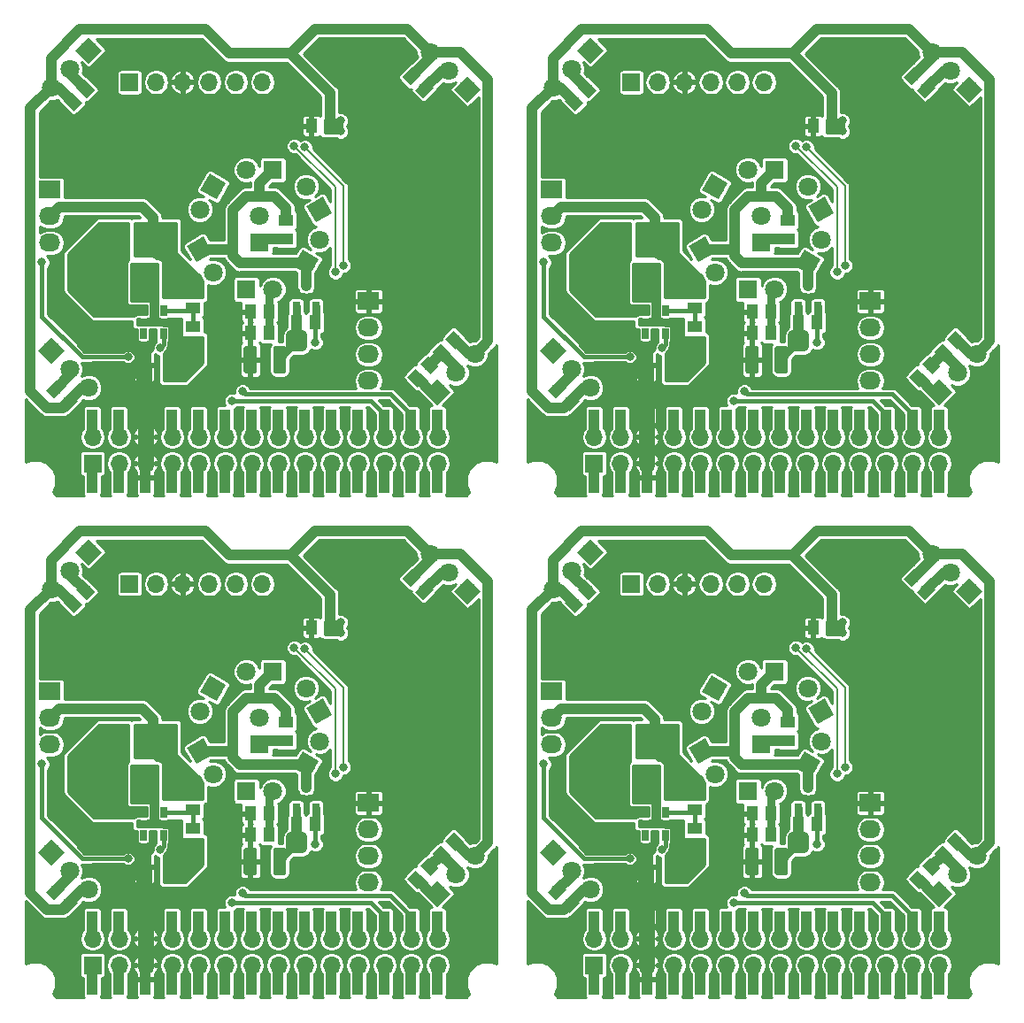
<source format=gbl>
%MOIN*%
%OFA0B0*%
%FSLAX46Y46*%
%IPPOS*%
%LPD*%
%ADD10R,0.066929133858267723X0.066929133858267723*%
%ADD11O,0.066929133858267723X0.066929133858267723*%
%ADD12C,0.070866141732283464*%
%ADD13C,0.0039370078740157488*%
%ADD14R,0.070866141732283464X0.070866141732283464*%
%ADD15C,0.044094488188976384*%
%ADD16C,0.049212598425196853*%
%ADD17R,0.0984251968503937X0.070866141732283464*%
%ADD18R,0.13779527559055119X0.092519685039370081*%
%ADD19R,0.044094488188976384X0.055118110236220472*%
%ADD20R,0.055118110236220472X0.044094488188976384*%
%ADD21R,0.025590551181102365X0.041732283464566935*%
%ADD22R,0.08X0.068*%
%ADD23O,0.08X0.068*%
%ADD24R,0.031496062992125991X0.035433070866141732*%
%ADD25R,0.03937007874015748X0.11811023622047245*%
%ADD26C,0.031496062992125991*%
%ADD27C,0.027559055118110236*%
%ADD28C,0.031496062992125991*%
%ADD29C,0.03937007874015748*%
%ADD30C,0.059055118110236227*%
%ADD31C,0.0078740157480314977*%
%ADD32C,0.015748031496062995*%
%ADD33C,0.023622047244094488*%
%ADD34C,0.01*%
%ADD45R,0.066929133858267723X0.066929133858267723*%
%ADD46O,0.066929133858267723X0.066929133858267723*%
%ADD47C,0.070866141732283464*%
%ADD48C,0.0039370078740157488*%
%ADD49R,0.070866141732283464X0.070866141732283464*%
%ADD50C,0.044094488188976384*%
%ADD51C,0.049212598425196853*%
%ADD52R,0.0984251968503937X0.070866141732283464*%
%ADD53R,0.13779527559055119X0.092519685039370081*%
%ADD54R,0.044094488188976384X0.055118110236220472*%
%ADD55R,0.055118110236220472X0.044094488188976384*%
%ADD56R,0.025590551181102365X0.041732283464566935*%
%ADD57R,0.08X0.068*%
%ADD58O,0.08X0.068*%
%ADD59R,0.031496062992125991X0.035433070866141732*%
%ADD60R,0.03937007874015748X0.11811023622047245*%
%ADD61C,0.031496062992125991*%
%ADD62C,0.027559055118110236*%
%ADD63C,0.031496062992125991*%
%ADD64C,0.03937007874015748*%
%ADD65C,0.059055118110236227*%
%ADD66C,0.0078740157480314977*%
%ADD67C,0.015748031496062995*%
%ADD68C,0.023622047244094488*%
%ADD69C,0.01*%
%ADD70R,0.066929133858267723X0.066929133858267723*%
%ADD71O,0.066929133858267723X0.066929133858267723*%
%ADD72C,0.070866141732283464*%
%ADD73C,0.0039370078740157488*%
%ADD74R,0.070866141732283464X0.070866141732283464*%
%ADD75C,0.044094488188976384*%
%ADD76C,0.049212598425196853*%
%ADD77R,0.0984251968503937X0.070866141732283464*%
%ADD78R,0.13779527559055119X0.092519685039370081*%
%ADD79R,0.044094488188976384X0.055118110236220472*%
%ADD80R,0.055118110236220472X0.044094488188976384*%
%ADD81R,0.025590551181102365X0.041732283464566935*%
%ADD82R,0.08X0.068*%
%ADD83O,0.08X0.068*%
%ADD84R,0.031496062992125991X0.035433070866141732*%
%ADD85R,0.03937007874015748X0.11811023622047245*%
%ADD86C,0.031496062992125991*%
%ADD87C,0.027559055118110236*%
%ADD88C,0.031496062992125991*%
%ADD89C,0.03937007874015748*%
%ADD90C,0.059055118110236227*%
%ADD91C,0.0078740157480314977*%
%ADD92C,0.015748031496062995*%
%ADD93C,0.023622047244094488*%
%ADD94C,0.01*%
%ADD95R,0.066929133858267723X0.066929133858267723*%
%ADD96O,0.066929133858267723X0.066929133858267723*%
%ADD97C,0.070866141732283464*%
%ADD98C,0.0039370078740157488*%
%ADD99R,0.070866141732283464X0.070866141732283464*%
%ADD100C,0.044094488188976384*%
%ADD101C,0.049212598425196853*%
%ADD102R,0.0984251968503937X0.070866141732283464*%
%ADD103R,0.13779527559055119X0.092519685039370081*%
%ADD104R,0.044094488188976384X0.055118110236220472*%
%ADD105R,0.055118110236220472X0.044094488188976384*%
%ADD106R,0.025590551181102365X0.041732283464566935*%
%ADD107R,0.08X0.068*%
%ADD108O,0.08X0.068*%
%ADD109R,0.031496062992125991X0.035433070866141732*%
%ADD110R,0.03937007874015748X0.11811023622047245*%
%ADD111C,0.031496062992125991*%
%ADD112C,0.027559055118110236*%
%ADD113C,0.031496062992125991*%
%ADD114C,0.03937007874015748*%
%ADD115C,0.059055118110236227*%
%ADD116C,0.0078740157480314977*%
%ADD117C,0.015748031496062995*%
%ADD118C,0.023622047244094488*%
%ADD119C,0.01*%
G01*
D10*
X0000000000Y0001811023D02*
X0000410000Y0001576023D03*
D11*
X0000510000Y0001576023D03*
X0000610000Y0001576023D03*
X0000710000Y0001576023D03*
X0000810000Y0001576023D03*
X0000910000Y0001576023D03*
D12*
X0000675000Y0000946023D03*
D13*
G36*
X0000626597Y0000958993D02*
X0000687969Y0000994426D01*
X0000723402Y0000933054D01*
X0000662030Y0000897621D01*
X0000626597Y0000958993D01*
X0000626597Y0000958993D01*
G37*
D12*
X0000725000Y0000859421D03*
X0000675000Y0001096023D03*
X0000725000Y0001182626D03*
D13*
G36*
X0000712030Y0001231028D02*
X0000773402Y0001195595D01*
X0000737969Y0001134223D01*
X0000676597Y0001169656D01*
X0000712030Y0001231028D01*
X0000712030Y0001231028D01*
G37*
D14*
X0000950000Y0001246023D03*
D12*
X0000850000Y0001246023D03*
X0001075000Y0001182626D03*
X0001125000Y0001096023D03*
D13*
G36*
X0001173402Y0001083054D02*
X0001112030Y0001047621D01*
X0001076597Y0001108993D01*
X0001137969Y0001144426D01*
X0001173402Y0001083054D01*
X0001173402Y0001083054D01*
G37*
D12*
X0001075000Y0000896023D03*
D13*
G36*
X0001087969Y0000847621D02*
X0001026597Y0000883054D01*
X0001062030Y0000944426D01*
X0001123402Y0000908993D01*
X0001087969Y0000847621D01*
X0001087969Y0000847621D01*
G37*
D12*
X0001125000Y0000982626D03*
D14*
X0000850000Y0000796023D03*
D12*
X0000950000Y0000796023D03*
D15*
X0001490501Y0000461525D03*
D13*
G36*
X0001494399Y0000426448D02*
X0001455424Y0000465422D01*
X0001486604Y0000496602D01*
X0001525578Y0000457627D01*
X0001494399Y0000426448D01*
X0001494399Y0000426448D01*
G37*
D15*
X0001539498Y0000510521D03*
D13*
G36*
X0001543395Y0000475444D02*
X0001504421Y0000514419D01*
X0001535600Y0000545598D01*
X0001574575Y0000506624D01*
X0001543395Y0000475444D01*
X0001543395Y0000475444D01*
G37*
D15*
X0001585501Y0000556525D03*
D13*
G36*
X0001581604Y0000591602D02*
X0001620578Y0000552627D01*
X0001589399Y0000521448D01*
X0001550424Y0000560422D01*
X0001581604Y0000591602D01*
X0001581604Y0000591602D01*
G37*
D15*
X0001634498Y0000605521D03*
D13*
G36*
X0001630600Y0000640598D02*
X0001669575Y0000601624D01*
X0001638395Y0000570444D01*
X0001599421Y0000609419D01*
X0001630600Y0000640598D01*
X0001630600Y0000640598D01*
G37*
D15*
X0000179498Y0000371525D03*
D13*
G36*
X0000214575Y0000375422D02*
X0000175600Y0000336448D01*
X0000144421Y0000367627D01*
X0000183395Y0000406602D01*
X0000214575Y0000375422D01*
X0000214575Y0000375422D01*
G37*
D15*
X0000130501Y0000420521D03*
D13*
G36*
X0000165578Y0000424419D02*
X0000126604Y0000385444D01*
X0000095424Y0000416624D01*
X0000134399Y0000455598D01*
X0000165578Y0000424419D01*
X0000165578Y0000424419D01*
G37*
D15*
X0000244498Y0001550521D03*
D13*
G36*
X0000248395Y0001515444D02*
X0000209421Y0001554419D01*
X0000240600Y0001585598D01*
X0000279575Y0001546624D01*
X0000248395Y0001515444D01*
X0000248395Y0001515444D01*
G37*
D15*
X0000195501Y0001501525D03*
D13*
G36*
X0000199399Y0001466448D02*
X0000160424Y0001505422D01*
X0000191604Y0001536602D01*
X0000230578Y0001497627D01*
X0000199399Y0001466448D01*
X0000199399Y0001466448D01*
G37*
D15*
X0001471212Y0001599811D03*
D13*
G36*
X0001436135Y0001595913D02*
X0001475109Y0001634888D01*
X0001506289Y0001603708D01*
X0001467315Y0001564734D01*
X0001436135Y0001595913D01*
X0001436135Y0001595913D01*
G37*
D15*
X0001520208Y0001550814D03*
D13*
G36*
X0001485131Y0001546917D02*
X0001524106Y0001585891D01*
X0001555285Y0001554712D01*
X0001516311Y0001515737D01*
X0001485131Y0001546917D01*
X0001485131Y0001546917D01*
G37*
G36*
X0000590846Y0000563141D02*
X0000591802Y0000562999D01*
X0000592739Y0000562765D01*
X0000593648Y0000562439D01*
X0000594521Y0000562026D01*
X0000595350Y0000561530D01*
X0000596125Y0000560954D01*
X0000596841Y0000560306D01*
X0000597490Y0000559590D01*
X0000598065Y0000558814D01*
X0000598562Y0000557986D01*
X0000598975Y0000557113D01*
X0000599300Y0000556203D01*
X0000599535Y0000555266D01*
X0000599677Y0000554311D01*
X0000599724Y0000553346D01*
X0000599724Y0000468700D01*
X0000599677Y0000467736D01*
X0000599535Y0000466780D01*
X0000599300Y0000465843D01*
X0000598975Y0000464934D01*
X0000598562Y0000464061D01*
X0000598065Y0000463232D01*
X0000597490Y0000462456D01*
X0000596841Y0000461741D01*
X0000596125Y0000461092D01*
X0000595350Y0000460517D01*
X0000594521Y0000460020D01*
X0000593648Y0000459607D01*
X0000592739Y0000459282D01*
X0000591802Y0000459047D01*
X0000590846Y0000458905D01*
X0000589881Y0000458858D01*
X0000560354Y0000458858D01*
X0000559389Y0000458905D01*
X0000558434Y0000459047D01*
X0000557497Y0000459282D01*
X0000556587Y0000459607D01*
X0000555714Y0000460020D01*
X0000554886Y0000460517D01*
X0000554110Y0000461092D01*
X0000553394Y0000461741D01*
X0000552745Y0000462456D01*
X0000552170Y0000463232D01*
X0000551674Y0000464061D01*
X0000551261Y0000464934D01*
X0000550935Y0000465843D01*
X0000550700Y0000466780D01*
X0000550559Y0000467736D01*
X0000550511Y0000468700D01*
X0000550511Y0000553346D01*
X0000550559Y0000554311D01*
X0000550700Y0000555266D01*
X0000550935Y0000556203D01*
X0000551261Y0000557113D01*
X0000551674Y0000557986D01*
X0000552170Y0000558814D01*
X0000552745Y0000559590D01*
X0000553394Y0000560306D01*
X0000554110Y0000560954D01*
X0000554886Y0000561530D01*
X0000555714Y0000562026D01*
X0000556587Y0000562439D01*
X0000557497Y0000562765D01*
X0000558434Y0000562999D01*
X0000559389Y0000563141D01*
X0000560354Y0000563188D01*
X0000589881Y0000563188D01*
X0000590846Y0000563141D01*
X0000590846Y0000563141D01*
G37*
D16*
X0000575118Y0000511023D03*
D13*
G36*
X0000480610Y0000563141D02*
X0000481565Y0000562999D01*
X0000482502Y0000562765D01*
X0000483412Y0000562439D01*
X0000484285Y0000562026D01*
X0000485113Y0000561530D01*
X0000485889Y0000560954D01*
X0000486605Y0000560306D01*
X0000487254Y0000559590D01*
X0000487829Y0000558814D01*
X0000488325Y0000557986D01*
X0000488738Y0000557113D01*
X0000489064Y0000556203D01*
X0000489299Y0000555266D01*
X0000489440Y0000554311D01*
X0000489488Y0000553346D01*
X0000489488Y0000468700D01*
X0000489440Y0000467736D01*
X0000489299Y0000466780D01*
X0000489064Y0000465843D01*
X0000488738Y0000464934D01*
X0000488325Y0000464061D01*
X0000487829Y0000463232D01*
X0000487254Y0000462456D01*
X0000486605Y0000461741D01*
X0000485889Y0000461092D01*
X0000485113Y0000460517D01*
X0000484285Y0000460020D01*
X0000483412Y0000459607D01*
X0000482502Y0000459282D01*
X0000481565Y0000459047D01*
X0000480610Y0000458905D01*
X0000479645Y0000458858D01*
X0000450118Y0000458858D01*
X0000449153Y0000458905D01*
X0000448197Y0000459047D01*
X0000447260Y0000459282D01*
X0000446351Y0000459607D01*
X0000445478Y0000460020D01*
X0000444649Y0000460517D01*
X0000443874Y0000461092D01*
X0000443158Y0000461741D01*
X0000442509Y0000462456D01*
X0000441934Y0000463232D01*
X0000441437Y0000464061D01*
X0000441024Y0000464934D01*
X0000440699Y0000465843D01*
X0000440464Y0000466780D01*
X0000440322Y0000467736D01*
X0000440275Y0000468700D01*
X0000440275Y0000553346D01*
X0000440322Y0000554311D01*
X0000440464Y0000555266D01*
X0000440699Y0000556203D01*
X0000441024Y0000557113D01*
X0000441437Y0000557986D01*
X0000441934Y0000558814D01*
X0000442509Y0000559590D01*
X0000443158Y0000560306D01*
X0000443874Y0000560954D01*
X0000444649Y0000561530D01*
X0000445478Y0000562026D01*
X0000446351Y0000562439D01*
X0000447260Y0000562765D01*
X0000448197Y0000562999D01*
X0000449153Y0000563141D01*
X0000450118Y0000563188D01*
X0000479645Y0000563188D01*
X0000480610Y0000563141D01*
X0000480610Y0000563141D01*
G37*
D16*
X0000464881Y0000511023D03*
D13*
G36*
X0000590846Y0000883141D02*
X0000591802Y0000882999D01*
X0000592739Y0000882765D01*
X0000593648Y0000882439D01*
X0000594521Y0000882026D01*
X0000595350Y0000881530D01*
X0000596125Y0000880954D01*
X0000596841Y0000880306D01*
X0000597490Y0000879590D01*
X0000598065Y0000878814D01*
X0000598562Y0000877986D01*
X0000598975Y0000877113D01*
X0000599300Y0000876203D01*
X0000599535Y0000875266D01*
X0000599677Y0000874311D01*
X0000599724Y0000873346D01*
X0000599724Y0000788700D01*
X0000599677Y0000787736D01*
X0000599535Y0000786780D01*
X0000599300Y0000785843D01*
X0000598975Y0000784934D01*
X0000598562Y0000784061D01*
X0000598065Y0000783232D01*
X0000597490Y0000782456D01*
X0000596841Y0000781741D01*
X0000596125Y0000781092D01*
X0000595350Y0000780517D01*
X0000594521Y0000780020D01*
X0000593648Y0000779607D01*
X0000592739Y0000779282D01*
X0000591802Y0000779047D01*
X0000590846Y0000778905D01*
X0000589881Y0000778858D01*
X0000560354Y0000778858D01*
X0000559389Y0000778905D01*
X0000558434Y0000779047D01*
X0000557497Y0000779282D01*
X0000556587Y0000779607D01*
X0000555714Y0000780020D01*
X0000554886Y0000780517D01*
X0000554110Y0000781092D01*
X0000553394Y0000781741D01*
X0000552745Y0000782456D01*
X0000552170Y0000783232D01*
X0000551674Y0000784061D01*
X0000551261Y0000784934D01*
X0000550935Y0000785843D01*
X0000550700Y0000786780D01*
X0000550559Y0000787736D01*
X0000550511Y0000788700D01*
X0000550511Y0000873346D01*
X0000550559Y0000874311D01*
X0000550700Y0000875266D01*
X0000550935Y0000876203D01*
X0000551261Y0000877113D01*
X0000551674Y0000877986D01*
X0000552170Y0000878814D01*
X0000552745Y0000879590D01*
X0000553394Y0000880306D01*
X0000554110Y0000880954D01*
X0000554886Y0000881530D01*
X0000555714Y0000882026D01*
X0000556587Y0000882439D01*
X0000557497Y0000882765D01*
X0000558434Y0000882999D01*
X0000559389Y0000883141D01*
X0000560354Y0000883188D01*
X0000589881Y0000883188D01*
X0000590846Y0000883141D01*
X0000590846Y0000883141D01*
G37*
D16*
X0000575118Y0000831023D03*
D13*
G36*
X0000480610Y0000883141D02*
X0000481565Y0000882999D01*
X0000482502Y0000882765D01*
X0000483412Y0000882439D01*
X0000484285Y0000882026D01*
X0000485113Y0000881530D01*
X0000485889Y0000880954D01*
X0000486605Y0000880306D01*
X0000487254Y0000879590D01*
X0000487829Y0000878814D01*
X0000488325Y0000877986D01*
X0000488738Y0000877113D01*
X0000489064Y0000876203D01*
X0000489299Y0000875266D01*
X0000489440Y0000874311D01*
X0000489488Y0000873346D01*
X0000489488Y0000788700D01*
X0000489440Y0000787736D01*
X0000489299Y0000786780D01*
X0000489064Y0000785843D01*
X0000488738Y0000784934D01*
X0000488325Y0000784061D01*
X0000487829Y0000783232D01*
X0000487254Y0000782456D01*
X0000486605Y0000781741D01*
X0000485889Y0000781092D01*
X0000485113Y0000780517D01*
X0000484285Y0000780020D01*
X0000483412Y0000779607D01*
X0000482502Y0000779282D01*
X0000481565Y0000779047D01*
X0000480610Y0000778905D01*
X0000479645Y0000778858D01*
X0000450118Y0000778858D01*
X0000449153Y0000778905D01*
X0000448197Y0000779047D01*
X0000447260Y0000779282D01*
X0000446351Y0000779607D01*
X0000445478Y0000780020D01*
X0000444649Y0000780517D01*
X0000443874Y0000781092D01*
X0000443158Y0000781741D01*
X0000442509Y0000782456D01*
X0000441934Y0000783232D01*
X0000441437Y0000784061D01*
X0000441024Y0000784934D01*
X0000440699Y0000785843D01*
X0000440464Y0000786780D01*
X0000440322Y0000787736D01*
X0000440275Y0000788700D01*
X0000440275Y0000873346D01*
X0000440322Y0000874311D01*
X0000440464Y0000875266D01*
X0000440699Y0000876203D01*
X0000441024Y0000877113D01*
X0000441437Y0000877986D01*
X0000441934Y0000878814D01*
X0000442509Y0000879590D01*
X0000443158Y0000880306D01*
X0000443874Y0000880954D01*
X0000444649Y0000881530D01*
X0000445478Y0000882026D01*
X0000446351Y0000882439D01*
X0000447260Y0000882765D01*
X0000448197Y0000882999D01*
X0000449153Y0000883141D01*
X0000450118Y0000883188D01*
X0000479645Y0000883188D01*
X0000480610Y0000883141D01*
X0000480610Y0000883141D01*
G37*
D16*
X0000464881Y0000831023D03*
D17*
X0000498740Y0000991023D03*
X0000341259Y0000991023D03*
D18*
X0000295000Y0000854212D03*
X0000295000Y0000616023D03*
D19*
X0001164645Y0001411023D03*
X0001095354Y0001411023D03*
D20*
X0000650000Y0000726377D03*
X0000650000Y0000795669D03*
X0000650000Y0000655669D03*
X0000650000Y0000586377D03*
D21*
X0000462598Y0000714330D03*
X0000500000Y0000714330D03*
X0000537401Y0000714330D03*
X0000537401Y0000627716D03*
X0000462598Y0000627716D03*
X0000500000Y0000627716D03*
D22*
X0001310000Y0000751023D03*
D23*
X0001310000Y0000651023D03*
X0001310000Y0000551023D03*
X0001310000Y0000451023D03*
D22*
X0000110000Y0001171023D03*
D23*
X0000110000Y0001071023D03*
X0000110000Y0000971023D03*
D12*
X0001569289Y0000410312D03*
D13*
G36*
X0001619399Y0000410312D02*
X0001569289Y0000360203D01*
X0001519179Y0000410312D01*
X0001569289Y0000460422D01*
X0001619399Y0000410312D01*
X0001619399Y0000410312D01*
G37*
D12*
X0001640000Y0000481023D03*
X0001710710Y0000551734D03*
X0000255710Y0000425312D03*
X0000185000Y0000496023D03*
X0000114289Y0000566734D03*
D13*
G36*
X0000114289Y0000516624D02*
X0000064179Y0000566734D01*
X0000114289Y0000616844D01*
X0000164399Y0000566734D01*
X0000114289Y0000516624D01*
X0000114289Y0000516624D01*
G37*
D12*
X0000255710Y0001696734D03*
D13*
G36*
X0000205600Y0001696734D02*
X0000255710Y0001746844D01*
X0000305820Y0001696734D01*
X0000255710Y0001646624D01*
X0000205600Y0001696734D01*
X0000205600Y0001696734D01*
G37*
D12*
X0000185000Y0001626023D03*
X0000114289Y0001555312D03*
X0001682132Y0001548891D03*
D13*
G36*
X0001682132Y0001599001D02*
X0001732241Y0001548891D01*
X0001682132Y0001498781D01*
X0001632022Y0001548891D01*
X0001682132Y0001599001D01*
X0001682132Y0001599001D01*
G37*
D12*
X0001611421Y0001619602D03*
X0001540710Y0001690312D03*
D13*
G36*
X0000880610Y0000583141D02*
X0000881565Y0000582999D01*
X0000882502Y0000582765D01*
X0000883412Y0000582439D01*
X0000884285Y0000582026D01*
X0000885113Y0000581530D01*
X0000885889Y0000580954D01*
X0000886605Y0000580306D01*
X0000887254Y0000579590D01*
X0000887829Y0000578814D01*
X0000888325Y0000577986D01*
X0000888738Y0000577112D01*
X0000889064Y0000576203D01*
X0000889299Y0000575266D01*
X0000889440Y0000574311D01*
X0000889488Y0000573346D01*
X0000889488Y0000488700D01*
X0000889440Y0000487736D01*
X0000889299Y0000486780D01*
X0000889064Y0000485843D01*
X0000888738Y0000484934D01*
X0000888325Y0000484061D01*
X0000887829Y0000483232D01*
X0000887254Y0000482456D01*
X0000886605Y0000481741D01*
X0000885889Y0000481092D01*
X0000885113Y0000480517D01*
X0000884285Y0000480020D01*
X0000883412Y0000479607D01*
X0000882502Y0000479282D01*
X0000881565Y0000479047D01*
X0000880610Y0000478905D01*
X0000879645Y0000478858D01*
X0000850118Y0000478858D01*
X0000849153Y0000478905D01*
X0000848197Y0000479047D01*
X0000847260Y0000479282D01*
X0000846351Y0000479607D01*
X0000845478Y0000480020D01*
X0000844649Y0000480517D01*
X0000843874Y0000481092D01*
X0000843158Y0000481741D01*
X0000842509Y0000482456D01*
X0000841934Y0000483232D01*
X0000841437Y0000484061D01*
X0000841024Y0000484934D01*
X0000840699Y0000485843D01*
X0000840464Y0000486780D01*
X0000840322Y0000487736D01*
X0000840275Y0000488700D01*
X0000840275Y0000573346D01*
X0000840322Y0000574311D01*
X0000840464Y0000575266D01*
X0000840699Y0000576203D01*
X0000841024Y0000577112D01*
X0000841437Y0000577986D01*
X0000841934Y0000578814D01*
X0000842509Y0000579590D01*
X0000843158Y0000580306D01*
X0000843874Y0000580954D01*
X0000844649Y0000581530D01*
X0000845478Y0000582026D01*
X0000846351Y0000582439D01*
X0000847260Y0000582765D01*
X0000848197Y0000582999D01*
X0000849153Y0000583141D01*
X0000850118Y0000583188D01*
X0000879645Y0000583188D01*
X0000880610Y0000583141D01*
X0000880610Y0000583141D01*
G37*
D16*
X0000864881Y0000531023D03*
D13*
G36*
X0000990846Y0000583141D02*
X0000991802Y0000582999D01*
X0000992739Y0000582765D01*
X0000993648Y0000582439D01*
X0000994521Y0000582026D01*
X0000995350Y0000581530D01*
X0000996125Y0000580954D01*
X0000996841Y0000580306D01*
X0000997490Y0000579590D01*
X0000998065Y0000578814D01*
X0000998562Y0000577986D01*
X0000998975Y0000577112D01*
X0000999300Y0000576203D01*
X0000999535Y0000575266D01*
X0000999677Y0000574311D01*
X0000999724Y0000573346D01*
X0000999724Y0000488700D01*
X0000999677Y0000487736D01*
X0000999535Y0000486780D01*
X0000999300Y0000485843D01*
X0000998975Y0000484934D01*
X0000998562Y0000484061D01*
X0000998065Y0000483232D01*
X0000997490Y0000482456D01*
X0000996841Y0000481741D01*
X0000996125Y0000481092D01*
X0000995350Y0000480517D01*
X0000994521Y0000480020D01*
X0000993648Y0000479607D01*
X0000992739Y0000479282D01*
X0000991802Y0000479047D01*
X0000990846Y0000478905D01*
X0000989881Y0000478858D01*
X0000960354Y0000478858D01*
X0000959389Y0000478905D01*
X0000958434Y0000479047D01*
X0000957497Y0000479282D01*
X0000956587Y0000479607D01*
X0000955714Y0000480020D01*
X0000954886Y0000480517D01*
X0000954110Y0000481092D01*
X0000953394Y0000481741D01*
X0000952745Y0000482456D01*
X0000952170Y0000483232D01*
X0000951674Y0000484061D01*
X0000951261Y0000484934D01*
X0000950935Y0000485843D01*
X0000950700Y0000486780D01*
X0000950559Y0000487736D01*
X0000950511Y0000488700D01*
X0000950511Y0000573346D01*
X0000950559Y0000574311D01*
X0000950700Y0000575266D01*
X0000950935Y0000576203D01*
X0000951261Y0000577112D01*
X0000951674Y0000577986D01*
X0000952170Y0000578814D01*
X0000952745Y0000579590D01*
X0000953394Y0000580306D01*
X0000954110Y0000580954D01*
X0000954886Y0000581530D01*
X0000955714Y0000582026D01*
X0000956587Y0000582439D01*
X0000957497Y0000582765D01*
X0000958434Y0000582999D01*
X0000959389Y0000583141D01*
X0000960354Y0000583188D01*
X0000989881Y0000583188D01*
X0000990846Y0000583141D01*
X0000990846Y0000583141D01*
G37*
D16*
X0000975118Y0000531023D03*
D14*
X0000900000Y0000971023D03*
D12*
X0000900000Y0001071023D03*
D20*
X0001000000Y0001055669D03*
X0001000000Y0000986377D03*
D19*
X0001109645Y0000671023D03*
X0001040354Y0000671023D03*
X0000934645Y0000711023D03*
X0000865354Y0000711023D03*
X0000865354Y0000631023D03*
X0000934645Y0000631023D03*
D24*
X0001112401Y0000731653D03*
X0001037598Y0000731653D03*
X0001075000Y0000810393D03*
D25*
X0001569685Y0000285236D03*
X0001569685Y0000086810D03*
X0001469685Y0000285236D03*
X0001469685Y0000086810D03*
X0001369685Y0000285236D03*
X0001369685Y0000086810D03*
X0001269685Y0000285236D03*
X0001269685Y0000086810D03*
X0001169685Y0000285236D03*
X0001169685Y0000086810D03*
X0001069685Y0000285236D03*
X0001069685Y0000086810D03*
X0000969685Y0000285236D03*
X0000969685Y0000086810D03*
X0000869685Y0000285236D03*
X0000869685Y0000086810D03*
X0000769685Y0000285236D03*
X0000769685Y0000086810D03*
X0000669685Y0000285236D03*
X0000669685Y0000086810D03*
X0000569685Y0000285236D03*
X0000569685Y0000086810D03*
X0000469685Y0000285236D03*
X0000469685Y0000086810D03*
X0000369685Y0000285236D03*
X0000369685Y0000086810D03*
X0000269685Y0000285236D03*
X0000269685Y0000086810D03*
D11*
X0001570472Y0000240157D03*
X0001570472Y0000140157D03*
X0001470472Y0000240157D03*
X0001470472Y0000140157D03*
X0001370472Y0000240157D03*
X0001370472Y0000140157D03*
X0001270472Y0000240157D03*
X0001270472Y0000140157D03*
X0001170472Y0000240157D03*
X0001170472Y0000140157D03*
X0001070472Y0000240157D03*
X0001070472Y0000140157D03*
X0000970472Y0000240157D03*
X0000970472Y0000140157D03*
X0000870472Y0000240157D03*
X0000870472Y0000140157D03*
X0000770472Y0000240157D03*
X0000770472Y0000140157D03*
X0000670472Y0000240157D03*
X0000670472Y0000140157D03*
X0000570472Y0000240157D03*
X0000570472Y0000140157D03*
X0000470472Y0000240157D03*
X0000470472Y0000140157D03*
X0000370472Y0000240157D03*
X0000370472Y0000140157D03*
X0000270472Y0000240157D03*
D10*
X0000270472Y0000140157D03*
D26*
X0001020000Y0000621023D03*
X0001060000Y0000621023D03*
X0001020000Y0000581023D03*
X0001060000Y0000581023D03*
D27*
X0000455000Y0000671023D03*
X0000490000Y0000671023D03*
X0000525000Y0000671023D03*
X0000560000Y0000671023D03*
D26*
X0000595000Y0000671023D03*
X0000500000Y0000761023D03*
X0000465000Y0000761023D03*
X0000430000Y0000761023D03*
X0001030000Y0001336023D03*
X0001184633Y0000860779D03*
X0001070014Y0001330919D03*
X0001215000Y0000886023D03*
X0001110000Y0000596023D03*
X0000794999Y0000376023D03*
X0000079927Y0000897637D03*
X0000404999Y0000541023D03*
X0000525000Y0000576023D03*
X0000835000Y0000411023D03*
X0001205000Y0001431023D03*
X0001205000Y0001391023D03*
D28*
X0001037598Y0000673779D02*
X0001040354Y0000671023D01*
X0001037598Y0000731653D02*
X0001037598Y0000673779D01*
D29*
X0001020000Y0000581023D02*
X0001020000Y0000621023D01*
X0001060000Y0000581023D02*
X0001060000Y0000621023D01*
X0001040354Y0000621377D02*
X0001040000Y0000621023D01*
X0001040354Y0000671023D02*
X0001040354Y0000621377D01*
X0001060000Y0000621023D02*
X0001040000Y0000621023D01*
X0001040000Y0000621023D02*
X0001020000Y0000621023D01*
X0001020000Y0000581023D02*
X0001060000Y0000581023D01*
D28*
X0000975118Y0000536141D02*
X0001020000Y0000581023D01*
X0000975118Y0000531023D02*
X0000975118Y0000536141D01*
D29*
X0000185000Y0001610020D02*
X0000244498Y0001550521D01*
X0000185000Y0001626023D02*
X0000185000Y0001610020D01*
X0001588996Y0001619602D02*
X0001520208Y0001550814D01*
X0001611421Y0001619602D02*
X0001588996Y0001619602D01*
X0000185000Y0000475020D02*
X0000130501Y0000420521D01*
X0000185000Y0000496023D02*
X0000185000Y0000475020D01*
X0001640000Y0000502027D02*
X0001585501Y0000556525D01*
X0001640000Y0000481023D02*
X0001640000Y0000502027D01*
X0001539498Y0000510521D02*
X0001585501Y0000556525D01*
D28*
X0000864881Y0000630551D02*
X0000865354Y0000631023D01*
D30*
X0000470472Y0000240157D02*
X0000470472Y0000140157D01*
X0000470472Y0000240157D02*
X0000470472Y0000405551D01*
X0000464881Y0000411141D02*
X0000464881Y0000511023D01*
X0000470472Y0000405551D02*
X0000464881Y0000411141D01*
D31*
X0001184633Y0001181390D02*
X0001184633Y0000883050D01*
X0001030000Y0001336023D02*
X0001184633Y0001181390D01*
X0001184633Y0000883050D02*
X0001184633Y0000860779D01*
X0001215000Y0000908294D02*
X0001215000Y0000886023D01*
X0001215000Y0001185933D02*
X0001215000Y0000908294D01*
X0001070014Y0001330919D02*
X0001215000Y0001185933D01*
D28*
X0001112401Y0000673779D02*
X0001109645Y0000671023D01*
X0001112401Y0000731653D02*
X0001112401Y0000673779D01*
D32*
X0001110000Y0000670669D02*
X0001109645Y0000671023D01*
X0001110000Y0000596023D02*
X0001110000Y0000670669D01*
D29*
X0001546379Y0000410312D02*
X0001569289Y0000410312D01*
X0001490501Y0000461525D02*
X0001495167Y0000461525D01*
X0001495167Y0000461525D02*
X0001546379Y0000410312D01*
D32*
X0001318267Y0000376023D02*
X0000817270Y0000376023D01*
X0000817270Y0000376023D02*
X0000794999Y0000376023D01*
X0001369685Y0000324606D02*
X0001318267Y0000376023D01*
X0001369685Y0000285236D02*
X0001369685Y0000324606D01*
X0000079927Y0000897637D02*
X0000079927Y0000693825D01*
X0000382728Y0000541023D02*
X0000404999Y0000541023D01*
X0000232728Y0000541023D02*
X0000382728Y0000541023D01*
X0000079927Y0000693825D02*
X0000232728Y0000541023D01*
X0000537401Y0000627716D02*
X0000537401Y0000588425D01*
X0000537401Y0000588425D02*
X0000525000Y0000576023D01*
X0001469685Y0000324606D02*
X0001469685Y0000285236D01*
X0001393267Y0000401023D02*
X0001469685Y0000324606D01*
X0000835000Y0000411023D02*
X0000845000Y0000401023D01*
X0000845000Y0000401023D02*
X0001393267Y0000401023D01*
D29*
X0001075000Y0000896023D02*
X0000825000Y0000896023D01*
X0000825000Y0000896023D02*
X0000800000Y0000921023D01*
X0000800000Y0000921023D02*
X0000800000Y0000971023D01*
X0001000000Y0001101338D02*
X0000955314Y0001146023D01*
X0001000000Y0001055669D02*
X0001000000Y0001101338D01*
X0000800000Y0001096023D02*
X0000800000Y0000971023D01*
X0000850000Y0001146023D02*
X0000800000Y0001096023D01*
X0000950000Y0001246023D02*
X0000900000Y0001196023D01*
X0000900000Y0001196023D02*
X0000900000Y0001146023D01*
X0000955314Y0001146023D02*
X0000900000Y0001146023D01*
X0000900000Y0001146023D02*
X0000850000Y0001146023D01*
X0001075000Y0000810393D02*
X0001075000Y0000896023D01*
D33*
X0000800000Y0000946023D02*
X0000800000Y0000971023D01*
D29*
X0000675000Y0000946023D02*
X0000800000Y0000946023D01*
D28*
X0000934645Y0000631023D02*
X0000934645Y0000711023D01*
X0000934645Y0000780669D02*
X0000950000Y0000796023D01*
X0000934645Y0000711023D02*
X0000934645Y0000780669D01*
D33*
X0000999645Y0000986023D02*
X0001000000Y0000986377D01*
X0000900000Y0000971023D02*
X0000915000Y0000986023D01*
D29*
X0000915000Y0000986023D02*
X0000999645Y0000986023D01*
X0001540710Y0001690312D02*
X0001455000Y0001776023D01*
X0001110000Y0001776023D02*
X0001018622Y0001684645D01*
X0001455000Y0001776023D02*
X0001110000Y0001776023D01*
X0001018622Y0001684645D02*
X0000905000Y0001684645D01*
X0000141714Y0001555312D02*
X0000195501Y0001501525D01*
X0000114289Y0001555312D02*
X0000141714Y0001555312D01*
X0001540710Y0001669309D02*
X0001471212Y0001599811D01*
X0001540710Y0001690312D02*
X0001540710Y0001669309D01*
X0000233285Y0000425312D02*
X0000179498Y0000371525D01*
X0000255710Y0000425312D02*
X0000233285Y0000425312D01*
X0001688285Y0000551734D02*
X0001634498Y0000605521D01*
X0001710710Y0000551734D02*
X0001688285Y0000551734D01*
X0000157227Y0000349254D02*
X0000179498Y0000371525D01*
X0000099564Y0000349254D02*
X0000157227Y0000349254D01*
X0000036619Y0000412198D02*
X0000099564Y0000349254D01*
X0000114289Y0001555312D02*
X0000036619Y0001477643D01*
X0000036619Y0001477643D02*
X0000036619Y0000412198D01*
X0001746143Y0000587167D02*
X0001710710Y0000551734D01*
X0001759801Y0000600825D02*
X0001746143Y0000587167D01*
X0001759801Y0001586222D02*
X0001759801Y0000600825D01*
X0001540710Y0001690312D02*
X0001655710Y0001690312D01*
X0001655710Y0001690312D02*
X0001759801Y0001586222D01*
X0000114289Y0001605422D02*
X0000114289Y0001555312D01*
X0000114289Y0001665312D02*
X0000114289Y0001605422D01*
X0000223380Y0001774403D02*
X0000114289Y0001665312D01*
X0000696619Y0001774403D02*
X0000223380Y0001774403D01*
X0000905000Y0001684645D02*
X0000786377Y0001684645D01*
X0000786377Y0001684645D02*
X0000696619Y0001774403D01*
X0001016377Y0001684645D02*
X0000905000Y0001684645D01*
X0001164645Y0001411023D02*
X0001164645Y0001536377D01*
X0001164645Y0001536377D02*
X0001016377Y0001684645D01*
X0000110000Y0001071023D02*
X0000116000Y0001071023D01*
X0000145000Y0001106023D02*
X0000110000Y0001071023D01*
X0000458543Y0001106023D02*
X0000145000Y0001106023D01*
X0000498740Y0000991023D02*
X0000498740Y0001065826D01*
X0000498740Y0001065826D02*
X0000458543Y0001106023D01*
D32*
X0000637952Y0000714330D02*
X0000650000Y0000726377D01*
X0000537401Y0000714330D02*
X0000637952Y0000714330D01*
X0000650000Y0000726377D02*
X0000650000Y0000655669D01*
D34*
G36*
X0001490277Y0001691693D02*
X0001490277Y0001680281D01*
X0001493895Y0001671546D01*
X0001471891Y0001649541D01*
X0001469257Y0001649017D01*
X0001464295Y0001645702D01*
X0001425321Y0001606728D01*
X0001422005Y0001601766D01*
X0001420841Y0001595913D01*
X0001422005Y0001590060D01*
X0001425321Y0001585099D01*
X0001456500Y0001553919D01*
X0001461462Y0001550604D01*
X0001467315Y0001549440D01*
X0001470464Y0001550066D01*
X0001469838Y0001546917D01*
X0001471002Y0001541064D01*
X0001474317Y0001536102D01*
X0001505497Y0001504923D01*
X0001510458Y0001501608D01*
X0001516311Y0001500443D01*
X0001522164Y0001501608D01*
X0001527125Y0001504923D01*
X0001566100Y0001543897D01*
X0001569415Y0001548859D01*
X0001569939Y0001551493D01*
X0001591649Y0001573203D01*
X0001601389Y0001569169D01*
X0001621453Y0001569169D01*
X0001637188Y0001575687D01*
X0001621207Y0001559706D01*
X0001617892Y0001554744D01*
X0001616728Y0001548891D01*
X0001617892Y0001543038D01*
X0001621207Y0001538077D01*
X0001671317Y0001487967D01*
X0001676279Y0001484652D01*
X0001682132Y0001483487D01*
X0001687984Y0001484652D01*
X0001692946Y0001487967D01*
X0001725116Y0001520137D01*
X0001725116Y0000615192D01*
X0001724033Y0000614108D01*
X0001724033Y0000614108D01*
X0001712091Y0000602167D01*
X0001700678Y0000602167D01*
X0001690939Y0000598132D01*
X0001684228Y0000604843D01*
X0001683704Y0000607477D01*
X0001680389Y0000612438D01*
X0001641415Y0000651413D01*
X0001636453Y0000654728D01*
X0001630600Y0000655892D01*
X0001624748Y0000654728D01*
X0001619786Y0000651413D01*
X0001588606Y0000620233D01*
X0001585291Y0000615271D01*
X0001584127Y0000609419D01*
X0001584753Y0000606269D01*
X0001581604Y0000606896D01*
X0001575751Y0000605732D01*
X0001570789Y0000602416D01*
X0001539610Y0000571237D01*
X0001536295Y0000566275D01*
X0001535208Y0000560814D01*
X0001529748Y0000559728D01*
X0001524786Y0000556413D01*
X0001493606Y0000525233D01*
X0001490291Y0000520271D01*
X0001489127Y0000514419D01*
X0001489753Y0000511269D01*
X0001486604Y0000511896D01*
X0001480751Y0000510732D01*
X0001475789Y0000507416D01*
X0001444610Y0000476237D01*
X0001441295Y0000471275D01*
X0001440130Y0000465422D01*
X0001441295Y0000459570D01*
X0001444610Y0000454608D01*
X0001483584Y0000415634D01*
X0001488546Y0000412318D01*
X0001494399Y0000411154D01*
X0001496140Y0000411500D01*
X0001519438Y0000388202D01*
X0001521373Y0000385306D01*
X0001524940Y0000382922D01*
X0001548563Y0000359299D01*
X0001544147Y0000358420D01*
X0001539185Y0000355105D01*
X0001535870Y0000350144D01*
X0001534706Y0000344291D01*
X0001534706Y0000273863D01*
X0001524819Y0000259067D01*
X0001521058Y0000240157D01*
X0001524819Y0000221247D01*
X0001535531Y0000205216D01*
X0001551562Y0000194504D01*
X0001565699Y0000191692D01*
X0001575245Y0000191692D01*
X0001589382Y0000194504D01*
X0001605413Y0000205216D01*
X0001616125Y0000221247D01*
X0001619886Y0000240157D01*
X0001616125Y0000259067D01*
X0001605413Y0000275098D01*
X0001604663Y0000275599D01*
X0001604663Y0000344291D01*
X0001603499Y0000350144D01*
X0001600184Y0000355105D01*
X0001595222Y0000358420D01*
X0001590145Y0000359430D01*
X0001630213Y0000399498D01*
X0001633528Y0000404460D01*
X0001634693Y0000410312D01*
X0001633528Y0000416165D01*
X0001630213Y0000421127D01*
X0001614232Y0000437108D01*
X0001629968Y0000430590D01*
X0001650031Y0000430590D01*
X0001668568Y0000438268D01*
X0001682755Y0000452455D01*
X0001690433Y0000470991D01*
X0001690433Y0000491055D01*
X0001683188Y0000508546D01*
X0001700678Y0000501301D01*
X0001720742Y0000501301D01*
X0001739278Y0000508979D01*
X0001753465Y0000523166D01*
X0001761143Y0000541702D01*
X0001761143Y0000553115D01*
X0001773085Y0000565056D01*
X0001773085Y0000565056D01*
X0001781911Y0000573883D01*
X0001784807Y0000575818D01*
X0001792086Y0000586711D01*
X0001792086Y0000144465D01*
X0001771025Y0000153188D01*
X0001739998Y0000153188D01*
X0001711332Y0000141315D01*
X0001689393Y0000119375D01*
X0001677519Y0000090710D01*
X0001677519Y0000059683D01*
X0001689359Y0000031100D01*
X0001677195Y0000018937D01*
X0001601517Y0000018937D01*
X0001603499Y0000021903D01*
X0001604663Y0000027755D01*
X0001604663Y0000104715D01*
X0001605413Y0000105216D01*
X0001616125Y0000121247D01*
X0001619886Y0000140157D01*
X0001616125Y0000159067D01*
X0001605413Y0000175098D01*
X0001589382Y0000185810D01*
X0001575245Y0000188622D01*
X0001565699Y0000188622D01*
X0001551562Y0000185810D01*
X0001535531Y0000175098D01*
X0001524819Y0000159067D01*
X0001521058Y0000140157D01*
X0001524819Y0000121247D01*
X0001534706Y0000106451D01*
X0001534706Y0000027755D01*
X0001535870Y0000021903D01*
X0001537852Y0000018937D01*
X0001501517Y0000018937D01*
X0001503499Y0000021903D01*
X0001504663Y0000027755D01*
X0001504663Y0000104715D01*
X0001505413Y0000105216D01*
X0001516125Y0000121247D01*
X0001519886Y0000140157D01*
X0001516125Y0000159067D01*
X0001505413Y0000175098D01*
X0001489382Y0000185810D01*
X0001475245Y0000188622D01*
X0001465699Y0000188622D01*
X0001451562Y0000185810D01*
X0001435531Y0000175098D01*
X0001424819Y0000159067D01*
X0001421058Y0000140157D01*
X0001424819Y0000121247D01*
X0001434706Y0000106451D01*
X0001434706Y0000027755D01*
X0001435870Y0000021903D01*
X0001437852Y0000018937D01*
X0001401517Y0000018937D01*
X0001403499Y0000021903D01*
X0001404663Y0000027755D01*
X0001404663Y0000104715D01*
X0001405413Y0000105216D01*
X0001416125Y0000121247D01*
X0001419886Y0000140157D01*
X0001416125Y0000159067D01*
X0001405413Y0000175098D01*
X0001389382Y0000185810D01*
X0001375245Y0000188622D01*
X0001365699Y0000188622D01*
X0001351562Y0000185810D01*
X0001335531Y0000175098D01*
X0001324819Y0000159067D01*
X0001321058Y0000140157D01*
X0001324819Y0000121247D01*
X0001334706Y0000106451D01*
X0001334706Y0000027755D01*
X0001335870Y0000021903D01*
X0001337852Y0000018937D01*
X0001301517Y0000018937D01*
X0001303499Y0000021903D01*
X0001304663Y0000027755D01*
X0001304663Y0000104715D01*
X0001305413Y0000105216D01*
X0001316125Y0000121247D01*
X0001319886Y0000140157D01*
X0001316125Y0000159067D01*
X0001305413Y0000175098D01*
X0001289382Y0000185810D01*
X0001275245Y0000188622D01*
X0001265699Y0000188622D01*
X0001251562Y0000185810D01*
X0001235531Y0000175098D01*
X0001224819Y0000159067D01*
X0001221058Y0000140157D01*
X0001224819Y0000121247D01*
X0001234706Y0000106451D01*
X0001234706Y0000027755D01*
X0001235870Y0000021903D01*
X0001237852Y0000018937D01*
X0001201517Y0000018937D01*
X0001203499Y0000021903D01*
X0001204663Y0000027755D01*
X0001204663Y0000104715D01*
X0001205413Y0000105216D01*
X0001216125Y0000121247D01*
X0001219886Y0000140157D01*
X0001216125Y0000159067D01*
X0001205413Y0000175098D01*
X0001189382Y0000185810D01*
X0001175245Y0000188622D01*
X0001165699Y0000188622D01*
X0001151562Y0000185810D01*
X0001135531Y0000175098D01*
X0001124819Y0000159067D01*
X0001121058Y0000140157D01*
X0001124819Y0000121247D01*
X0001134706Y0000106451D01*
X0001134706Y0000027755D01*
X0001135870Y0000021903D01*
X0001137852Y0000018937D01*
X0001101517Y0000018937D01*
X0001103499Y0000021903D01*
X0001104663Y0000027755D01*
X0001104663Y0000104715D01*
X0001105413Y0000105216D01*
X0001116125Y0000121247D01*
X0001119886Y0000140157D01*
X0001116125Y0000159067D01*
X0001105413Y0000175098D01*
X0001089382Y0000185810D01*
X0001075245Y0000188622D01*
X0001065699Y0000188622D01*
X0001051562Y0000185810D01*
X0001035531Y0000175098D01*
X0001024819Y0000159067D01*
X0001021058Y0000140157D01*
X0001024819Y0000121247D01*
X0001034706Y0000106451D01*
X0001034706Y0000027755D01*
X0001035870Y0000021903D01*
X0001037852Y0000018937D01*
X0001001517Y0000018937D01*
X0001003499Y0000021903D01*
X0001004663Y0000027755D01*
X0001004663Y0000104715D01*
X0001005413Y0000105216D01*
X0001016125Y0000121247D01*
X0001019886Y0000140157D01*
X0001016125Y0000159067D01*
X0001005413Y0000175098D01*
X0000989382Y0000185810D01*
X0000975245Y0000188622D01*
X0000965699Y0000188622D01*
X0000951562Y0000185810D01*
X0000935531Y0000175098D01*
X0000924819Y0000159067D01*
X0000921058Y0000140157D01*
X0000924819Y0000121247D01*
X0000934706Y0000106451D01*
X0000934706Y0000027755D01*
X0000935870Y0000021903D01*
X0000937852Y0000018937D01*
X0000901517Y0000018937D01*
X0000903499Y0000021903D01*
X0000904663Y0000027755D01*
X0000904663Y0000104715D01*
X0000905413Y0000105216D01*
X0000916125Y0000121247D01*
X0000919886Y0000140157D01*
X0000916125Y0000159067D01*
X0000905413Y0000175098D01*
X0000889382Y0000185810D01*
X0000875245Y0000188622D01*
X0000865699Y0000188622D01*
X0000851562Y0000185810D01*
X0000835531Y0000175098D01*
X0000824819Y0000159067D01*
X0000821058Y0000140157D01*
X0000824819Y0000121247D01*
X0000834706Y0000106451D01*
X0000834706Y0000027755D01*
X0000835870Y0000021903D01*
X0000837852Y0000018937D01*
X0000801517Y0000018937D01*
X0000803499Y0000021903D01*
X0000804663Y0000027755D01*
X0000804663Y0000104715D01*
X0000805413Y0000105216D01*
X0000816125Y0000121247D01*
X0000819886Y0000140157D01*
X0000816125Y0000159067D01*
X0000805413Y0000175098D01*
X0000789382Y0000185810D01*
X0000775245Y0000188622D01*
X0000765699Y0000188622D01*
X0000751562Y0000185810D01*
X0000735531Y0000175098D01*
X0000724819Y0000159067D01*
X0000721058Y0000140157D01*
X0000724819Y0000121247D01*
X0000734706Y0000106451D01*
X0000734706Y0000027755D01*
X0000735870Y0000021903D01*
X0000737852Y0000018937D01*
X0000701517Y0000018937D01*
X0000703499Y0000021903D01*
X0000704663Y0000027755D01*
X0000704663Y0000104715D01*
X0000705413Y0000105216D01*
X0000716125Y0000121247D01*
X0000719886Y0000140157D01*
X0000716125Y0000159067D01*
X0000705413Y0000175098D01*
X0000689382Y0000185810D01*
X0000675245Y0000188622D01*
X0000665699Y0000188622D01*
X0000651562Y0000185810D01*
X0000635531Y0000175098D01*
X0000624819Y0000159067D01*
X0000621058Y0000140157D01*
X0000624819Y0000121247D01*
X0000634706Y0000106451D01*
X0000634706Y0000027755D01*
X0000635870Y0000021903D01*
X0000637852Y0000018937D01*
X0000601517Y0000018937D01*
X0000603499Y0000021903D01*
X0000604663Y0000027755D01*
X0000604663Y0000104715D01*
X0000605413Y0000105216D01*
X0000616125Y0000121247D01*
X0000619886Y0000140157D01*
X0000616125Y0000159067D01*
X0000605413Y0000175098D01*
X0000589382Y0000185810D01*
X0000575245Y0000188622D01*
X0000565699Y0000188622D01*
X0000551562Y0000185810D01*
X0000535531Y0000175098D01*
X0000524819Y0000159067D01*
X0000521058Y0000140157D01*
X0000524819Y0000121247D01*
X0000534706Y0000106451D01*
X0000534706Y0000027755D01*
X0000535870Y0000021903D01*
X0000537852Y0000018937D01*
X0000501764Y0000018937D01*
X0000502086Y0000019259D01*
X0000504370Y0000024772D01*
X0000504370Y0000078061D01*
X0000500620Y0000081811D01*
X0000474685Y0000081811D01*
X0000474685Y0000081023D01*
X0000464685Y0000081023D01*
X0000464685Y0000081811D01*
X0000438750Y0000081811D01*
X0000435000Y0000078061D01*
X0000435000Y0000024772D01*
X0000437283Y0000019259D01*
X0000437605Y0000018937D01*
X0000401517Y0000018937D01*
X0000403499Y0000021903D01*
X0000404663Y0000027755D01*
X0000404663Y0000104715D01*
X0000405413Y0000105216D01*
X0000416125Y0000121247D01*
X0000419886Y0000140157D01*
X0000417404Y0000152637D01*
X0000423641Y0000152637D01*
X0000426016Y0000145157D01*
X0000435000Y0000145157D01*
X0000435000Y0000135157D01*
X0000426016Y0000135157D01*
X0000423641Y0000127677D01*
X0000431982Y0000110706D01*
X0000435000Y0000108052D01*
X0000435000Y0000095561D01*
X0000438750Y0000091811D01*
X0000464685Y0000091811D01*
X0000464685Y0000095471D01*
X0000465472Y0000095723D01*
X0000465472Y0000135157D01*
X0000464685Y0000135157D01*
X0000464685Y0000145157D01*
X0000465472Y0000145157D01*
X0000465472Y0000157116D01*
X0000474685Y0000157116D01*
X0000474685Y0000091811D01*
X0000500620Y0000091811D01*
X0000504370Y0000095561D01*
X0000504370Y0000106667D01*
X0000508962Y0000110706D01*
X0000517303Y0000127677D01*
X0000514928Y0000135157D01*
X0000504370Y0000135157D01*
X0000504370Y0000145157D01*
X0000514928Y0000145157D01*
X0000517303Y0000152637D01*
X0000508962Y0000169608D01*
X0000494762Y0000182096D01*
X0000482951Y0000186987D01*
X0000475472Y0000184591D01*
X0000475472Y0000157903D01*
X0000474685Y0000157116D01*
X0000465472Y0000157116D01*
X0000465472Y0000184591D01*
X0000457992Y0000186987D01*
X0000446182Y0000182096D01*
X0000431982Y0000169608D01*
X0000423641Y0000152637D01*
X0000417404Y0000152637D01*
X0000416125Y0000159067D01*
X0000405413Y0000175098D01*
X0000389382Y0000185810D01*
X0000375245Y0000188622D01*
X0000365699Y0000188622D01*
X0000351562Y0000185810D01*
X0000335531Y0000175098D01*
X0000324819Y0000159067D01*
X0000321058Y0000140157D01*
X0000324819Y0000121247D01*
X0000334706Y0000106451D01*
X0000334706Y0000027755D01*
X0000335870Y0000021903D01*
X0000337852Y0000018937D01*
X0000301517Y0000018937D01*
X0000303499Y0000021903D01*
X0000304663Y0000027755D01*
X0000304663Y0000091543D01*
X0000309789Y0000092563D01*
X0000314751Y0000095878D01*
X0000318066Y0000100840D01*
X0000319230Y0000106692D01*
X0000319230Y0000173622D01*
X0000318066Y0000179474D01*
X0000314751Y0000184436D01*
X0000309789Y0000187751D01*
X0000303937Y0000188915D01*
X0000237007Y0000188915D01*
X0000231155Y0000187751D01*
X0000226193Y0000184436D01*
X0000222878Y0000179474D01*
X0000221714Y0000173622D01*
X0000221714Y0000106692D01*
X0000222878Y0000100840D01*
X0000226193Y0000095878D01*
X0000231155Y0000092563D01*
X0000234706Y0000091856D01*
X0000234706Y0000027755D01*
X0000235870Y0000021903D01*
X0000237852Y0000018937D01*
X0000133828Y0000018937D01*
X0000121664Y0000031100D01*
X0000133503Y0000059683D01*
X0000133503Y0000090710D01*
X0000121630Y0000119375D01*
X0000099690Y0000141315D01*
X0000071025Y0000153188D01*
X0000039998Y0000153188D01*
X0000018937Y0000144465D01*
X0000018937Y0000240157D01*
X0000221058Y0000240157D01*
X0000224819Y0000221247D01*
X0000235531Y0000205216D01*
X0000251562Y0000194504D01*
X0000265699Y0000191692D01*
X0000275245Y0000191692D01*
X0000289382Y0000194504D01*
X0000305413Y0000205216D01*
X0000316125Y0000221247D01*
X0000319886Y0000240157D01*
X0000321058Y0000240157D01*
X0000324819Y0000221247D01*
X0000335531Y0000205216D01*
X0000351562Y0000194504D01*
X0000365699Y0000191692D01*
X0000375245Y0000191692D01*
X0000389382Y0000194504D01*
X0000405413Y0000205216D01*
X0000416125Y0000221247D01*
X0000419886Y0000240157D01*
X0000417404Y0000252637D01*
X0000423641Y0000252637D01*
X0000426016Y0000245157D01*
X0000435000Y0000245157D01*
X0000435000Y0000235157D01*
X0000426016Y0000235157D01*
X0000423641Y0000227677D01*
X0000431982Y0000210706D01*
X0000446182Y0000198218D01*
X0000457992Y0000193327D01*
X0000465472Y0000195723D01*
X0000465472Y0000235157D01*
X0000464685Y0000235157D01*
X0000464685Y0000245157D01*
X0000465472Y0000245157D01*
X0000465472Y0000280236D01*
X0000474685Y0000280236D01*
X0000474685Y0000214931D01*
X0000475472Y0000214143D01*
X0000475472Y0000195723D01*
X0000482951Y0000193327D01*
X0000494762Y0000198218D01*
X0000508962Y0000210706D01*
X0000517303Y0000227677D01*
X0000514928Y0000235157D01*
X0000504370Y0000235157D01*
X0000504370Y0000240157D01*
X0000521058Y0000240157D01*
X0000524819Y0000221247D01*
X0000535531Y0000205216D01*
X0000551562Y0000194504D01*
X0000565699Y0000191692D01*
X0000575245Y0000191692D01*
X0000589382Y0000194504D01*
X0000605413Y0000205216D01*
X0000616125Y0000221247D01*
X0000619886Y0000240157D01*
X0000621058Y0000240157D01*
X0000624819Y0000221247D01*
X0000635531Y0000205216D01*
X0000651562Y0000194504D01*
X0000665699Y0000191692D01*
X0000675245Y0000191692D01*
X0000689382Y0000194504D01*
X0000705413Y0000205216D01*
X0000716125Y0000221247D01*
X0000719886Y0000240157D01*
X0000721058Y0000240157D01*
X0000724819Y0000221247D01*
X0000735531Y0000205216D01*
X0000751562Y0000194504D01*
X0000765699Y0000191692D01*
X0000775245Y0000191692D01*
X0000789382Y0000194504D01*
X0000805413Y0000205216D01*
X0000816125Y0000221247D01*
X0000819886Y0000240157D01*
X0000816125Y0000259067D01*
X0000805413Y0000275098D01*
X0000804663Y0000275599D01*
X0000804663Y0000344291D01*
X0000804212Y0000346558D01*
X0000812417Y0000349956D01*
X0000815610Y0000353149D01*
X0000837878Y0000353149D01*
X0000835870Y0000350144D01*
X0000834706Y0000344291D01*
X0000834706Y0000273863D01*
X0000824819Y0000259067D01*
X0000821058Y0000240157D01*
X0000824819Y0000221247D01*
X0000835531Y0000205216D01*
X0000851562Y0000194504D01*
X0000865699Y0000191692D01*
X0000875245Y0000191692D01*
X0000889382Y0000194504D01*
X0000905413Y0000205216D01*
X0000916125Y0000221247D01*
X0000919886Y0000240157D01*
X0000916125Y0000259067D01*
X0000905413Y0000275098D01*
X0000904663Y0000275599D01*
X0000904663Y0000344291D01*
X0000903499Y0000350144D01*
X0000901491Y0000353149D01*
X0000937878Y0000353149D01*
X0000935870Y0000350144D01*
X0000934706Y0000344291D01*
X0000934706Y0000273863D01*
X0000924819Y0000259067D01*
X0000921058Y0000240157D01*
X0000924819Y0000221247D01*
X0000935531Y0000205216D01*
X0000951562Y0000194504D01*
X0000965699Y0000191692D01*
X0000975245Y0000191692D01*
X0000989382Y0000194504D01*
X0001005413Y0000205216D01*
X0001016125Y0000221247D01*
X0001019886Y0000240157D01*
X0001016125Y0000259067D01*
X0001005413Y0000275098D01*
X0001004663Y0000275599D01*
X0001004663Y0000344291D01*
X0001003499Y0000350144D01*
X0001001491Y0000353149D01*
X0001037878Y0000353149D01*
X0001035870Y0000350144D01*
X0001034706Y0000344291D01*
X0001034706Y0000273863D01*
X0001024819Y0000259067D01*
X0001021058Y0000240157D01*
X0001024819Y0000221247D01*
X0001035531Y0000205216D01*
X0001051562Y0000194504D01*
X0001065699Y0000191692D01*
X0001075245Y0000191692D01*
X0001089382Y0000194504D01*
X0001105413Y0000205216D01*
X0001116125Y0000221247D01*
X0001119886Y0000240157D01*
X0001116125Y0000259067D01*
X0001105413Y0000275098D01*
X0001104663Y0000275599D01*
X0001104663Y0000344291D01*
X0001103499Y0000350144D01*
X0001101491Y0000353149D01*
X0001137878Y0000353149D01*
X0001135870Y0000350144D01*
X0001134706Y0000344291D01*
X0001134706Y0000273863D01*
X0001124819Y0000259067D01*
X0001121058Y0000240157D01*
X0001124819Y0000221247D01*
X0001135531Y0000205216D01*
X0001151562Y0000194504D01*
X0001165699Y0000191692D01*
X0001175245Y0000191692D01*
X0001189382Y0000194504D01*
X0001205413Y0000205216D01*
X0001216125Y0000221247D01*
X0001219886Y0000240157D01*
X0001216125Y0000259067D01*
X0001205413Y0000275098D01*
X0001204663Y0000275599D01*
X0001204663Y0000344291D01*
X0001203499Y0000350144D01*
X0001201491Y0000353149D01*
X0001237878Y0000353149D01*
X0001235870Y0000350144D01*
X0001234706Y0000344291D01*
X0001234706Y0000273863D01*
X0001224819Y0000259067D01*
X0001221058Y0000240157D01*
X0001224819Y0000221247D01*
X0001235531Y0000205216D01*
X0001251562Y0000194504D01*
X0001265699Y0000191692D01*
X0001275245Y0000191692D01*
X0001289382Y0000194504D01*
X0001305413Y0000205216D01*
X0001316125Y0000221247D01*
X0001319886Y0000240157D01*
X0001316125Y0000259067D01*
X0001305413Y0000275098D01*
X0001304663Y0000275599D01*
X0001304663Y0000344291D01*
X0001303499Y0000350144D01*
X0001301491Y0000353149D01*
X0001308793Y0000353149D01*
X0001334706Y0000327236D01*
X0001334706Y0000273863D01*
X0001324819Y0000259067D01*
X0001321058Y0000240157D01*
X0001324819Y0000221247D01*
X0001335531Y0000205216D01*
X0001351562Y0000194504D01*
X0001365699Y0000191692D01*
X0001375245Y0000191692D01*
X0001389382Y0000194504D01*
X0001405413Y0000205216D01*
X0001416125Y0000221247D01*
X0001419886Y0000240157D01*
X0001416125Y0000259067D01*
X0001405413Y0000275098D01*
X0001404663Y0000275599D01*
X0001404663Y0000344291D01*
X0001403499Y0000350144D01*
X0001400184Y0000355105D01*
X0001395222Y0000358420D01*
X0001389370Y0000359585D01*
X0001367054Y0000359585D01*
X0001348490Y0000378149D01*
X0001383793Y0000378149D01*
X0001434706Y0000327236D01*
X0001434706Y0000273863D01*
X0001424819Y0000259067D01*
X0001421058Y0000240157D01*
X0001424819Y0000221247D01*
X0001435531Y0000205216D01*
X0001451562Y0000194504D01*
X0001465699Y0000191692D01*
X0001475245Y0000191692D01*
X0001489382Y0000194504D01*
X0001505413Y0000205216D01*
X0001516125Y0000221247D01*
X0001519886Y0000240157D01*
X0001516125Y0000259067D01*
X0001505413Y0000275098D01*
X0001504663Y0000275599D01*
X0001504663Y0000344291D01*
X0001503499Y0000350144D01*
X0001500184Y0000355105D01*
X0001495222Y0000358420D01*
X0001489370Y0000359585D01*
X0001467054Y0000359585D01*
X0001411035Y0000415604D01*
X0001409758Y0000417514D01*
X0001402192Y0000422570D01*
X0001395520Y0000423897D01*
X0001395520Y0000423897D01*
X0001393267Y0000424345D01*
X0001391015Y0000423897D01*
X0001356806Y0000423897D01*
X0001362156Y0000431904D01*
X0001365959Y0000451023D01*
X0001362156Y0000470142D01*
X0001351327Y0000486350D01*
X0001335118Y0000497180D01*
X0001320825Y0000500023D01*
X0001299173Y0000500023D01*
X0001284881Y0000497180D01*
X0001268672Y0000486350D01*
X0001257843Y0000470142D01*
X0001254040Y0000451023D01*
X0001257843Y0000431904D01*
X0001263193Y0000423897D01*
X0000862948Y0000423897D01*
X0000861066Y0000428440D01*
X0000852417Y0000437090D01*
X0000841116Y0000441771D01*
X0000828883Y0000441771D01*
X0000817582Y0000437090D01*
X0000808933Y0000428440D01*
X0000804251Y0000417139D01*
X0000804251Y0000405472D01*
X0000801116Y0000406771D01*
X0000788883Y0000406771D01*
X0000777582Y0000402090D01*
X0000768932Y0000393440D01*
X0000764251Y0000382139D01*
X0000764251Y0000369907D01*
X0000768527Y0000359585D01*
X0000750000Y0000359585D01*
X0000744147Y0000358420D01*
X0000739185Y0000355105D01*
X0000735870Y0000350144D01*
X0000734706Y0000344291D01*
X0000734706Y0000273863D01*
X0000724819Y0000259067D01*
X0000721058Y0000240157D01*
X0000719886Y0000240157D01*
X0000716125Y0000259067D01*
X0000705413Y0000275098D01*
X0000704663Y0000275599D01*
X0000704663Y0000344291D01*
X0000703499Y0000350144D01*
X0000700184Y0000355105D01*
X0000695222Y0000358420D01*
X0000689370Y0000359585D01*
X0000650000Y0000359585D01*
X0000644147Y0000358420D01*
X0000639185Y0000355105D01*
X0000635870Y0000350144D01*
X0000634706Y0000344291D01*
X0000634706Y0000273863D01*
X0000624819Y0000259067D01*
X0000621058Y0000240157D01*
X0000619886Y0000240157D01*
X0000616125Y0000259067D01*
X0000605413Y0000275098D01*
X0000604663Y0000275599D01*
X0000604663Y0000344291D01*
X0000603499Y0000350144D01*
X0000600184Y0000355105D01*
X0000595222Y0000358420D01*
X0000589370Y0000359585D01*
X0000550000Y0000359585D01*
X0000544147Y0000358420D01*
X0000539185Y0000355105D01*
X0000535870Y0000350144D01*
X0000534706Y0000344291D01*
X0000534706Y0000273863D01*
X0000524819Y0000259067D01*
X0000521058Y0000240157D01*
X0000504370Y0000240157D01*
X0000504370Y0000245157D01*
X0000514928Y0000245157D01*
X0000517303Y0000252637D01*
X0000508962Y0000269608D01*
X0000504370Y0000273647D01*
X0000504370Y0000276486D01*
X0000500620Y0000280236D01*
X0000496877Y0000280236D01*
X0000494762Y0000282096D01*
X0000482951Y0000286987D01*
X0000475472Y0000284591D01*
X0000475472Y0000280236D01*
X0000474685Y0000280236D01*
X0000465472Y0000280236D01*
X0000465472Y0000284591D01*
X0000457992Y0000286987D01*
X0000446182Y0000282096D01*
X0000444067Y0000280236D01*
X0000438750Y0000280236D01*
X0000435000Y0000276486D01*
X0000435000Y0000272262D01*
X0000431982Y0000269608D01*
X0000423641Y0000252637D01*
X0000417404Y0000252637D01*
X0000416125Y0000259067D01*
X0000405413Y0000275098D01*
X0000404663Y0000275599D01*
X0000404663Y0000344291D01*
X0000404070Y0000347275D01*
X0000435000Y0000347275D01*
X0000435000Y0000293986D01*
X0000438750Y0000290236D01*
X0000464685Y0000290236D01*
X0000464685Y0000355541D01*
X0000474685Y0000355541D01*
X0000474685Y0000290236D01*
X0000500620Y0000290236D01*
X0000504370Y0000293986D01*
X0000504370Y0000347275D01*
X0000502086Y0000352788D01*
X0000497866Y0000357007D01*
X0000492353Y0000359291D01*
X0000478435Y0000359291D01*
X0000474685Y0000355541D01*
X0000464685Y0000355541D01*
X0000460935Y0000359291D01*
X0000447016Y0000359291D01*
X0000441503Y0000357007D01*
X0000437283Y0000352788D01*
X0000435000Y0000347275D01*
X0000404070Y0000347275D01*
X0000403499Y0000350144D01*
X0000400184Y0000355105D01*
X0000395222Y0000358420D01*
X0000389370Y0000359585D01*
X0000350000Y0000359585D01*
X0000344147Y0000358420D01*
X0000339185Y0000355105D01*
X0000335870Y0000350144D01*
X0000334706Y0000344291D01*
X0000334706Y0000273863D01*
X0000324819Y0000259067D01*
X0000321058Y0000240157D01*
X0000319886Y0000240157D01*
X0000316125Y0000259067D01*
X0000305413Y0000275098D01*
X0000304663Y0000275599D01*
X0000304663Y0000344291D01*
X0000303499Y0000350144D01*
X0000300184Y0000355105D01*
X0000295222Y0000358420D01*
X0000289370Y0000359585D01*
X0000250000Y0000359585D01*
X0000244147Y0000358420D01*
X0000239185Y0000355105D01*
X0000235870Y0000350144D01*
X0000234706Y0000344291D01*
X0000234706Y0000273863D01*
X0000224819Y0000259067D01*
X0000221058Y0000240157D01*
X0000018937Y0000240157D01*
X0000018937Y0000380829D01*
X0000072622Y0000327143D01*
X0000074558Y0000324247D01*
X0000086031Y0000316581D01*
X0000096148Y0000314569D01*
X0000096148Y0000314569D01*
X0000099564Y0000313889D01*
X0000102980Y0000314569D01*
X0000153811Y0000314569D01*
X0000157227Y0000313889D01*
X0000160642Y0000314569D01*
X0000160643Y0000314569D01*
X0000170760Y0000316581D01*
X0000178453Y0000321722D01*
X0000181453Y0000322318D01*
X0000186415Y0000325634D01*
X0000225389Y0000364608D01*
X0000228704Y0000369570D01*
X0000229228Y0000372203D01*
X0000235939Y0000378914D01*
X0000245678Y0000374879D01*
X0000265742Y0000374879D01*
X0000284278Y0000382557D01*
X0000298465Y0000396744D01*
X0000306143Y0000415281D01*
X0000306143Y0000435344D01*
X0000298465Y0000453880D01*
X0000284278Y0000468068D01*
X0000265742Y0000475745D01*
X0000245678Y0000475745D01*
X0000228188Y0000468501D01*
X0000235433Y0000485991D01*
X0000235433Y0000502273D01*
X0000425275Y0000502273D01*
X0000425275Y0000455874D01*
X0000427559Y0000450361D01*
X0000431778Y0000446141D01*
X0000437291Y0000443858D01*
X0000456131Y0000443858D01*
X0000459881Y0000447608D01*
X0000459881Y0000506023D01*
X0000469881Y0000506023D01*
X0000469881Y0000447608D01*
X0000473631Y0000443858D01*
X0000492471Y0000443858D01*
X0000497985Y0000446141D01*
X0000502204Y0000450361D01*
X0000504488Y0000455874D01*
X0000504488Y0000502273D01*
X0000500738Y0000506023D01*
X0000469881Y0000506023D01*
X0000459881Y0000506023D01*
X0000429025Y0000506023D01*
X0000425275Y0000502273D01*
X0000235433Y0000502273D01*
X0000235433Y0000506055D01*
X0000230418Y0000518161D01*
X0000230476Y0000518149D01*
X0000230476Y0000518149D01*
X0000232728Y0000517701D01*
X0000234981Y0000518149D01*
X0000384389Y0000518149D01*
X0000387582Y0000514956D01*
X0000398883Y0000510275D01*
X0000411116Y0000510275D01*
X0000422417Y0000514956D01*
X0000426254Y0000518794D01*
X0000429025Y0000516023D01*
X0000459881Y0000516023D01*
X0000459881Y0000574438D01*
X0000456131Y0000578188D01*
X0000437291Y0000578188D01*
X0000431778Y0000575905D01*
X0000427559Y0000571685D01*
X0000425275Y0000566172D01*
X0000425275Y0000564232D01*
X0000422417Y0000567090D01*
X0000411116Y0000571771D01*
X0000398883Y0000571771D01*
X0000387582Y0000567090D01*
X0000384389Y0000563897D01*
X0000377703Y0000563897D01*
X0000378897Y0000566780D01*
X0000378897Y0000607273D01*
X0000375147Y0000611023D01*
X0000300000Y0000611023D01*
X0000300000Y0000610236D01*
X0000290000Y0000610236D01*
X0000290000Y0000611023D01*
X0000214852Y0000611023D01*
X0000211102Y0000607273D01*
X0000211102Y0000594998D01*
X0000102801Y0000703300D01*
X0000102801Y0000877027D01*
X0000105993Y0000880220D01*
X0000110675Y0000891521D01*
X0000110675Y0000903753D01*
X0000105993Y0000915055D01*
X0000098988Y0000922060D01*
X0000099173Y0000922023D01*
X0000120826Y0000922023D01*
X0000135118Y0000924866D01*
X0000151327Y0000935696D01*
X0000162156Y0000951904D01*
X0000165959Y0000971023D01*
X0000162156Y0000990142D01*
X0000151327Y0001006350D01*
X0000135118Y0001017180D01*
X0000120826Y0001020023D01*
X0000099173Y0001020023D01*
X0000084881Y0001017180D01*
X0000071305Y0001008109D01*
X0000071305Y0001033937D01*
X0000084881Y0001024866D01*
X0000099173Y0001022023D01*
X0000120826Y0001022023D01*
X0000135118Y0001024866D01*
X0000151327Y0001035696D01*
X0000162156Y0001051904D01*
X0000165959Y0001071023D01*
X0000165897Y0001071338D01*
X0000444176Y0001071338D01*
X0000449491Y0001066023D01*
X0000425000Y0001066023D01*
X0000419259Y0001064881D01*
X0000417500Y0001063705D01*
X0000415740Y0001064881D01*
X0000410000Y0001066023D01*
X0000295000Y0001066023D01*
X0000289259Y0001064881D01*
X0000284393Y0001061630D01*
X0000164393Y0000941630D01*
X0000161141Y0000936763D01*
X0000160000Y0000931023D01*
X0000160000Y0000791023D01*
X0000161141Y0000785283D01*
X0000164393Y0000780417D01*
X0000264393Y0000680417D01*
X0000269083Y0000677283D01*
X0000223118Y0000677283D01*
X0000217605Y0000674999D01*
X0000213385Y0000670780D01*
X0000211102Y0000665267D01*
X0000211102Y0000624773D01*
X0000214852Y0000621023D01*
X0000290000Y0000621023D01*
X0000290000Y0000621811D01*
X0000300000Y0000621811D01*
X0000300000Y0000621023D01*
X0000375147Y0000621023D01*
X0000378897Y0000624773D01*
X0000378897Y0000665267D01*
X0000376614Y0000670780D01*
X0000372394Y0000674999D01*
X0000369922Y0000676023D01*
X0000420000Y0000676023D01*
X0000420000Y0000656023D01*
X0000421141Y0000650283D01*
X0000424393Y0000645417D01*
X0000429259Y0000642165D01*
X0000434509Y0000641121D01*
X0000434509Y0000606850D01*
X0000435673Y0000600997D01*
X0000438988Y0000596035D01*
X0000443950Y0000592720D01*
X0000449803Y0000591556D01*
X0000475393Y0000591556D01*
X0000481246Y0000592720D01*
X0000481580Y0000592944D01*
X0000484221Y0000591850D01*
X0000491250Y0000591850D01*
X0000494999Y0000595600D01*
X0000494999Y0000591850D01*
X0000498274Y0000591850D01*
X0000494251Y0000582139D01*
X0000494251Y0000577451D01*
X0000492471Y0000578188D01*
X0000473631Y0000578188D01*
X0000469881Y0000574438D01*
X0000469881Y0000516023D01*
X0000500738Y0000516023D01*
X0000504488Y0000519773D01*
X0000504488Y0000553051D01*
X0000507582Y0000549956D01*
X0000518883Y0000545275D01*
X0000520000Y0000545275D01*
X0000520000Y0000446023D01*
X0000521141Y0000440283D01*
X0000524393Y0000435417D01*
X0000529259Y0000432165D01*
X0000535000Y0000431023D01*
X0000620000Y0000431023D01*
X0000625740Y0000432165D01*
X0000630606Y0000435417D01*
X0000700606Y0000505417D01*
X0000703858Y0000510283D01*
X0000705000Y0000516023D01*
X0000705000Y0000522273D01*
X0000825275Y0000522273D01*
X0000825275Y0000475874D01*
X0000827559Y0000470361D01*
X0000831778Y0000466141D01*
X0000837291Y0000463858D01*
X0000856131Y0000463858D01*
X0000859881Y0000467608D01*
X0000859881Y0000526023D01*
X0000869881Y0000526023D01*
X0000869881Y0000467608D01*
X0000873631Y0000463858D01*
X0000892471Y0000463858D01*
X0000897985Y0000466141D01*
X0000902204Y0000470361D01*
X0000904488Y0000475874D01*
X0000904488Y0000522273D01*
X0000900738Y0000526023D01*
X0000869881Y0000526023D01*
X0000859881Y0000526023D01*
X0000829025Y0000526023D01*
X0000825275Y0000522273D01*
X0000705000Y0000522273D01*
X0000705000Y0000586172D01*
X0000825275Y0000586172D01*
X0000825275Y0000539773D01*
X0000829025Y0000536023D01*
X0000859881Y0000536023D01*
X0000859881Y0000591742D01*
X0000860354Y0000592214D01*
X0000860354Y0000626023D01*
X0000832057Y0000626023D01*
X0000828307Y0000622273D01*
X0000828307Y0000600480D01*
X0000830590Y0000594967D01*
X0000830715Y0000594842D01*
X0000827559Y0000591685D01*
X0000825275Y0000586172D01*
X0000705000Y0000586172D01*
X0000705000Y0000621023D01*
X0000703858Y0000626763D01*
X0000700606Y0000631630D01*
X0000695740Y0000634881D01*
X0000692852Y0000635456D01*
X0000692852Y0000677716D01*
X0000691688Y0000683569D01*
X0000688373Y0000688530D01*
X0000684642Y0000691023D01*
X0000688373Y0000693516D01*
X0000691688Y0000698477D01*
X0000692443Y0000702273D01*
X0000828307Y0000702273D01*
X0000828307Y0000680480D01*
X0000830590Y0000674967D01*
X0000834534Y0000671023D01*
X0000830590Y0000667079D01*
X0000828307Y0000661566D01*
X0000828307Y0000639773D01*
X0000832057Y0000636023D01*
X0000860354Y0000636023D01*
X0000860354Y0000669832D01*
X0000859163Y0000671023D01*
X0000860354Y0000672214D01*
X0000860354Y0000706023D01*
X0000832057Y0000706023D01*
X0000828307Y0000702273D01*
X0000692443Y0000702273D01*
X0000692852Y0000704330D01*
X0000692852Y0000746591D01*
X0000695740Y0000747165D01*
X0000700606Y0000750417D01*
X0000703858Y0000755283D01*
X0000705000Y0000761023D01*
X0000705000Y0000813116D01*
X0000714968Y0000808987D01*
X0000735031Y0000808987D01*
X0000753568Y0000816665D01*
X0000767755Y0000830853D01*
X0000768005Y0000831456D01*
X0000799273Y0000831456D01*
X0000799273Y0000760590D01*
X0000800437Y0000754737D01*
X0000803752Y0000749776D01*
X0000808714Y0000746460D01*
X0000814566Y0000745296D01*
X0000829852Y0000745296D01*
X0000828307Y0000741566D01*
X0000828307Y0000719773D01*
X0000832057Y0000716023D01*
X0000860354Y0000716023D01*
X0000860354Y0000716811D01*
X0000870354Y0000716811D01*
X0000870354Y0000716023D01*
X0000871141Y0000716023D01*
X0000871141Y0000706023D01*
X0000870354Y0000706023D01*
X0000870354Y0000672214D01*
X0000871545Y0000671023D01*
X0000870354Y0000669832D01*
X0000870354Y0000636023D01*
X0000871141Y0000636023D01*
X0000871141Y0000626023D01*
X0000870354Y0000626023D01*
X0000870354Y0000594911D01*
X0000869881Y0000594438D01*
X0000869881Y0000536023D01*
X0000900738Y0000536023D01*
X0000904488Y0000539773D01*
X0000904488Y0000586172D01*
X0000902204Y0000591685D01*
X0000899520Y0000594370D01*
X0000900117Y0000594967D01*
X0000900162Y0000595076D01*
X0000901784Y0000592650D01*
X0000906745Y0000589334D01*
X0000912598Y0000588170D01*
X0000940609Y0000588170D01*
X0000937131Y0000582965D01*
X0000935217Y0000573346D01*
X0000935217Y0000488700D01*
X0000937131Y0000479081D01*
X0000942580Y0000470926D01*
X0000950735Y0000465477D01*
X0000960354Y0000463564D01*
X0000989881Y0000463564D01*
X0000999501Y0000465477D01*
X0001007655Y0000470926D01*
X0001013104Y0000479081D01*
X0001015018Y0000488700D01*
X0001015018Y0000532557D01*
X0001028799Y0000546338D01*
X0001056583Y0000546338D01*
X0001060000Y0000545659D01*
X0001063416Y0000546338D01*
X0001073533Y0000548351D01*
X0001077533Y0000551023D01*
X0001254040Y0000551023D01*
X0001257843Y0000531904D01*
X0001268672Y0000515696D01*
X0001284881Y0000504866D01*
X0001299173Y0000502023D01*
X0001320825Y0000502023D01*
X0001335118Y0000504866D01*
X0001351327Y0000515696D01*
X0001362156Y0000531904D01*
X0001365959Y0000551023D01*
X0001362156Y0000570142D01*
X0001351327Y0000586350D01*
X0001335118Y0000597180D01*
X0001320825Y0000600023D01*
X0001299173Y0000600023D01*
X0001284881Y0000597180D01*
X0001268672Y0000586350D01*
X0001257843Y0000570142D01*
X0001254040Y0000551023D01*
X0001077533Y0000551023D01*
X0001085006Y0000556017D01*
X0001092672Y0000567490D01*
X0001093118Y0000569734D01*
X0001103883Y0000565275D01*
X0001116116Y0000565275D01*
X0001127417Y0000569956D01*
X0001136066Y0000578606D01*
X0001140748Y0000589907D01*
X0001140748Y0000602139D01*
X0001136066Y0000613440D01*
X0001132874Y0000616633D01*
X0001132874Y0000628405D01*
X0001137545Y0000629334D01*
X0001142507Y0000632650D01*
X0001145822Y0000637611D01*
X0001146986Y0000643464D01*
X0001146986Y0000651023D01*
X0001254040Y0000651023D01*
X0001257843Y0000631904D01*
X0001268672Y0000615696D01*
X0001284881Y0000604866D01*
X0001299173Y0000602023D01*
X0001320825Y0000602023D01*
X0001335118Y0000604866D01*
X0001351327Y0000615696D01*
X0001362156Y0000631904D01*
X0001365959Y0000651023D01*
X0001362156Y0000670142D01*
X0001351327Y0000686350D01*
X0001335118Y0000697180D01*
X0001320825Y0000700023D01*
X0001299173Y0000700023D01*
X0001284881Y0000697180D01*
X0001268672Y0000686350D01*
X0001257843Y0000670142D01*
X0001254040Y0000651023D01*
X0001146986Y0000651023D01*
X0001146986Y0000698582D01*
X0001145822Y0000704435D01*
X0001143149Y0000708435D01*
X0001143149Y0000712459D01*
X0001143443Y0000713937D01*
X0001143443Y0000742273D01*
X0001255000Y0000742273D01*
X0001255000Y0000714039D01*
X0001257283Y0000708526D01*
X0001261503Y0000704307D01*
X0001267016Y0000702023D01*
X0001301250Y0000702023D01*
X0001305000Y0000705773D01*
X0001305000Y0000746023D01*
X0001315000Y0000746023D01*
X0001315000Y0000705773D01*
X0001318750Y0000702023D01*
X0001352983Y0000702023D01*
X0001358496Y0000704307D01*
X0001362716Y0000708526D01*
X0001365000Y0000714039D01*
X0001365000Y0000742273D01*
X0001361250Y0000746023D01*
X0001315000Y0000746023D01*
X0001305000Y0000746023D01*
X0001258750Y0000746023D01*
X0001255000Y0000742273D01*
X0001143443Y0000742273D01*
X0001143443Y0000749370D01*
X0001142279Y0000755222D01*
X0001138964Y0000760184D01*
X0001134002Y0000763499D01*
X0001128149Y0000764663D01*
X0001096653Y0000764663D01*
X0001090800Y0000763499D01*
X0001085839Y0000760184D01*
X0001082523Y0000755222D01*
X0001081359Y0000749370D01*
X0001081359Y0000713937D01*
X0001081620Y0000712628D01*
X0001076784Y0000709397D01*
X0001075000Y0000706727D01*
X0001073215Y0000709397D01*
X0001068380Y0000712628D01*
X0001068640Y0000713937D01*
X0001068640Y0000749370D01*
X0001067476Y0000755222D01*
X0001064160Y0000760184D01*
X0001059199Y0000763499D01*
X0001053346Y0000764663D01*
X0001021850Y0000764663D01*
X0001015997Y0000763499D01*
X0001011035Y0000760184D01*
X0001007720Y0000755222D01*
X0001006556Y0000749370D01*
X0001006556Y0000713937D01*
X0001006850Y0000712459D01*
X0001006850Y0000708435D01*
X0001004177Y0000704435D01*
X0001003013Y0000698582D01*
X0001003013Y0000651388D01*
X0000994993Y0000646030D01*
X0000987327Y0000634557D01*
X0000984635Y0000621023D01*
X0000985314Y0000617607D01*
X0000985314Y0000598482D01*
X0000970995Y0000598482D01*
X0000971986Y0000603464D01*
X0000971986Y0000658582D01*
X0000970822Y0000664435D01*
X0000967507Y0000669397D01*
X0000965393Y0000670809D01*
X0000965393Y0000671237D01*
X0000967507Y0000672650D01*
X0000970822Y0000677611D01*
X0000971986Y0000683464D01*
X0000971986Y0000738582D01*
X0000970822Y0000744435D01*
X0000967878Y0000748840D01*
X0000978568Y0000753268D01*
X0000992755Y0000767455D01*
X0001000433Y0000785991D01*
X0001000433Y0000806055D01*
X0000992755Y0000824591D01*
X0000978568Y0000838778D01*
X0000960031Y0000846456D01*
X0000939968Y0000846456D01*
X0000921431Y0000838778D01*
X0000907244Y0000824591D01*
X0000900726Y0000808855D01*
X0000900726Y0000831456D01*
X0000899562Y0000837309D01*
X0000896247Y0000842271D01*
X0000891285Y0000845586D01*
X0000885433Y0000846750D01*
X0000814566Y0000846750D01*
X0000808714Y0000845586D01*
X0000803752Y0000842271D01*
X0000800437Y0000837309D01*
X0000799273Y0000831456D01*
X0000768005Y0000831456D01*
X0000775433Y0000849389D01*
X0000775433Y0000869452D01*
X0000767755Y0000887989D01*
X0000753568Y0000902176D01*
X0000735031Y0000909854D01*
X0000714968Y0000909854D01*
X0000710856Y0000908151D01*
X0000716377Y0000911338D01*
X0000766561Y0000911338D01*
X0000767327Y0000907490D01*
X0000774993Y0000896017D01*
X0000777889Y0000894082D01*
X0000798058Y0000873913D01*
X0000799993Y0000871017D01*
X0000806162Y0000866895D01*
X0000811466Y0000863351D01*
X0000825000Y0000860659D01*
X0000828416Y0000861338D01*
X0001033622Y0000861338D01*
X0001040315Y0000857474D01*
X0001040314Y0000806977D01*
X0001042327Y0000796860D01*
X0001043958Y0000794419D01*
X0001043958Y0000792677D01*
X0001045122Y0000786824D01*
X0001048437Y0000781862D01*
X0001053399Y0000778547D01*
X0001059251Y0000777383D01*
X0001063165Y0000777383D01*
X0001075000Y0000775029D01*
X0001086835Y0000777383D01*
X0001090748Y0000777383D01*
X0001096600Y0000778547D01*
X0001101562Y0000781862D01*
X0001104877Y0000786824D01*
X0001105112Y0000788007D01*
X0001255000Y0000788007D01*
X0001255000Y0000759773D01*
X0001258750Y0000756023D01*
X0001305000Y0000756023D01*
X0001305000Y0000796273D01*
X0001315000Y0000796273D01*
X0001315000Y0000756023D01*
X0001361250Y0000756023D01*
X0001365000Y0000759773D01*
X0001365000Y0000788007D01*
X0001362716Y0000793520D01*
X0001358496Y0000797740D01*
X0001352983Y0000800023D01*
X0001318750Y0000800023D01*
X0001315000Y0000796273D01*
X0001305000Y0000796273D01*
X0001301250Y0000800023D01*
X0001267016Y0000800023D01*
X0001261503Y0000797740D01*
X0001257283Y0000793520D01*
X0001255000Y0000788007D01*
X0001105112Y0000788007D01*
X0001106041Y0000792677D01*
X0001106041Y0000794419D01*
X0001107672Y0000796860D01*
X0001109685Y0000806977D01*
X0001109685Y0000854645D01*
X0001136647Y0000901346D01*
X0001138565Y0000906996D01*
X0001138175Y0000912951D01*
X0001135535Y0000918303D01*
X0001131049Y0000922237D01*
X0001110856Y0000933896D01*
X0001114968Y0000932193D01*
X0001135031Y0000932193D01*
X0001153568Y0000939871D01*
X0001165696Y0000951999D01*
X0001165696Y0000885326D01*
X0001158566Y0000878196D01*
X0001153885Y0000866895D01*
X0001153885Y0000854662D01*
X0001158566Y0000843361D01*
X0001167215Y0000834712D01*
X0001178516Y0000830030D01*
X0001190749Y0000830030D01*
X0001202050Y0000834712D01*
X0001210700Y0000843361D01*
X0001215381Y0000854662D01*
X0001215381Y0000855275D01*
X0001221116Y0000855275D01*
X0001232417Y0000859956D01*
X0001241066Y0000868606D01*
X0001245748Y0000879907D01*
X0001245748Y0000892139D01*
X0001241066Y0000903440D01*
X0001233937Y0000910570D01*
X0001233937Y0001184068D01*
X0001234307Y0001185933D01*
X0001233937Y0001187798D01*
X0001233937Y0001187798D01*
X0001232838Y0001193322D01*
X0001232653Y0001193599D01*
X0001229709Y0001198005D01*
X0001229709Y0001198005D01*
X0001228652Y0001199586D01*
X0001227071Y0001200642D01*
X0001100762Y0001326952D01*
X0001100762Y0001337035D01*
X0001096080Y0001348336D01*
X0001087431Y0001356986D01*
X0001076130Y0001361667D01*
X0001063897Y0001361667D01*
X0001052596Y0001356986D01*
X0001052559Y0001356948D01*
X0001047417Y0001362090D01*
X0001036116Y0001366771D01*
X0001023883Y0001366771D01*
X0001012582Y0001362090D01*
X0001003933Y0001353440D01*
X0000999251Y0001342139D01*
X0000999251Y0001329907D01*
X0001003933Y0001318606D01*
X0001012582Y0001309956D01*
X0001023883Y0001305275D01*
X0001033967Y0001305275D01*
X0001165696Y0001173546D01*
X0001165696Y0001126989D01*
X0001151214Y0001152073D01*
X0001147279Y0001156559D01*
X0001141927Y0001159198D01*
X0001135973Y0001159589D01*
X0001130322Y0001157670D01*
X0001109135Y0001145438D01*
X0001117755Y0001154058D01*
X0001125433Y0001172594D01*
X0001125433Y0001192657D01*
X0001117755Y0001211194D01*
X0001103568Y0001225381D01*
X0001085031Y0001233059D01*
X0001064968Y0001233059D01*
X0001046431Y0001225381D01*
X0001032244Y0001211194D01*
X0001024566Y0001192657D01*
X0001024566Y0001172594D01*
X0001032244Y0001154058D01*
X0001046431Y0001139871D01*
X0001064968Y0001132193D01*
X0001085031Y0001132193D01*
X0001089143Y0001133896D01*
X0001068950Y0001122237D01*
X0001064464Y0001118303D01*
X0001061824Y0001112951D01*
X0001061434Y0001106996D01*
X0001063352Y0001101346D01*
X0001098785Y0001039974D01*
X0001102720Y0001035487D01*
X0001108072Y0001032848D01*
X0001113586Y0001032486D01*
X0001096431Y0001025381D01*
X0001082244Y0001011194D01*
X0001074566Y0000992657D01*
X0001074566Y0000972594D01*
X0001082244Y0000954058D01*
X0001090864Y0000945438D01*
X0001069677Y0000957670D01*
X0001064026Y0000959589D01*
X0001058072Y0000959198D01*
X0001052720Y0000956559D01*
X0001048785Y0000952073D01*
X0001036450Y0000930708D01*
X0000949755Y0000930708D01*
X0000950726Y0000935590D01*
X0000950726Y0000951338D01*
X0000964885Y0000951338D01*
X0000966588Y0000950201D01*
X0000972440Y0000949036D01*
X0001027559Y0000949036D01*
X0001033411Y0000950201D01*
X0001038373Y0000953516D01*
X0001041688Y0000958477D01*
X0001042852Y0000964330D01*
X0001042852Y0001008425D01*
X0001041688Y0001014277D01*
X0001038373Y0001019239D01*
X0001035703Y0001021023D01*
X0001038373Y0001022807D01*
X0001041688Y0001027769D01*
X0001042852Y0001033622D01*
X0001042852Y0001077716D01*
X0001041688Y0001083569D01*
X0001038373Y0001088530D01*
X0001034685Y0001090995D01*
X0001034685Y0001097922D01*
X0001035364Y0001101338D01*
X0001034685Y0001104754D01*
X0001034685Y0001104754D01*
X0001032672Y0001114872D01*
X0001025006Y0001126345D01*
X0001022110Y0001128280D01*
X0000982256Y0001168134D01*
X0000980321Y0001171030D01*
X0000968848Y0001178696D01*
X0000958730Y0001180708D01*
X0000958730Y0001180708D01*
X0000955314Y0001181388D01*
X0000951899Y0001180708D01*
X0000934685Y0001180708D01*
X0000934685Y0001181656D01*
X0000948325Y0001195296D01*
X0000985433Y0001195296D01*
X0000991285Y0001196460D01*
X0000996247Y0001199776D01*
X0000999562Y0001204737D01*
X0001000726Y0001210590D01*
X0001000726Y0001281456D01*
X0000999562Y0001287309D01*
X0000996247Y0001292271D01*
X0000991285Y0001295586D01*
X0000985433Y0001296750D01*
X0000914566Y0001296750D01*
X0000908714Y0001295586D01*
X0000903752Y0001292271D01*
X0000900437Y0001287309D01*
X0000899273Y0001281456D01*
X0000899273Y0001258855D01*
X0000892755Y0001274591D01*
X0000878568Y0001288778D01*
X0000860031Y0001296456D01*
X0000839968Y0001296456D01*
X0000821431Y0001288778D01*
X0000807244Y0001274591D01*
X0000799566Y0001256055D01*
X0000799566Y0001235991D01*
X0000807244Y0001217455D01*
X0000821431Y0001203268D01*
X0000839968Y0001195590D01*
X0000860031Y0001195590D01*
X0000864955Y0001197629D01*
X0000864635Y0001196023D01*
X0000865314Y0001192607D01*
X0000865314Y0001180708D01*
X0000853415Y0001180708D01*
X0000849999Y0001181388D01*
X0000846584Y0001180708D01*
X0000846583Y0001180708D01*
X0000836466Y0001178696D01*
X0000824993Y0001171030D01*
X0000823058Y0001168134D01*
X0000777889Y0001122965D01*
X0000774993Y0001121030D01*
X0000767327Y0001109557D01*
X0000765314Y0001099439D01*
X0000765314Y0001099439D01*
X0000764635Y0001096023D01*
X0000765314Y0001092607D01*
X0000765315Y0000980708D01*
X0000713549Y0000980708D01*
X0000701214Y0001002073D01*
X0000697279Y0001006559D01*
X0000691927Y0001009198D01*
X0000685973Y0001009589D01*
X0000680322Y0001007670D01*
X0000618950Y0000972237D01*
X0000614464Y0000968303D01*
X0000611824Y0000962951D01*
X0000611434Y0000956996D01*
X0000613352Y0000951346D01*
X0000637206Y0000910030D01*
X0000605000Y0000942236D01*
X0000605000Y0001051023D01*
X0000603858Y0001056763D01*
X0000600606Y0001061630D01*
X0000595740Y0001064881D01*
X0000590000Y0001066023D01*
X0000534065Y0001066023D01*
X0000533425Y0001069242D01*
X0000533425Y0001069242D01*
X0000531412Y0001079360D01*
X0000523746Y0001090833D01*
X0000520850Y0001092768D01*
X0000507563Y0001106055D01*
X0000624566Y0001106055D01*
X0000624566Y0001085991D01*
X0000632244Y0001067455D01*
X0000646431Y0001053268D01*
X0000664968Y0001045590D01*
X0000685031Y0001045590D01*
X0000703568Y0001053268D01*
X0000717755Y0001067455D01*
X0000725433Y0001085991D01*
X0000725433Y0001106055D01*
X0000717755Y0001124591D01*
X0000709135Y0001133210D01*
X0000730322Y0001120978D01*
X0000735973Y0001119060D01*
X0000741927Y0001119450D01*
X0000747279Y0001122090D01*
X0000751214Y0001126576D01*
X0000786647Y0001187948D01*
X0000788565Y0001193599D01*
X0000788175Y0001199553D01*
X0000785535Y0001204905D01*
X0000781049Y0001208840D01*
X0000719677Y0001244273D01*
X0000714026Y0001246191D01*
X0000708072Y0001245801D01*
X0000702720Y0001243162D01*
X0000698785Y0001238675D01*
X0000663352Y0001177303D01*
X0000661434Y0001171653D01*
X0000661824Y0001165698D01*
X0000664464Y0001160346D01*
X0000668950Y0001156411D01*
X0000689143Y0001144753D01*
X0000685031Y0001146456D01*
X0000664968Y0001146456D01*
X0000646431Y0001138778D01*
X0000632244Y0001124591D01*
X0000624566Y0001106055D01*
X0000507563Y0001106055D01*
X0000485484Y0001128134D01*
X0000483549Y0001131030D01*
X0000472076Y0001138696D01*
X0000461959Y0001140708D01*
X0000461959Y0001140708D01*
X0000458543Y0001141388D01*
X0000455127Y0001140708D01*
X0000165293Y0001140708D01*
X0000165293Y0001205023D01*
X0000164129Y0001210876D01*
X0000160814Y0001215838D01*
X0000155852Y0001219153D01*
X0000150000Y0001220317D01*
X0000071305Y0001220317D01*
X0000071305Y0001402273D01*
X0001058307Y0001402273D01*
X0001058307Y0001380480D01*
X0001060590Y0001374967D01*
X0001064810Y0001370748D01*
X0001070323Y0001368464D01*
X0001086604Y0001368464D01*
X0001090354Y0001372214D01*
X0001090354Y0001406023D01*
X0001062057Y0001406023D01*
X0001058307Y0001402273D01*
X0000071305Y0001402273D01*
X0000071305Y0001441566D01*
X0001058307Y0001441566D01*
X0001058307Y0001419773D01*
X0001062057Y0001416023D01*
X0001090354Y0001416023D01*
X0001090354Y0001449832D01*
X0001086604Y0001453582D01*
X0001070323Y0001453582D01*
X0001064810Y0001451299D01*
X0001060590Y0001447079D01*
X0001058307Y0001441566D01*
X0000071305Y0001441566D01*
X0000071305Y0001463276D01*
X0000112908Y0001504879D01*
X0000124321Y0001504879D01*
X0000137596Y0001510378D01*
X0000145771Y0001502203D01*
X0000146295Y0001499570D01*
X0000149610Y0001494608D01*
X0000188584Y0001455634D01*
X0000193546Y0001452318D01*
X0000199399Y0001451154D01*
X0000205251Y0001452318D01*
X0000210213Y0001455634D01*
X0000241393Y0001486813D01*
X0000244708Y0001491775D01*
X0000245872Y0001497627D01*
X0000245246Y0001500777D01*
X0000248395Y0001500150D01*
X0000254248Y0001501315D01*
X0000259210Y0001504630D01*
X0000290389Y0001535809D01*
X0000293704Y0001540771D01*
X0000294869Y0001546624D01*
X0000293704Y0001552477D01*
X0000290389Y0001557438D01*
X0000251415Y0001596413D01*
X0000246453Y0001599728D01*
X0000243819Y0001600252D01*
X0000234583Y0001609488D01*
X0000361241Y0001609488D01*
X0000361241Y0001542559D01*
X0000362405Y0001536706D01*
X0000365721Y0001531744D01*
X0000370682Y0001528429D01*
X0000376535Y0001527265D01*
X0000443464Y0001527265D01*
X0000449317Y0001528429D01*
X0000454278Y0001531744D01*
X0000457594Y0001536706D01*
X0000458758Y0001542559D01*
X0000458758Y0001576023D01*
X0000460585Y0001576023D01*
X0000464347Y0001557113D01*
X0000475059Y0001541082D01*
X0000491090Y0001530371D01*
X0000505226Y0001527559D01*
X0000514773Y0001527559D01*
X0000528909Y0001530371D01*
X0000544940Y0001541082D01*
X0000555652Y0001557113D01*
X0000556931Y0001563544D01*
X0000563169Y0001563544D01*
X0000571509Y0001546572D01*
X0000585710Y0001534084D01*
X0000597520Y0001529193D01*
X0000605000Y0001531589D01*
X0000605000Y0001571023D01*
X0000615000Y0001571023D01*
X0000615000Y0001531589D01*
X0000622479Y0001529193D01*
X0000634289Y0001534084D01*
X0000648490Y0001546572D01*
X0000656830Y0001563544D01*
X0000654456Y0001571023D01*
X0000615000Y0001571023D01*
X0000605000Y0001571023D01*
X0000565543Y0001571023D01*
X0000563169Y0001563544D01*
X0000556931Y0001563544D01*
X0000559414Y0001576023D01*
X0000660585Y0001576023D01*
X0000664347Y0001557113D01*
X0000675059Y0001541082D01*
X0000691090Y0001530371D01*
X0000705226Y0001527559D01*
X0000714773Y0001527559D01*
X0000728909Y0001530371D01*
X0000744940Y0001541082D01*
X0000755652Y0001557113D01*
X0000759414Y0001576023D01*
X0000760585Y0001576023D01*
X0000764347Y0001557113D01*
X0000775059Y0001541082D01*
X0000791090Y0001530371D01*
X0000805226Y0001527559D01*
X0000814773Y0001527559D01*
X0000828909Y0001530371D01*
X0000844940Y0001541082D01*
X0000855652Y0001557113D01*
X0000859414Y0001576023D01*
X0000860585Y0001576023D01*
X0000864347Y0001557113D01*
X0000875059Y0001541082D01*
X0000891090Y0001530371D01*
X0000905226Y0001527559D01*
X0000914773Y0001527559D01*
X0000928909Y0001530371D01*
X0000944940Y0001541082D01*
X0000955652Y0001557113D01*
X0000959414Y0001576023D01*
X0000955652Y0001594933D01*
X0000944940Y0001610964D01*
X0000928909Y0001621676D01*
X0000914773Y0001624488D01*
X0000905226Y0001624488D01*
X0000891090Y0001621676D01*
X0000875059Y0001610964D01*
X0000864347Y0001594933D01*
X0000860585Y0001576023D01*
X0000859414Y0001576023D01*
X0000855652Y0001594933D01*
X0000844940Y0001610964D01*
X0000828909Y0001621676D01*
X0000814773Y0001624488D01*
X0000805226Y0001624488D01*
X0000791090Y0001621676D01*
X0000775059Y0001610964D01*
X0000764347Y0001594933D01*
X0000760585Y0001576023D01*
X0000759414Y0001576023D01*
X0000755652Y0001594933D01*
X0000744940Y0001610964D01*
X0000728909Y0001621676D01*
X0000714773Y0001624488D01*
X0000705226Y0001624488D01*
X0000691090Y0001621676D01*
X0000675059Y0001610964D01*
X0000664347Y0001594933D01*
X0000660585Y0001576023D01*
X0000559414Y0001576023D01*
X0000556931Y0001588503D01*
X0000563169Y0001588503D01*
X0000565543Y0001581023D01*
X0000605000Y0001581023D01*
X0000605000Y0001620457D01*
X0000615000Y0001620457D01*
X0000615000Y0001581023D01*
X0000654456Y0001581023D01*
X0000656830Y0001588503D01*
X0000648490Y0001605474D01*
X0000634289Y0001617962D01*
X0000622479Y0001622853D01*
X0000615000Y0001620457D01*
X0000605000Y0001620457D01*
X0000597520Y0001622853D01*
X0000585710Y0001617962D01*
X0000571509Y0001605474D01*
X0000563169Y0001588503D01*
X0000556931Y0001588503D01*
X0000555652Y0001594933D01*
X0000544940Y0001610964D01*
X0000528909Y0001621676D01*
X0000514773Y0001624488D01*
X0000505226Y0001624488D01*
X0000491090Y0001621676D01*
X0000475059Y0001610964D01*
X0000464347Y0001594933D01*
X0000460585Y0001576023D01*
X0000458758Y0001576023D01*
X0000458758Y0001609488D01*
X0000457594Y0001615340D01*
X0000454278Y0001620302D01*
X0000449317Y0001623617D01*
X0000443464Y0001624782D01*
X0000376535Y0001624782D01*
X0000370682Y0001623617D01*
X0000365721Y0001620302D01*
X0000362405Y0001615340D01*
X0000361241Y0001609488D01*
X0000234583Y0001609488D01*
X0000233279Y0001610792D01*
X0000235433Y0001615991D01*
X0000235433Y0001636055D01*
X0000228915Y0001651791D01*
X0000244896Y0001635809D01*
X0000249857Y0001632494D01*
X0000255710Y0001631330D01*
X0000261563Y0001632494D01*
X0000266525Y0001635809D01*
X0000316635Y0001685919D01*
X0000319950Y0001690881D01*
X0000321114Y0001696734D01*
X0000319950Y0001702587D01*
X0000316635Y0001707548D01*
X0000284465Y0001739718D01*
X0000682252Y0001739718D01*
X0000759436Y0001662535D01*
X0000761371Y0001659639D01*
X0000772844Y0001651973D01*
X0000782961Y0001649960D01*
X0000782962Y0001649960D01*
X0000786377Y0001649281D01*
X0000789793Y0001649960D01*
X0001002011Y0001649960D01*
X0001129960Y0001522010D01*
X0001129960Y0001452009D01*
X0001129393Y0001451630D01*
X0001127860Y0001449336D01*
X0001125898Y0001451299D01*
X0001120385Y0001453582D01*
X0001104104Y0001453582D01*
X0001100354Y0001449832D01*
X0001100354Y0001416023D01*
X0001101141Y0001416023D01*
X0001101141Y0001406023D01*
X0001100354Y0001406023D01*
X0001100354Y0001372214D01*
X0001104104Y0001368464D01*
X0001120385Y0001368464D01*
X0001125898Y0001370748D01*
X0001127860Y0001372710D01*
X0001129393Y0001370417D01*
X0001134259Y0001367165D01*
X0001140000Y0001366023D01*
X0001186515Y0001366023D01*
X0001187582Y0001364956D01*
X0001198883Y0001360275D01*
X0001211116Y0001360275D01*
X0001222417Y0001364956D01*
X0001231066Y0001373606D01*
X0001235748Y0001384907D01*
X0001235748Y0001397139D01*
X0001231066Y0001408440D01*
X0001230000Y0001409507D01*
X0001230000Y0001412539D01*
X0001231066Y0001413606D01*
X0001235748Y0001424907D01*
X0001235748Y0001437139D01*
X0001231066Y0001448440D01*
X0001222417Y0001457090D01*
X0001211116Y0001461771D01*
X0001199330Y0001461771D01*
X0001199330Y0001532961D01*
X0001200010Y0001536377D01*
X0001197814Y0001547416D01*
X0001197318Y0001549911D01*
X0001189652Y0001561384D01*
X0001186756Y0001563319D01*
X0001066552Y0001683523D01*
X0001124367Y0001741338D01*
X0001440633Y0001741338D01*
X0001490277Y0001691693D01*
X0001490277Y0001691693D01*
G37*
X0001490277Y0001691693D02*
X0001490277Y0001680281D01*
X0001493895Y0001671546D01*
X0001471891Y0001649541D01*
X0001469257Y0001649017D01*
X0001464295Y0001645702D01*
X0001425321Y0001606728D01*
X0001422005Y0001601766D01*
X0001420841Y0001595913D01*
X0001422005Y0001590060D01*
X0001425321Y0001585099D01*
X0001456500Y0001553919D01*
X0001461462Y0001550604D01*
X0001467315Y0001549440D01*
X0001470464Y0001550066D01*
X0001469838Y0001546917D01*
X0001471002Y0001541064D01*
X0001474317Y0001536102D01*
X0001505497Y0001504923D01*
X0001510458Y0001501608D01*
X0001516311Y0001500443D01*
X0001522164Y0001501608D01*
X0001527125Y0001504923D01*
X0001566100Y0001543897D01*
X0001569415Y0001548859D01*
X0001569939Y0001551493D01*
X0001591649Y0001573203D01*
X0001601389Y0001569169D01*
X0001621453Y0001569169D01*
X0001637188Y0001575687D01*
X0001621207Y0001559706D01*
X0001617892Y0001554744D01*
X0001616728Y0001548891D01*
X0001617892Y0001543038D01*
X0001621207Y0001538077D01*
X0001671317Y0001487967D01*
X0001676279Y0001484652D01*
X0001682132Y0001483487D01*
X0001687984Y0001484652D01*
X0001692946Y0001487967D01*
X0001725116Y0001520137D01*
X0001725116Y0000615192D01*
X0001724033Y0000614108D01*
X0001724033Y0000614108D01*
X0001712091Y0000602167D01*
X0001700678Y0000602167D01*
X0001690939Y0000598132D01*
X0001684228Y0000604843D01*
X0001683704Y0000607477D01*
X0001680389Y0000612438D01*
X0001641415Y0000651413D01*
X0001636453Y0000654728D01*
X0001630600Y0000655892D01*
X0001624748Y0000654728D01*
X0001619786Y0000651413D01*
X0001588606Y0000620233D01*
X0001585291Y0000615271D01*
X0001584127Y0000609419D01*
X0001584753Y0000606269D01*
X0001581604Y0000606896D01*
X0001575751Y0000605732D01*
X0001570789Y0000602416D01*
X0001539610Y0000571237D01*
X0001536295Y0000566275D01*
X0001535208Y0000560814D01*
X0001529748Y0000559728D01*
X0001524786Y0000556413D01*
X0001493606Y0000525233D01*
X0001490291Y0000520271D01*
X0001489127Y0000514419D01*
X0001489753Y0000511269D01*
X0001486604Y0000511896D01*
X0001480751Y0000510732D01*
X0001475789Y0000507416D01*
X0001444610Y0000476237D01*
X0001441295Y0000471275D01*
X0001440130Y0000465422D01*
X0001441295Y0000459570D01*
X0001444610Y0000454608D01*
X0001483584Y0000415634D01*
X0001488546Y0000412318D01*
X0001494399Y0000411154D01*
X0001496140Y0000411500D01*
X0001519438Y0000388202D01*
X0001521373Y0000385306D01*
X0001524940Y0000382922D01*
X0001548563Y0000359299D01*
X0001544147Y0000358420D01*
X0001539185Y0000355105D01*
X0001535870Y0000350144D01*
X0001534706Y0000344291D01*
X0001534706Y0000273863D01*
X0001524819Y0000259067D01*
X0001521058Y0000240157D01*
X0001524819Y0000221247D01*
X0001535531Y0000205216D01*
X0001551562Y0000194504D01*
X0001565699Y0000191692D01*
X0001575245Y0000191692D01*
X0001589382Y0000194504D01*
X0001605413Y0000205216D01*
X0001616125Y0000221247D01*
X0001619886Y0000240157D01*
X0001616125Y0000259067D01*
X0001605413Y0000275098D01*
X0001604663Y0000275599D01*
X0001604663Y0000344291D01*
X0001603499Y0000350144D01*
X0001600184Y0000355105D01*
X0001595222Y0000358420D01*
X0001590145Y0000359430D01*
X0001630213Y0000399498D01*
X0001633528Y0000404460D01*
X0001634693Y0000410312D01*
X0001633528Y0000416165D01*
X0001630213Y0000421127D01*
X0001614232Y0000437108D01*
X0001629968Y0000430590D01*
X0001650031Y0000430590D01*
X0001668568Y0000438268D01*
X0001682755Y0000452455D01*
X0001690433Y0000470991D01*
X0001690433Y0000491055D01*
X0001683188Y0000508546D01*
X0001700678Y0000501301D01*
X0001720742Y0000501301D01*
X0001739278Y0000508979D01*
X0001753465Y0000523166D01*
X0001761143Y0000541702D01*
X0001761143Y0000553115D01*
X0001773085Y0000565056D01*
X0001773085Y0000565056D01*
X0001781911Y0000573883D01*
X0001784807Y0000575818D01*
X0001792086Y0000586711D01*
X0001792086Y0000144465D01*
X0001771025Y0000153188D01*
X0001739998Y0000153188D01*
X0001711332Y0000141315D01*
X0001689393Y0000119375D01*
X0001677519Y0000090710D01*
X0001677519Y0000059683D01*
X0001689359Y0000031100D01*
X0001677195Y0000018937D01*
X0001601517Y0000018937D01*
X0001603499Y0000021903D01*
X0001604663Y0000027755D01*
X0001604663Y0000104715D01*
X0001605413Y0000105216D01*
X0001616125Y0000121247D01*
X0001619886Y0000140157D01*
X0001616125Y0000159067D01*
X0001605413Y0000175098D01*
X0001589382Y0000185810D01*
X0001575245Y0000188622D01*
X0001565699Y0000188622D01*
X0001551562Y0000185810D01*
X0001535531Y0000175098D01*
X0001524819Y0000159067D01*
X0001521058Y0000140157D01*
X0001524819Y0000121247D01*
X0001534706Y0000106451D01*
X0001534706Y0000027755D01*
X0001535870Y0000021903D01*
X0001537852Y0000018937D01*
X0001501517Y0000018937D01*
X0001503499Y0000021903D01*
X0001504663Y0000027755D01*
X0001504663Y0000104715D01*
X0001505413Y0000105216D01*
X0001516125Y0000121247D01*
X0001519886Y0000140157D01*
X0001516125Y0000159067D01*
X0001505413Y0000175098D01*
X0001489382Y0000185810D01*
X0001475245Y0000188622D01*
X0001465699Y0000188622D01*
X0001451562Y0000185810D01*
X0001435531Y0000175098D01*
X0001424819Y0000159067D01*
X0001421058Y0000140157D01*
X0001424819Y0000121247D01*
X0001434706Y0000106451D01*
X0001434706Y0000027755D01*
X0001435870Y0000021903D01*
X0001437852Y0000018937D01*
X0001401517Y0000018937D01*
X0001403499Y0000021903D01*
X0001404663Y0000027755D01*
X0001404663Y0000104715D01*
X0001405413Y0000105216D01*
X0001416125Y0000121247D01*
X0001419886Y0000140157D01*
X0001416125Y0000159067D01*
X0001405413Y0000175098D01*
X0001389382Y0000185810D01*
X0001375245Y0000188622D01*
X0001365699Y0000188622D01*
X0001351562Y0000185810D01*
X0001335531Y0000175098D01*
X0001324819Y0000159067D01*
X0001321058Y0000140157D01*
X0001324819Y0000121247D01*
X0001334706Y0000106451D01*
X0001334706Y0000027755D01*
X0001335870Y0000021903D01*
X0001337852Y0000018937D01*
X0001301517Y0000018937D01*
X0001303499Y0000021903D01*
X0001304663Y0000027755D01*
X0001304663Y0000104715D01*
X0001305413Y0000105216D01*
X0001316125Y0000121247D01*
X0001319886Y0000140157D01*
X0001316125Y0000159067D01*
X0001305413Y0000175098D01*
X0001289382Y0000185810D01*
X0001275245Y0000188622D01*
X0001265699Y0000188622D01*
X0001251562Y0000185810D01*
X0001235531Y0000175098D01*
X0001224819Y0000159067D01*
X0001221058Y0000140157D01*
X0001224819Y0000121247D01*
X0001234706Y0000106451D01*
X0001234706Y0000027755D01*
X0001235870Y0000021903D01*
X0001237852Y0000018937D01*
X0001201517Y0000018937D01*
X0001203499Y0000021903D01*
X0001204663Y0000027755D01*
X0001204663Y0000104715D01*
X0001205413Y0000105216D01*
X0001216125Y0000121247D01*
X0001219886Y0000140157D01*
X0001216125Y0000159067D01*
X0001205413Y0000175098D01*
X0001189382Y0000185810D01*
X0001175245Y0000188622D01*
X0001165699Y0000188622D01*
X0001151562Y0000185810D01*
X0001135531Y0000175098D01*
X0001124819Y0000159067D01*
X0001121058Y0000140157D01*
X0001124819Y0000121247D01*
X0001134706Y0000106451D01*
X0001134706Y0000027755D01*
X0001135870Y0000021903D01*
X0001137852Y0000018937D01*
X0001101517Y0000018937D01*
X0001103499Y0000021903D01*
X0001104663Y0000027755D01*
X0001104663Y0000104715D01*
X0001105413Y0000105216D01*
X0001116125Y0000121247D01*
X0001119886Y0000140157D01*
X0001116125Y0000159067D01*
X0001105413Y0000175098D01*
X0001089382Y0000185810D01*
X0001075245Y0000188622D01*
X0001065699Y0000188622D01*
X0001051562Y0000185810D01*
X0001035531Y0000175098D01*
X0001024819Y0000159067D01*
X0001021058Y0000140157D01*
X0001024819Y0000121247D01*
X0001034706Y0000106451D01*
X0001034706Y0000027755D01*
X0001035870Y0000021903D01*
X0001037852Y0000018937D01*
X0001001517Y0000018937D01*
X0001003499Y0000021903D01*
X0001004663Y0000027755D01*
X0001004663Y0000104715D01*
X0001005413Y0000105216D01*
X0001016125Y0000121247D01*
X0001019886Y0000140157D01*
X0001016125Y0000159067D01*
X0001005413Y0000175098D01*
X0000989382Y0000185810D01*
X0000975245Y0000188622D01*
X0000965699Y0000188622D01*
X0000951562Y0000185810D01*
X0000935531Y0000175098D01*
X0000924819Y0000159067D01*
X0000921058Y0000140157D01*
X0000924819Y0000121247D01*
X0000934706Y0000106451D01*
X0000934706Y0000027755D01*
X0000935870Y0000021903D01*
X0000937852Y0000018937D01*
X0000901517Y0000018937D01*
X0000903499Y0000021903D01*
X0000904663Y0000027755D01*
X0000904663Y0000104715D01*
X0000905413Y0000105216D01*
X0000916125Y0000121247D01*
X0000919886Y0000140157D01*
X0000916125Y0000159067D01*
X0000905413Y0000175098D01*
X0000889382Y0000185810D01*
X0000875245Y0000188622D01*
X0000865699Y0000188622D01*
X0000851562Y0000185810D01*
X0000835531Y0000175098D01*
X0000824819Y0000159067D01*
X0000821058Y0000140157D01*
X0000824819Y0000121247D01*
X0000834706Y0000106451D01*
X0000834706Y0000027755D01*
X0000835870Y0000021903D01*
X0000837852Y0000018937D01*
X0000801517Y0000018937D01*
X0000803499Y0000021903D01*
X0000804663Y0000027755D01*
X0000804663Y0000104715D01*
X0000805413Y0000105216D01*
X0000816125Y0000121247D01*
X0000819886Y0000140157D01*
X0000816125Y0000159067D01*
X0000805413Y0000175098D01*
X0000789382Y0000185810D01*
X0000775245Y0000188622D01*
X0000765699Y0000188622D01*
X0000751562Y0000185810D01*
X0000735531Y0000175098D01*
X0000724819Y0000159067D01*
X0000721058Y0000140157D01*
X0000724819Y0000121247D01*
X0000734706Y0000106451D01*
X0000734706Y0000027755D01*
X0000735870Y0000021903D01*
X0000737852Y0000018937D01*
X0000701517Y0000018937D01*
X0000703499Y0000021903D01*
X0000704663Y0000027755D01*
X0000704663Y0000104715D01*
X0000705413Y0000105216D01*
X0000716125Y0000121247D01*
X0000719886Y0000140157D01*
X0000716125Y0000159067D01*
X0000705413Y0000175098D01*
X0000689382Y0000185810D01*
X0000675245Y0000188622D01*
X0000665699Y0000188622D01*
X0000651562Y0000185810D01*
X0000635531Y0000175098D01*
X0000624819Y0000159067D01*
X0000621058Y0000140157D01*
X0000624819Y0000121247D01*
X0000634706Y0000106451D01*
X0000634706Y0000027755D01*
X0000635870Y0000021903D01*
X0000637852Y0000018937D01*
X0000601517Y0000018937D01*
X0000603499Y0000021903D01*
X0000604663Y0000027755D01*
X0000604663Y0000104715D01*
X0000605413Y0000105216D01*
X0000616125Y0000121247D01*
X0000619886Y0000140157D01*
X0000616125Y0000159067D01*
X0000605413Y0000175098D01*
X0000589382Y0000185810D01*
X0000575245Y0000188622D01*
X0000565699Y0000188622D01*
X0000551562Y0000185810D01*
X0000535531Y0000175098D01*
X0000524819Y0000159067D01*
X0000521058Y0000140157D01*
X0000524819Y0000121247D01*
X0000534706Y0000106451D01*
X0000534706Y0000027755D01*
X0000535870Y0000021903D01*
X0000537852Y0000018937D01*
X0000501764Y0000018937D01*
X0000502086Y0000019259D01*
X0000504370Y0000024772D01*
X0000504370Y0000078061D01*
X0000500620Y0000081811D01*
X0000474685Y0000081811D01*
X0000474685Y0000081023D01*
X0000464685Y0000081023D01*
X0000464685Y0000081811D01*
X0000438750Y0000081811D01*
X0000435000Y0000078061D01*
X0000435000Y0000024772D01*
X0000437283Y0000019259D01*
X0000437605Y0000018937D01*
X0000401517Y0000018937D01*
X0000403499Y0000021903D01*
X0000404663Y0000027755D01*
X0000404663Y0000104715D01*
X0000405413Y0000105216D01*
X0000416125Y0000121247D01*
X0000419886Y0000140157D01*
X0000417404Y0000152637D01*
X0000423641Y0000152637D01*
X0000426016Y0000145157D01*
X0000435000Y0000145157D01*
X0000435000Y0000135157D01*
X0000426016Y0000135157D01*
X0000423641Y0000127677D01*
X0000431982Y0000110706D01*
X0000435000Y0000108052D01*
X0000435000Y0000095561D01*
X0000438750Y0000091811D01*
X0000464685Y0000091811D01*
X0000464685Y0000095471D01*
X0000465472Y0000095723D01*
X0000465472Y0000135157D01*
X0000464685Y0000135157D01*
X0000464685Y0000145157D01*
X0000465472Y0000145157D01*
X0000465472Y0000157116D01*
X0000474685Y0000157116D01*
X0000474685Y0000091811D01*
X0000500620Y0000091811D01*
X0000504370Y0000095561D01*
X0000504370Y0000106667D01*
X0000508962Y0000110706D01*
X0000517303Y0000127677D01*
X0000514928Y0000135157D01*
X0000504370Y0000135157D01*
X0000504370Y0000145157D01*
X0000514928Y0000145157D01*
X0000517303Y0000152637D01*
X0000508962Y0000169608D01*
X0000494762Y0000182096D01*
X0000482951Y0000186987D01*
X0000475472Y0000184591D01*
X0000475472Y0000157903D01*
X0000474685Y0000157116D01*
X0000465472Y0000157116D01*
X0000465472Y0000184591D01*
X0000457992Y0000186987D01*
X0000446182Y0000182096D01*
X0000431982Y0000169608D01*
X0000423641Y0000152637D01*
X0000417404Y0000152637D01*
X0000416125Y0000159067D01*
X0000405413Y0000175098D01*
X0000389382Y0000185810D01*
X0000375245Y0000188622D01*
X0000365699Y0000188622D01*
X0000351562Y0000185810D01*
X0000335531Y0000175098D01*
X0000324819Y0000159067D01*
X0000321058Y0000140157D01*
X0000324819Y0000121247D01*
X0000334706Y0000106451D01*
X0000334706Y0000027755D01*
X0000335870Y0000021903D01*
X0000337852Y0000018937D01*
X0000301517Y0000018937D01*
X0000303499Y0000021903D01*
X0000304663Y0000027755D01*
X0000304663Y0000091543D01*
X0000309789Y0000092563D01*
X0000314751Y0000095878D01*
X0000318066Y0000100840D01*
X0000319230Y0000106692D01*
X0000319230Y0000173622D01*
X0000318066Y0000179474D01*
X0000314751Y0000184436D01*
X0000309789Y0000187751D01*
X0000303937Y0000188915D01*
X0000237007Y0000188915D01*
X0000231155Y0000187751D01*
X0000226193Y0000184436D01*
X0000222878Y0000179474D01*
X0000221714Y0000173622D01*
X0000221714Y0000106692D01*
X0000222878Y0000100840D01*
X0000226193Y0000095878D01*
X0000231155Y0000092563D01*
X0000234706Y0000091856D01*
X0000234706Y0000027755D01*
X0000235870Y0000021903D01*
X0000237852Y0000018937D01*
X0000133828Y0000018937D01*
X0000121664Y0000031100D01*
X0000133503Y0000059683D01*
X0000133503Y0000090710D01*
X0000121630Y0000119375D01*
X0000099690Y0000141315D01*
X0000071025Y0000153188D01*
X0000039998Y0000153188D01*
X0000018937Y0000144465D01*
X0000018937Y0000240157D01*
X0000221058Y0000240157D01*
X0000224819Y0000221247D01*
X0000235531Y0000205216D01*
X0000251562Y0000194504D01*
X0000265699Y0000191692D01*
X0000275245Y0000191692D01*
X0000289382Y0000194504D01*
X0000305413Y0000205216D01*
X0000316125Y0000221247D01*
X0000319886Y0000240157D01*
X0000321058Y0000240157D01*
X0000324819Y0000221247D01*
X0000335531Y0000205216D01*
X0000351562Y0000194504D01*
X0000365699Y0000191692D01*
X0000375245Y0000191692D01*
X0000389382Y0000194504D01*
X0000405413Y0000205216D01*
X0000416125Y0000221247D01*
X0000419886Y0000240157D01*
X0000417404Y0000252637D01*
X0000423641Y0000252637D01*
X0000426016Y0000245157D01*
X0000435000Y0000245157D01*
X0000435000Y0000235157D01*
X0000426016Y0000235157D01*
X0000423641Y0000227677D01*
X0000431982Y0000210706D01*
X0000446182Y0000198218D01*
X0000457992Y0000193327D01*
X0000465472Y0000195723D01*
X0000465472Y0000235157D01*
X0000464685Y0000235157D01*
X0000464685Y0000245157D01*
X0000465472Y0000245157D01*
X0000465472Y0000280236D01*
X0000474685Y0000280236D01*
X0000474685Y0000214931D01*
X0000475472Y0000214143D01*
X0000475472Y0000195723D01*
X0000482951Y0000193327D01*
X0000494762Y0000198218D01*
X0000508962Y0000210706D01*
X0000517303Y0000227677D01*
X0000514928Y0000235157D01*
X0000504370Y0000235157D01*
X0000504370Y0000240157D01*
X0000521058Y0000240157D01*
X0000524819Y0000221247D01*
X0000535531Y0000205216D01*
X0000551562Y0000194504D01*
X0000565699Y0000191692D01*
X0000575245Y0000191692D01*
X0000589382Y0000194504D01*
X0000605413Y0000205216D01*
X0000616125Y0000221247D01*
X0000619886Y0000240157D01*
X0000621058Y0000240157D01*
X0000624819Y0000221247D01*
X0000635531Y0000205216D01*
X0000651562Y0000194504D01*
X0000665699Y0000191692D01*
X0000675245Y0000191692D01*
X0000689382Y0000194504D01*
X0000705413Y0000205216D01*
X0000716125Y0000221247D01*
X0000719886Y0000240157D01*
X0000721058Y0000240157D01*
X0000724819Y0000221247D01*
X0000735531Y0000205216D01*
X0000751562Y0000194504D01*
X0000765699Y0000191692D01*
X0000775245Y0000191692D01*
X0000789382Y0000194504D01*
X0000805413Y0000205216D01*
X0000816125Y0000221247D01*
X0000819886Y0000240157D01*
X0000816125Y0000259067D01*
X0000805413Y0000275098D01*
X0000804663Y0000275599D01*
X0000804663Y0000344291D01*
X0000804212Y0000346558D01*
X0000812417Y0000349956D01*
X0000815610Y0000353149D01*
X0000837878Y0000353149D01*
X0000835870Y0000350144D01*
X0000834706Y0000344291D01*
X0000834706Y0000273863D01*
X0000824819Y0000259067D01*
X0000821058Y0000240157D01*
X0000824819Y0000221247D01*
X0000835531Y0000205216D01*
X0000851562Y0000194504D01*
X0000865699Y0000191692D01*
X0000875245Y0000191692D01*
X0000889382Y0000194504D01*
X0000905413Y0000205216D01*
X0000916125Y0000221247D01*
X0000919886Y0000240157D01*
X0000916125Y0000259067D01*
X0000905413Y0000275098D01*
X0000904663Y0000275599D01*
X0000904663Y0000344291D01*
X0000903499Y0000350144D01*
X0000901491Y0000353149D01*
X0000937878Y0000353149D01*
X0000935870Y0000350144D01*
X0000934706Y0000344291D01*
X0000934706Y0000273863D01*
X0000924819Y0000259067D01*
X0000921058Y0000240157D01*
X0000924819Y0000221247D01*
X0000935531Y0000205216D01*
X0000951562Y0000194504D01*
X0000965699Y0000191692D01*
X0000975245Y0000191692D01*
X0000989382Y0000194504D01*
X0001005413Y0000205216D01*
X0001016125Y0000221247D01*
X0001019886Y0000240157D01*
X0001016125Y0000259067D01*
X0001005413Y0000275098D01*
X0001004663Y0000275599D01*
X0001004663Y0000344291D01*
X0001003499Y0000350144D01*
X0001001491Y0000353149D01*
X0001037878Y0000353149D01*
X0001035870Y0000350144D01*
X0001034706Y0000344291D01*
X0001034706Y0000273863D01*
X0001024819Y0000259067D01*
X0001021058Y0000240157D01*
X0001024819Y0000221247D01*
X0001035531Y0000205216D01*
X0001051562Y0000194504D01*
X0001065699Y0000191692D01*
X0001075245Y0000191692D01*
X0001089382Y0000194504D01*
X0001105413Y0000205216D01*
X0001116125Y0000221247D01*
X0001119886Y0000240157D01*
X0001116125Y0000259067D01*
X0001105413Y0000275098D01*
X0001104663Y0000275599D01*
X0001104663Y0000344291D01*
X0001103499Y0000350144D01*
X0001101491Y0000353149D01*
X0001137878Y0000353149D01*
X0001135870Y0000350144D01*
X0001134706Y0000344291D01*
X0001134706Y0000273863D01*
X0001124819Y0000259067D01*
X0001121058Y0000240157D01*
X0001124819Y0000221247D01*
X0001135531Y0000205216D01*
X0001151562Y0000194504D01*
X0001165699Y0000191692D01*
X0001175245Y0000191692D01*
X0001189382Y0000194504D01*
X0001205413Y0000205216D01*
X0001216125Y0000221247D01*
X0001219886Y0000240157D01*
X0001216125Y0000259067D01*
X0001205413Y0000275098D01*
X0001204663Y0000275599D01*
X0001204663Y0000344291D01*
X0001203499Y0000350144D01*
X0001201491Y0000353149D01*
X0001237878Y0000353149D01*
X0001235870Y0000350144D01*
X0001234706Y0000344291D01*
X0001234706Y0000273863D01*
X0001224819Y0000259067D01*
X0001221058Y0000240157D01*
X0001224819Y0000221247D01*
X0001235531Y0000205216D01*
X0001251562Y0000194504D01*
X0001265699Y0000191692D01*
X0001275245Y0000191692D01*
X0001289382Y0000194504D01*
X0001305413Y0000205216D01*
X0001316125Y0000221247D01*
X0001319886Y0000240157D01*
X0001316125Y0000259067D01*
X0001305413Y0000275098D01*
X0001304663Y0000275599D01*
X0001304663Y0000344291D01*
X0001303499Y0000350144D01*
X0001301491Y0000353149D01*
X0001308793Y0000353149D01*
X0001334706Y0000327236D01*
X0001334706Y0000273863D01*
X0001324819Y0000259067D01*
X0001321058Y0000240157D01*
X0001324819Y0000221247D01*
X0001335531Y0000205216D01*
X0001351562Y0000194504D01*
X0001365699Y0000191692D01*
X0001375245Y0000191692D01*
X0001389382Y0000194504D01*
X0001405413Y0000205216D01*
X0001416125Y0000221247D01*
X0001419886Y0000240157D01*
X0001416125Y0000259067D01*
X0001405413Y0000275098D01*
X0001404663Y0000275599D01*
X0001404663Y0000344291D01*
X0001403499Y0000350144D01*
X0001400184Y0000355105D01*
X0001395222Y0000358420D01*
X0001389370Y0000359585D01*
X0001367054Y0000359585D01*
X0001348490Y0000378149D01*
X0001383793Y0000378149D01*
X0001434706Y0000327236D01*
X0001434706Y0000273863D01*
X0001424819Y0000259067D01*
X0001421058Y0000240157D01*
X0001424819Y0000221247D01*
X0001435531Y0000205216D01*
X0001451562Y0000194504D01*
X0001465699Y0000191692D01*
X0001475245Y0000191692D01*
X0001489382Y0000194504D01*
X0001505413Y0000205216D01*
X0001516125Y0000221247D01*
X0001519886Y0000240157D01*
X0001516125Y0000259067D01*
X0001505413Y0000275098D01*
X0001504663Y0000275599D01*
X0001504663Y0000344291D01*
X0001503499Y0000350144D01*
X0001500184Y0000355105D01*
X0001495222Y0000358420D01*
X0001489370Y0000359585D01*
X0001467054Y0000359585D01*
X0001411035Y0000415604D01*
X0001409758Y0000417514D01*
X0001402192Y0000422570D01*
X0001395520Y0000423897D01*
X0001395520Y0000423897D01*
X0001393267Y0000424345D01*
X0001391015Y0000423897D01*
X0001356806Y0000423897D01*
X0001362156Y0000431904D01*
X0001365959Y0000451023D01*
X0001362156Y0000470142D01*
X0001351327Y0000486350D01*
X0001335118Y0000497180D01*
X0001320825Y0000500023D01*
X0001299173Y0000500023D01*
X0001284881Y0000497180D01*
X0001268672Y0000486350D01*
X0001257843Y0000470142D01*
X0001254040Y0000451023D01*
X0001257843Y0000431904D01*
X0001263193Y0000423897D01*
X0000862948Y0000423897D01*
X0000861066Y0000428440D01*
X0000852417Y0000437090D01*
X0000841116Y0000441771D01*
X0000828883Y0000441771D01*
X0000817582Y0000437090D01*
X0000808933Y0000428440D01*
X0000804251Y0000417139D01*
X0000804251Y0000405472D01*
X0000801116Y0000406771D01*
X0000788883Y0000406771D01*
X0000777582Y0000402090D01*
X0000768932Y0000393440D01*
X0000764251Y0000382139D01*
X0000764251Y0000369907D01*
X0000768527Y0000359585D01*
X0000750000Y0000359585D01*
X0000744147Y0000358420D01*
X0000739185Y0000355105D01*
X0000735870Y0000350144D01*
X0000734706Y0000344291D01*
X0000734706Y0000273863D01*
X0000724819Y0000259067D01*
X0000721058Y0000240157D01*
X0000719886Y0000240157D01*
X0000716125Y0000259067D01*
X0000705413Y0000275098D01*
X0000704663Y0000275599D01*
X0000704663Y0000344291D01*
X0000703499Y0000350144D01*
X0000700184Y0000355105D01*
X0000695222Y0000358420D01*
X0000689370Y0000359585D01*
X0000650000Y0000359585D01*
X0000644147Y0000358420D01*
X0000639185Y0000355105D01*
X0000635870Y0000350144D01*
X0000634706Y0000344291D01*
X0000634706Y0000273863D01*
X0000624819Y0000259067D01*
X0000621058Y0000240157D01*
X0000619886Y0000240157D01*
X0000616125Y0000259067D01*
X0000605413Y0000275098D01*
X0000604663Y0000275599D01*
X0000604663Y0000344291D01*
X0000603499Y0000350144D01*
X0000600184Y0000355105D01*
X0000595222Y0000358420D01*
X0000589370Y0000359585D01*
X0000550000Y0000359585D01*
X0000544147Y0000358420D01*
X0000539185Y0000355105D01*
X0000535870Y0000350144D01*
X0000534706Y0000344291D01*
X0000534706Y0000273863D01*
X0000524819Y0000259067D01*
X0000521058Y0000240157D01*
X0000504370Y0000240157D01*
X0000504370Y0000245157D01*
X0000514928Y0000245157D01*
X0000517303Y0000252637D01*
X0000508962Y0000269608D01*
X0000504370Y0000273647D01*
X0000504370Y0000276486D01*
X0000500620Y0000280236D01*
X0000496877Y0000280236D01*
X0000494762Y0000282096D01*
X0000482951Y0000286987D01*
X0000475472Y0000284591D01*
X0000475472Y0000280236D01*
X0000474685Y0000280236D01*
X0000465472Y0000280236D01*
X0000465472Y0000284591D01*
X0000457992Y0000286987D01*
X0000446182Y0000282096D01*
X0000444067Y0000280236D01*
X0000438750Y0000280236D01*
X0000435000Y0000276486D01*
X0000435000Y0000272262D01*
X0000431982Y0000269608D01*
X0000423641Y0000252637D01*
X0000417404Y0000252637D01*
X0000416125Y0000259067D01*
X0000405413Y0000275098D01*
X0000404663Y0000275599D01*
X0000404663Y0000344291D01*
X0000404070Y0000347275D01*
X0000435000Y0000347275D01*
X0000435000Y0000293986D01*
X0000438750Y0000290236D01*
X0000464685Y0000290236D01*
X0000464685Y0000355541D01*
X0000474685Y0000355541D01*
X0000474685Y0000290236D01*
X0000500620Y0000290236D01*
X0000504370Y0000293986D01*
X0000504370Y0000347275D01*
X0000502086Y0000352788D01*
X0000497866Y0000357007D01*
X0000492353Y0000359291D01*
X0000478435Y0000359291D01*
X0000474685Y0000355541D01*
X0000464685Y0000355541D01*
X0000460935Y0000359291D01*
X0000447016Y0000359291D01*
X0000441503Y0000357007D01*
X0000437283Y0000352788D01*
X0000435000Y0000347275D01*
X0000404070Y0000347275D01*
X0000403499Y0000350144D01*
X0000400184Y0000355105D01*
X0000395222Y0000358420D01*
X0000389370Y0000359585D01*
X0000350000Y0000359585D01*
X0000344147Y0000358420D01*
X0000339185Y0000355105D01*
X0000335870Y0000350144D01*
X0000334706Y0000344291D01*
X0000334706Y0000273863D01*
X0000324819Y0000259067D01*
X0000321058Y0000240157D01*
X0000319886Y0000240157D01*
X0000316125Y0000259067D01*
X0000305413Y0000275098D01*
X0000304663Y0000275599D01*
X0000304663Y0000344291D01*
X0000303499Y0000350144D01*
X0000300184Y0000355105D01*
X0000295222Y0000358420D01*
X0000289370Y0000359585D01*
X0000250000Y0000359585D01*
X0000244147Y0000358420D01*
X0000239185Y0000355105D01*
X0000235870Y0000350144D01*
X0000234706Y0000344291D01*
X0000234706Y0000273863D01*
X0000224819Y0000259067D01*
X0000221058Y0000240157D01*
X0000018937Y0000240157D01*
X0000018937Y0000380829D01*
X0000072622Y0000327143D01*
X0000074558Y0000324247D01*
X0000086031Y0000316581D01*
X0000096148Y0000314569D01*
X0000096148Y0000314569D01*
X0000099564Y0000313889D01*
X0000102980Y0000314569D01*
X0000153811Y0000314569D01*
X0000157227Y0000313889D01*
X0000160642Y0000314569D01*
X0000160643Y0000314569D01*
X0000170760Y0000316581D01*
X0000178453Y0000321722D01*
X0000181453Y0000322318D01*
X0000186415Y0000325634D01*
X0000225389Y0000364608D01*
X0000228704Y0000369570D01*
X0000229228Y0000372203D01*
X0000235939Y0000378914D01*
X0000245678Y0000374879D01*
X0000265742Y0000374879D01*
X0000284278Y0000382557D01*
X0000298465Y0000396744D01*
X0000306143Y0000415281D01*
X0000306143Y0000435344D01*
X0000298465Y0000453880D01*
X0000284278Y0000468068D01*
X0000265742Y0000475745D01*
X0000245678Y0000475745D01*
X0000228188Y0000468501D01*
X0000235433Y0000485991D01*
X0000235433Y0000502273D01*
X0000425275Y0000502273D01*
X0000425275Y0000455874D01*
X0000427559Y0000450361D01*
X0000431778Y0000446141D01*
X0000437291Y0000443858D01*
X0000456131Y0000443858D01*
X0000459881Y0000447608D01*
X0000459881Y0000506023D01*
X0000469881Y0000506023D01*
X0000469881Y0000447608D01*
X0000473631Y0000443858D01*
X0000492471Y0000443858D01*
X0000497985Y0000446141D01*
X0000502204Y0000450361D01*
X0000504488Y0000455874D01*
X0000504488Y0000502273D01*
X0000500738Y0000506023D01*
X0000469881Y0000506023D01*
X0000459881Y0000506023D01*
X0000429025Y0000506023D01*
X0000425275Y0000502273D01*
X0000235433Y0000502273D01*
X0000235433Y0000506055D01*
X0000230418Y0000518161D01*
X0000230476Y0000518149D01*
X0000230476Y0000518149D01*
X0000232728Y0000517701D01*
X0000234981Y0000518149D01*
X0000384389Y0000518149D01*
X0000387582Y0000514956D01*
X0000398883Y0000510275D01*
X0000411116Y0000510275D01*
X0000422417Y0000514956D01*
X0000426254Y0000518794D01*
X0000429025Y0000516023D01*
X0000459881Y0000516023D01*
X0000459881Y0000574438D01*
X0000456131Y0000578188D01*
X0000437291Y0000578188D01*
X0000431778Y0000575905D01*
X0000427559Y0000571685D01*
X0000425275Y0000566172D01*
X0000425275Y0000564232D01*
X0000422417Y0000567090D01*
X0000411116Y0000571771D01*
X0000398883Y0000571771D01*
X0000387582Y0000567090D01*
X0000384389Y0000563897D01*
X0000377703Y0000563897D01*
X0000378897Y0000566780D01*
X0000378897Y0000607273D01*
X0000375147Y0000611023D01*
X0000300000Y0000611023D01*
X0000300000Y0000610236D01*
X0000290000Y0000610236D01*
X0000290000Y0000611023D01*
X0000214852Y0000611023D01*
X0000211102Y0000607273D01*
X0000211102Y0000594998D01*
X0000102801Y0000703300D01*
X0000102801Y0000877027D01*
X0000105993Y0000880220D01*
X0000110675Y0000891521D01*
X0000110675Y0000903753D01*
X0000105993Y0000915055D01*
X0000098988Y0000922060D01*
X0000099173Y0000922023D01*
X0000120826Y0000922023D01*
X0000135118Y0000924866D01*
X0000151327Y0000935696D01*
X0000162156Y0000951904D01*
X0000165959Y0000971023D01*
X0000162156Y0000990142D01*
X0000151327Y0001006350D01*
X0000135118Y0001017180D01*
X0000120826Y0001020023D01*
X0000099173Y0001020023D01*
X0000084881Y0001017180D01*
X0000071305Y0001008109D01*
X0000071305Y0001033937D01*
X0000084881Y0001024866D01*
X0000099173Y0001022023D01*
X0000120826Y0001022023D01*
X0000135118Y0001024866D01*
X0000151327Y0001035696D01*
X0000162156Y0001051904D01*
X0000165959Y0001071023D01*
X0000165897Y0001071338D01*
X0000444176Y0001071338D01*
X0000449491Y0001066023D01*
X0000425000Y0001066023D01*
X0000419259Y0001064881D01*
X0000417500Y0001063705D01*
X0000415740Y0001064881D01*
X0000410000Y0001066023D01*
X0000295000Y0001066023D01*
X0000289259Y0001064881D01*
X0000284393Y0001061630D01*
X0000164393Y0000941630D01*
X0000161141Y0000936763D01*
X0000160000Y0000931023D01*
X0000160000Y0000791023D01*
X0000161141Y0000785283D01*
X0000164393Y0000780417D01*
X0000264393Y0000680417D01*
X0000269083Y0000677283D01*
X0000223118Y0000677283D01*
X0000217605Y0000674999D01*
X0000213385Y0000670780D01*
X0000211102Y0000665267D01*
X0000211102Y0000624773D01*
X0000214852Y0000621023D01*
X0000290000Y0000621023D01*
X0000290000Y0000621811D01*
X0000300000Y0000621811D01*
X0000300000Y0000621023D01*
X0000375147Y0000621023D01*
X0000378897Y0000624773D01*
X0000378897Y0000665267D01*
X0000376614Y0000670780D01*
X0000372394Y0000674999D01*
X0000369922Y0000676023D01*
X0000420000Y0000676023D01*
X0000420000Y0000656023D01*
X0000421141Y0000650283D01*
X0000424393Y0000645417D01*
X0000429259Y0000642165D01*
X0000434509Y0000641121D01*
X0000434509Y0000606850D01*
X0000435673Y0000600997D01*
X0000438988Y0000596035D01*
X0000443950Y0000592720D01*
X0000449803Y0000591556D01*
X0000475393Y0000591556D01*
X0000481246Y0000592720D01*
X0000481580Y0000592944D01*
X0000484221Y0000591850D01*
X0000491250Y0000591850D01*
X0000494999Y0000595600D01*
X0000494999Y0000591850D01*
X0000498274Y0000591850D01*
X0000494251Y0000582139D01*
X0000494251Y0000577451D01*
X0000492471Y0000578188D01*
X0000473631Y0000578188D01*
X0000469881Y0000574438D01*
X0000469881Y0000516023D01*
X0000500738Y0000516023D01*
X0000504488Y0000519773D01*
X0000504488Y0000553051D01*
X0000507582Y0000549956D01*
X0000518883Y0000545275D01*
X0000520000Y0000545275D01*
X0000520000Y0000446023D01*
X0000521141Y0000440283D01*
X0000524393Y0000435417D01*
X0000529259Y0000432165D01*
X0000535000Y0000431023D01*
X0000620000Y0000431023D01*
X0000625740Y0000432165D01*
X0000630606Y0000435417D01*
X0000700606Y0000505417D01*
X0000703858Y0000510283D01*
X0000705000Y0000516023D01*
X0000705000Y0000522273D01*
X0000825275Y0000522273D01*
X0000825275Y0000475874D01*
X0000827559Y0000470361D01*
X0000831778Y0000466141D01*
X0000837291Y0000463858D01*
X0000856131Y0000463858D01*
X0000859881Y0000467608D01*
X0000859881Y0000526023D01*
X0000869881Y0000526023D01*
X0000869881Y0000467608D01*
X0000873631Y0000463858D01*
X0000892471Y0000463858D01*
X0000897985Y0000466141D01*
X0000902204Y0000470361D01*
X0000904488Y0000475874D01*
X0000904488Y0000522273D01*
X0000900738Y0000526023D01*
X0000869881Y0000526023D01*
X0000859881Y0000526023D01*
X0000829025Y0000526023D01*
X0000825275Y0000522273D01*
X0000705000Y0000522273D01*
X0000705000Y0000586172D01*
X0000825275Y0000586172D01*
X0000825275Y0000539773D01*
X0000829025Y0000536023D01*
X0000859881Y0000536023D01*
X0000859881Y0000591742D01*
X0000860354Y0000592214D01*
X0000860354Y0000626023D01*
X0000832057Y0000626023D01*
X0000828307Y0000622273D01*
X0000828307Y0000600480D01*
X0000830590Y0000594967D01*
X0000830715Y0000594842D01*
X0000827559Y0000591685D01*
X0000825275Y0000586172D01*
X0000705000Y0000586172D01*
X0000705000Y0000621023D01*
X0000703858Y0000626763D01*
X0000700606Y0000631630D01*
X0000695740Y0000634881D01*
X0000692852Y0000635456D01*
X0000692852Y0000677716D01*
X0000691688Y0000683569D01*
X0000688373Y0000688530D01*
X0000684642Y0000691023D01*
X0000688373Y0000693516D01*
X0000691688Y0000698477D01*
X0000692443Y0000702273D01*
X0000828307Y0000702273D01*
X0000828307Y0000680480D01*
X0000830590Y0000674967D01*
X0000834534Y0000671023D01*
X0000830590Y0000667079D01*
X0000828307Y0000661566D01*
X0000828307Y0000639773D01*
X0000832057Y0000636023D01*
X0000860354Y0000636023D01*
X0000860354Y0000669832D01*
X0000859163Y0000671023D01*
X0000860354Y0000672214D01*
X0000860354Y0000706023D01*
X0000832057Y0000706023D01*
X0000828307Y0000702273D01*
X0000692443Y0000702273D01*
X0000692852Y0000704330D01*
X0000692852Y0000746591D01*
X0000695740Y0000747165D01*
X0000700606Y0000750417D01*
X0000703858Y0000755283D01*
X0000705000Y0000761023D01*
X0000705000Y0000813116D01*
X0000714968Y0000808987D01*
X0000735031Y0000808987D01*
X0000753568Y0000816665D01*
X0000767755Y0000830853D01*
X0000768005Y0000831456D01*
X0000799273Y0000831456D01*
X0000799273Y0000760590D01*
X0000800437Y0000754737D01*
X0000803752Y0000749776D01*
X0000808714Y0000746460D01*
X0000814566Y0000745296D01*
X0000829852Y0000745296D01*
X0000828307Y0000741566D01*
X0000828307Y0000719773D01*
X0000832057Y0000716023D01*
X0000860354Y0000716023D01*
X0000860354Y0000716811D01*
X0000870354Y0000716811D01*
X0000870354Y0000716023D01*
X0000871141Y0000716023D01*
X0000871141Y0000706023D01*
X0000870354Y0000706023D01*
X0000870354Y0000672214D01*
X0000871545Y0000671023D01*
X0000870354Y0000669832D01*
X0000870354Y0000636023D01*
X0000871141Y0000636023D01*
X0000871141Y0000626023D01*
X0000870354Y0000626023D01*
X0000870354Y0000594911D01*
X0000869881Y0000594438D01*
X0000869881Y0000536023D01*
X0000900738Y0000536023D01*
X0000904488Y0000539773D01*
X0000904488Y0000586172D01*
X0000902204Y0000591685D01*
X0000899520Y0000594370D01*
X0000900117Y0000594967D01*
X0000900162Y0000595076D01*
X0000901784Y0000592650D01*
X0000906745Y0000589334D01*
X0000912598Y0000588170D01*
X0000940609Y0000588170D01*
X0000937131Y0000582965D01*
X0000935217Y0000573346D01*
X0000935217Y0000488700D01*
X0000937131Y0000479081D01*
X0000942580Y0000470926D01*
X0000950735Y0000465477D01*
X0000960354Y0000463564D01*
X0000989881Y0000463564D01*
X0000999501Y0000465477D01*
X0001007655Y0000470926D01*
X0001013104Y0000479081D01*
X0001015018Y0000488700D01*
X0001015018Y0000532557D01*
X0001028799Y0000546338D01*
X0001056583Y0000546338D01*
X0001060000Y0000545659D01*
X0001063416Y0000546338D01*
X0001073533Y0000548351D01*
X0001077533Y0000551023D01*
X0001254040Y0000551023D01*
X0001257843Y0000531904D01*
X0001268672Y0000515696D01*
X0001284881Y0000504866D01*
X0001299173Y0000502023D01*
X0001320825Y0000502023D01*
X0001335118Y0000504866D01*
X0001351327Y0000515696D01*
X0001362156Y0000531904D01*
X0001365959Y0000551023D01*
X0001362156Y0000570142D01*
X0001351327Y0000586350D01*
X0001335118Y0000597180D01*
X0001320825Y0000600023D01*
X0001299173Y0000600023D01*
X0001284881Y0000597180D01*
X0001268672Y0000586350D01*
X0001257843Y0000570142D01*
X0001254040Y0000551023D01*
X0001077533Y0000551023D01*
X0001085006Y0000556017D01*
X0001092672Y0000567490D01*
X0001093118Y0000569734D01*
X0001103883Y0000565275D01*
X0001116116Y0000565275D01*
X0001127417Y0000569956D01*
X0001136066Y0000578606D01*
X0001140748Y0000589907D01*
X0001140748Y0000602139D01*
X0001136066Y0000613440D01*
X0001132874Y0000616633D01*
X0001132874Y0000628405D01*
X0001137545Y0000629334D01*
X0001142507Y0000632650D01*
X0001145822Y0000637611D01*
X0001146986Y0000643464D01*
X0001146986Y0000651023D01*
X0001254040Y0000651023D01*
X0001257843Y0000631904D01*
X0001268672Y0000615696D01*
X0001284881Y0000604866D01*
X0001299173Y0000602023D01*
X0001320825Y0000602023D01*
X0001335118Y0000604866D01*
X0001351327Y0000615696D01*
X0001362156Y0000631904D01*
X0001365959Y0000651023D01*
X0001362156Y0000670142D01*
X0001351327Y0000686350D01*
X0001335118Y0000697180D01*
X0001320825Y0000700023D01*
X0001299173Y0000700023D01*
X0001284881Y0000697180D01*
X0001268672Y0000686350D01*
X0001257843Y0000670142D01*
X0001254040Y0000651023D01*
X0001146986Y0000651023D01*
X0001146986Y0000698582D01*
X0001145822Y0000704435D01*
X0001143149Y0000708435D01*
X0001143149Y0000712459D01*
X0001143443Y0000713937D01*
X0001143443Y0000742273D01*
X0001255000Y0000742273D01*
X0001255000Y0000714039D01*
X0001257283Y0000708526D01*
X0001261503Y0000704307D01*
X0001267016Y0000702023D01*
X0001301250Y0000702023D01*
X0001305000Y0000705773D01*
X0001305000Y0000746023D01*
X0001315000Y0000746023D01*
X0001315000Y0000705773D01*
X0001318750Y0000702023D01*
X0001352983Y0000702023D01*
X0001358496Y0000704307D01*
X0001362716Y0000708526D01*
X0001365000Y0000714039D01*
X0001365000Y0000742273D01*
X0001361250Y0000746023D01*
X0001315000Y0000746023D01*
X0001305000Y0000746023D01*
X0001258750Y0000746023D01*
X0001255000Y0000742273D01*
X0001143443Y0000742273D01*
X0001143443Y0000749370D01*
X0001142279Y0000755222D01*
X0001138964Y0000760184D01*
X0001134002Y0000763499D01*
X0001128149Y0000764663D01*
X0001096653Y0000764663D01*
X0001090800Y0000763499D01*
X0001085839Y0000760184D01*
X0001082523Y0000755222D01*
X0001081359Y0000749370D01*
X0001081359Y0000713937D01*
X0001081620Y0000712628D01*
X0001076784Y0000709397D01*
X0001075000Y0000706727D01*
X0001073215Y0000709397D01*
X0001068380Y0000712628D01*
X0001068640Y0000713937D01*
X0001068640Y0000749370D01*
X0001067476Y0000755222D01*
X0001064160Y0000760184D01*
X0001059199Y0000763499D01*
X0001053346Y0000764663D01*
X0001021850Y0000764663D01*
X0001015997Y0000763499D01*
X0001011035Y0000760184D01*
X0001007720Y0000755222D01*
X0001006556Y0000749370D01*
X0001006556Y0000713937D01*
X0001006850Y0000712459D01*
X0001006850Y0000708435D01*
X0001004177Y0000704435D01*
X0001003013Y0000698582D01*
X0001003013Y0000651388D01*
X0000994993Y0000646030D01*
X0000987327Y0000634557D01*
X0000984635Y0000621023D01*
X0000985314Y0000617607D01*
X0000985314Y0000598482D01*
X0000970995Y0000598482D01*
X0000971986Y0000603464D01*
X0000971986Y0000658582D01*
X0000970822Y0000664435D01*
X0000967507Y0000669397D01*
X0000965393Y0000670809D01*
X0000965393Y0000671237D01*
X0000967507Y0000672650D01*
X0000970822Y0000677611D01*
X0000971986Y0000683464D01*
X0000971986Y0000738582D01*
X0000970822Y0000744435D01*
X0000967878Y0000748840D01*
X0000978568Y0000753268D01*
X0000992755Y0000767455D01*
X0001000433Y0000785991D01*
X0001000433Y0000806055D01*
X0000992755Y0000824591D01*
X0000978568Y0000838778D01*
X0000960031Y0000846456D01*
X0000939968Y0000846456D01*
X0000921431Y0000838778D01*
X0000907244Y0000824591D01*
X0000900726Y0000808855D01*
X0000900726Y0000831456D01*
X0000899562Y0000837309D01*
X0000896247Y0000842271D01*
X0000891285Y0000845586D01*
X0000885433Y0000846750D01*
X0000814566Y0000846750D01*
X0000808714Y0000845586D01*
X0000803752Y0000842271D01*
X0000800437Y0000837309D01*
X0000799273Y0000831456D01*
X0000768005Y0000831456D01*
X0000775433Y0000849389D01*
X0000775433Y0000869452D01*
X0000767755Y0000887989D01*
X0000753568Y0000902176D01*
X0000735031Y0000909854D01*
X0000714968Y0000909854D01*
X0000710856Y0000908151D01*
X0000716377Y0000911338D01*
X0000766561Y0000911338D01*
X0000767327Y0000907490D01*
X0000774993Y0000896017D01*
X0000777889Y0000894082D01*
X0000798058Y0000873913D01*
X0000799993Y0000871017D01*
X0000806162Y0000866895D01*
X0000811466Y0000863351D01*
X0000825000Y0000860659D01*
X0000828416Y0000861338D01*
X0001033622Y0000861338D01*
X0001040315Y0000857474D01*
X0001040314Y0000806977D01*
X0001042327Y0000796860D01*
X0001043958Y0000794419D01*
X0001043958Y0000792677D01*
X0001045122Y0000786824D01*
X0001048437Y0000781862D01*
X0001053399Y0000778547D01*
X0001059251Y0000777383D01*
X0001063165Y0000777383D01*
X0001075000Y0000775029D01*
X0001086835Y0000777383D01*
X0001090748Y0000777383D01*
X0001096600Y0000778547D01*
X0001101562Y0000781862D01*
X0001104877Y0000786824D01*
X0001105112Y0000788007D01*
X0001255000Y0000788007D01*
X0001255000Y0000759773D01*
X0001258750Y0000756023D01*
X0001305000Y0000756023D01*
X0001305000Y0000796273D01*
X0001315000Y0000796273D01*
X0001315000Y0000756023D01*
X0001361250Y0000756023D01*
X0001365000Y0000759773D01*
X0001365000Y0000788007D01*
X0001362716Y0000793520D01*
X0001358496Y0000797740D01*
X0001352983Y0000800023D01*
X0001318750Y0000800023D01*
X0001315000Y0000796273D01*
X0001305000Y0000796273D01*
X0001301250Y0000800023D01*
X0001267016Y0000800023D01*
X0001261503Y0000797740D01*
X0001257283Y0000793520D01*
X0001255000Y0000788007D01*
X0001105112Y0000788007D01*
X0001106041Y0000792677D01*
X0001106041Y0000794419D01*
X0001107672Y0000796860D01*
X0001109685Y0000806977D01*
X0001109685Y0000854645D01*
X0001136647Y0000901346D01*
X0001138565Y0000906996D01*
X0001138175Y0000912951D01*
X0001135535Y0000918303D01*
X0001131049Y0000922237D01*
X0001110856Y0000933896D01*
X0001114968Y0000932193D01*
X0001135031Y0000932193D01*
X0001153568Y0000939871D01*
X0001165696Y0000951999D01*
X0001165696Y0000885326D01*
X0001158566Y0000878196D01*
X0001153885Y0000866895D01*
X0001153885Y0000854662D01*
X0001158566Y0000843361D01*
X0001167215Y0000834712D01*
X0001178516Y0000830030D01*
X0001190749Y0000830030D01*
X0001202050Y0000834712D01*
X0001210700Y0000843361D01*
X0001215381Y0000854662D01*
X0001215381Y0000855275D01*
X0001221116Y0000855275D01*
X0001232417Y0000859956D01*
X0001241066Y0000868606D01*
X0001245748Y0000879907D01*
X0001245748Y0000892139D01*
X0001241066Y0000903440D01*
X0001233937Y0000910570D01*
X0001233937Y0001184068D01*
X0001234307Y0001185933D01*
X0001233937Y0001187798D01*
X0001233937Y0001187798D01*
X0001232838Y0001193322D01*
X0001232653Y0001193599D01*
X0001229709Y0001198005D01*
X0001229709Y0001198005D01*
X0001228652Y0001199586D01*
X0001227071Y0001200642D01*
X0001100762Y0001326952D01*
X0001100762Y0001337035D01*
X0001096080Y0001348336D01*
X0001087431Y0001356986D01*
X0001076130Y0001361667D01*
X0001063897Y0001361667D01*
X0001052596Y0001356986D01*
X0001052559Y0001356948D01*
X0001047417Y0001362090D01*
X0001036116Y0001366771D01*
X0001023883Y0001366771D01*
X0001012582Y0001362090D01*
X0001003933Y0001353440D01*
X0000999251Y0001342139D01*
X0000999251Y0001329907D01*
X0001003933Y0001318606D01*
X0001012582Y0001309956D01*
X0001023883Y0001305275D01*
X0001033967Y0001305275D01*
X0001165696Y0001173546D01*
X0001165696Y0001126989D01*
X0001151214Y0001152073D01*
X0001147279Y0001156559D01*
X0001141927Y0001159198D01*
X0001135973Y0001159589D01*
X0001130322Y0001157670D01*
X0001109135Y0001145438D01*
X0001117755Y0001154058D01*
X0001125433Y0001172594D01*
X0001125433Y0001192657D01*
X0001117755Y0001211194D01*
X0001103568Y0001225381D01*
X0001085031Y0001233059D01*
X0001064968Y0001233059D01*
X0001046431Y0001225381D01*
X0001032244Y0001211194D01*
X0001024566Y0001192657D01*
X0001024566Y0001172594D01*
X0001032244Y0001154058D01*
X0001046431Y0001139871D01*
X0001064968Y0001132193D01*
X0001085031Y0001132193D01*
X0001089143Y0001133896D01*
X0001068950Y0001122237D01*
X0001064464Y0001118303D01*
X0001061824Y0001112951D01*
X0001061434Y0001106996D01*
X0001063352Y0001101346D01*
X0001098785Y0001039974D01*
X0001102720Y0001035487D01*
X0001108072Y0001032848D01*
X0001113586Y0001032486D01*
X0001096431Y0001025381D01*
X0001082244Y0001011194D01*
X0001074566Y0000992657D01*
X0001074566Y0000972594D01*
X0001082244Y0000954058D01*
X0001090864Y0000945438D01*
X0001069677Y0000957670D01*
X0001064026Y0000959589D01*
X0001058072Y0000959198D01*
X0001052720Y0000956559D01*
X0001048785Y0000952073D01*
X0001036450Y0000930708D01*
X0000949755Y0000930708D01*
X0000950726Y0000935590D01*
X0000950726Y0000951338D01*
X0000964885Y0000951338D01*
X0000966588Y0000950201D01*
X0000972440Y0000949036D01*
X0001027559Y0000949036D01*
X0001033411Y0000950201D01*
X0001038373Y0000953516D01*
X0001041688Y0000958477D01*
X0001042852Y0000964330D01*
X0001042852Y0001008425D01*
X0001041688Y0001014277D01*
X0001038373Y0001019239D01*
X0001035703Y0001021023D01*
X0001038373Y0001022807D01*
X0001041688Y0001027769D01*
X0001042852Y0001033622D01*
X0001042852Y0001077716D01*
X0001041688Y0001083569D01*
X0001038373Y0001088530D01*
X0001034685Y0001090995D01*
X0001034685Y0001097922D01*
X0001035364Y0001101338D01*
X0001034685Y0001104754D01*
X0001034685Y0001104754D01*
X0001032672Y0001114872D01*
X0001025006Y0001126345D01*
X0001022110Y0001128280D01*
X0000982256Y0001168134D01*
X0000980321Y0001171030D01*
X0000968848Y0001178696D01*
X0000958730Y0001180708D01*
X0000958730Y0001180708D01*
X0000955314Y0001181388D01*
X0000951899Y0001180708D01*
X0000934685Y0001180708D01*
X0000934685Y0001181656D01*
X0000948325Y0001195296D01*
X0000985433Y0001195296D01*
X0000991285Y0001196460D01*
X0000996247Y0001199776D01*
X0000999562Y0001204737D01*
X0001000726Y0001210590D01*
X0001000726Y0001281456D01*
X0000999562Y0001287309D01*
X0000996247Y0001292271D01*
X0000991285Y0001295586D01*
X0000985433Y0001296750D01*
X0000914566Y0001296750D01*
X0000908714Y0001295586D01*
X0000903752Y0001292271D01*
X0000900437Y0001287309D01*
X0000899273Y0001281456D01*
X0000899273Y0001258855D01*
X0000892755Y0001274591D01*
X0000878568Y0001288778D01*
X0000860031Y0001296456D01*
X0000839968Y0001296456D01*
X0000821431Y0001288778D01*
X0000807244Y0001274591D01*
X0000799566Y0001256055D01*
X0000799566Y0001235991D01*
X0000807244Y0001217455D01*
X0000821431Y0001203268D01*
X0000839968Y0001195590D01*
X0000860031Y0001195590D01*
X0000864955Y0001197629D01*
X0000864635Y0001196023D01*
X0000865314Y0001192607D01*
X0000865314Y0001180708D01*
X0000853415Y0001180708D01*
X0000849999Y0001181388D01*
X0000846584Y0001180708D01*
X0000846583Y0001180708D01*
X0000836466Y0001178696D01*
X0000824993Y0001171030D01*
X0000823058Y0001168134D01*
X0000777889Y0001122965D01*
X0000774993Y0001121030D01*
X0000767327Y0001109557D01*
X0000765314Y0001099439D01*
X0000765314Y0001099439D01*
X0000764635Y0001096023D01*
X0000765314Y0001092607D01*
X0000765315Y0000980708D01*
X0000713549Y0000980708D01*
X0000701214Y0001002073D01*
X0000697279Y0001006559D01*
X0000691927Y0001009198D01*
X0000685973Y0001009589D01*
X0000680322Y0001007670D01*
X0000618950Y0000972237D01*
X0000614464Y0000968303D01*
X0000611824Y0000962951D01*
X0000611434Y0000956996D01*
X0000613352Y0000951346D01*
X0000637206Y0000910030D01*
X0000605000Y0000942236D01*
X0000605000Y0001051023D01*
X0000603858Y0001056763D01*
X0000600606Y0001061630D01*
X0000595740Y0001064881D01*
X0000590000Y0001066023D01*
X0000534065Y0001066023D01*
X0000533425Y0001069242D01*
X0000533425Y0001069242D01*
X0000531412Y0001079360D01*
X0000523746Y0001090833D01*
X0000520850Y0001092768D01*
X0000507563Y0001106055D01*
X0000624566Y0001106055D01*
X0000624566Y0001085991D01*
X0000632244Y0001067455D01*
X0000646431Y0001053268D01*
X0000664968Y0001045590D01*
X0000685031Y0001045590D01*
X0000703568Y0001053268D01*
X0000717755Y0001067455D01*
X0000725433Y0001085991D01*
X0000725433Y0001106055D01*
X0000717755Y0001124591D01*
X0000709135Y0001133210D01*
X0000730322Y0001120978D01*
X0000735973Y0001119060D01*
X0000741927Y0001119450D01*
X0000747279Y0001122090D01*
X0000751214Y0001126576D01*
X0000786647Y0001187948D01*
X0000788565Y0001193599D01*
X0000788175Y0001199553D01*
X0000785535Y0001204905D01*
X0000781049Y0001208840D01*
X0000719677Y0001244273D01*
X0000714026Y0001246191D01*
X0000708072Y0001245801D01*
X0000702720Y0001243162D01*
X0000698785Y0001238675D01*
X0000663352Y0001177303D01*
X0000661434Y0001171653D01*
X0000661824Y0001165698D01*
X0000664464Y0001160346D01*
X0000668950Y0001156411D01*
X0000689143Y0001144753D01*
X0000685031Y0001146456D01*
X0000664968Y0001146456D01*
X0000646431Y0001138778D01*
X0000632244Y0001124591D01*
X0000624566Y0001106055D01*
X0000507563Y0001106055D01*
X0000485484Y0001128134D01*
X0000483549Y0001131030D01*
X0000472076Y0001138696D01*
X0000461959Y0001140708D01*
X0000461959Y0001140708D01*
X0000458543Y0001141388D01*
X0000455127Y0001140708D01*
X0000165293Y0001140708D01*
X0000165293Y0001205023D01*
X0000164129Y0001210876D01*
X0000160814Y0001215838D01*
X0000155852Y0001219153D01*
X0000150000Y0001220317D01*
X0000071305Y0001220317D01*
X0000071305Y0001402273D01*
X0001058307Y0001402273D01*
X0001058307Y0001380480D01*
X0001060590Y0001374967D01*
X0001064810Y0001370748D01*
X0001070323Y0001368464D01*
X0001086604Y0001368464D01*
X0001090354Y0001372214D01*
X0001090354Y0001406023D01*
X0001062057Y0001406023D01*
X0001058307Y0001402273D01*
X0000071305Y0001402273D01*
X0000071305Y0001441566D01*
X0001058307Y0001441566D01*
X0001058307Y0001419773D01*
X0001062057Y0001416023D01*
X0001090354Y0001416023D01*
X0001090354Y0001449832D01*
X0001086604Y0001453582D01*
X0001070323Y0001453582D01*
X0001064810Y0001451299D01*
X0001060590Y0001447079D01*
X0001058307Y0001441566D01*
X0000071305Y0001441566D01*
X0000071305Y0001463276D01*
X0000112908Y0001504879D01*
X0000124321Y0001504879D01*
X0000137596Y0001510378D01*
X0000145771Y0001502203D01*
X0000146295Y0001499570D01*
X0000149610Y0001494608D01*
X0000188584Y0001455634D01*
X0000193546Y0001452318D01*
X0000199399Y0001451154D01*
X0000205251Y0001452318D01*
X0000210213Y0001455634D01*
X0000241393Y0001486813D01*
X0000244708Y0001491775D01*
X0000245872Y0001497627D01*
X0000245246Y0001500777D01*
X0000248395Y0001500150D01*
X0000254248Y0001501315D01*
X0000259210Y0001504630D01*
X0000290389Y0001535809D01*
X0000293704Y0001540771D01*
X0000294869Y0001546624D01*
X0000293704Y0001552477D01*
X0000290389Y0001557438D01*
X0000251415Y0001596413D01*
X0000246453Y0001599728D01*
X0000243819Y0001600252D01*
X0000234583Y0001609488D01*
X0000361241Y0001609488D01*
X0000361241Y0001542559D01*
X0000362405Y0001536706D01*
X0000365721Y0001531744D01*
X0000370682Y0001528429D01*
X0000376535Y0001527265D01*
X0000443464Y0001527265D01*
X0000449317Y0001528429D01*
X0000454278Y0001531744D01*
X0000457594Y0001536706D01*
X0000458758Y0001542559D01*
X0000458758Y0001576023D01*
X0000460585Y0001576023D01*
X0000464347Y0001557113D01*
X0000475059Y0001541082D01*
X0000491090Y0001530371D01*
X0000505226Y0001527559D01*
X0000514773Y0001527559D01*
X0000528909Y0001530371D01*
X0000544940Y0001541082D01*
X0000555652Y0001557113D01*
X0000556931Y0001563544D01*
X0000563169Y0001563544D01*
X0000571509Y0001546572D01*
X0000585710Y0001534084D01*
X0000597520Y0001529193D01*
X0000605000Y0001531589D01*
X0000605000Y0001571023D01*
X0000615000Y0001571023D01*
X0000615000Y0001531589D01*
X0000622479Y0001529193D01*
X0000634289Y0001534084D01*
X0000648490Y0001546572D01*
X0000656830Y0001563544D01*
X0000654456Y0001571023D01*
X0000615000Y0001571023D01*
X0000605000Y0001571023D01*
X0000565543Y0001571023D01*
X0000563169Y0001563544D01*
X0000556931Y0001563544D01*
X0000559414Y0001576023D01*
X0000660585Y0001576023D01*
X0000664347Y0001557113D01*
X0000675059Y0001541082D01*
X0000691090Y0001530371D01*
X0000705226Y0001527559D01*
X0000714773Y0001527559D01*
X0000728909Y0001530371D01*
X0000744940Y0001541082D01*
X0000755652Y0001557113D01*
X0000759414Y0001576023D01*
X0000760585Y0001576023D01*
X0000764347Y0001557113D01*
X0000775059Y0001541082D01*
X0000791090Y0001530371D01*
X0000805226Y0001527559D01*
X0000814773Y0001527559D01*
X0000828909Y0001530371D01*
X0000844940Y0001541082D01*
X0000855652Y0001557113D01*
X0000859414Y0001576023D01*
X0000860585Y0001576023D01*
X0000864347Y0001557113D01*
X0000875059Y0001541082D01*
X0000891090Y0001530371D01*
X0000905226Y0001527559D01*
X0000914773Y0001527559D01*
X0000928909Y0001530371D01*
X0000944940Y0001541082D01*
X0000955652Y0001557113D01*
X0000959414Y0001576023D01*
X0000955652Y0001594933D01*
X0000944940Y0001610964D01*
X0000928909Y0001621676D01*
X0000914773Y0001624488D01*
X0000905226Y0001624488D01*
X0000891090Y0001621676D01*
X0000875059Y0001610964D01*
X0000864347Y0001594933D01*
X0000860585Y0001576023D01*
X0000859414Y0001576023D01*
X0000855652Y0001594933D01*
X0000844940Y0001610964D01*
X0000828909Y0001621676D01*
X0000814773Y0001624488D01*
X0000805226Y0001624488D01*
X0000791090Y0001621676D01*
X0000775059Y0001610964D01*
X0000764347Y0001594933D01*
X0000760585Y0001576023D01*
X0000759414Y0001576023D01*
X0000755652Y0001594933D01*
X0000744940Y0001610964D01*
X0000728909Y0001621676D01*
X0000714773Y0001624488D01*
X0000705226Y0001624488D01*
X0000691090Y0001621676D01*
X0000675059Y0001610964D01*
X0000664347Y0001594933D01*
X0000660585Y0001576023D01*
X0000559414Y0001576023D01*
X0000556931Y0001588503D01*
X0000563169Y0001588503D01*
X0000565543Y0001581023D01*
X0000605000Y0001581023D01*
X0000605000Y0001620457D01*
X0000615000Y0001620457D01*
X0000615000Y0001581023D01*
X0000654456Y0001581023D01*
X0000656830Y0001588503D01*
X0000648490Y0001605474D01*
X0000634289Y0001617962D01*
X0000622479Y0001622853D01*
X0000615000Y0001620457D01*
X0000605000Y0001620457D01*
X0000597520Y0001622853D01*
X0000585710Y0001617962D01*
X0000571509Y0001605474D01*
X0000563169Y0001588503D01*
X0000556931Y0001588503D01*
X0000555652Y0001594933D01*
X0000544940Y0001610964D01*
X0000528909Y0001621676D01*
X0000514773Y0001624488D01*
X0000505226Y0001624488D01*
X0000491090Y0001621676D01*
X0000475059Y0001610964D01*
X0000464347Y0001594933D01*
X0000460585Y0001576023D01*
X0000458758Y0001576023D01*
X0000458758Y0001609488D01*
X0000457594Y0001615340D01*
X0000454278Y0001620302D01*
X0000449317Y0001623617D01*
X0000443464Y0001624782D01*
X0000376535Y0001624782D01*
X0000370682Y0001623617D01*
X0000365721Y0001620302D01*
X0000362405Y0001615340D01*
X0000361241Y0001609488D01*
X0000234583Y0001609488D01*
X0000233279Y0001610792D01*
X0000235433Y0001615991D01*
X0000235433Y0001636055D01*
X0000228915Y0001651791D01*
X0000244896Y0001635809D01*
X0000249857Y0001632494D01*
X0000255710Y0001631330D01*
X0000261563Y0001632494D01*
X0000266525Y0001635809D01*
X0000316635Y0001685919D01*
X0000319950Y0001690881D01*
X0000321114Y0001696734D01*
X0000319950Y0001702587D01*
X0000316635Y0001707548D01*
X0000284465Y0001739718D01*
X0000682252Y0001739718D01*
X0000759436Y0001662535D01*
X0000761371Y0001659639D01*
X0000772844Y0001651973D01*
X0000782961Y0001649960D01*
X0000782962Y0001649960D01*
X0000786377Y0001649281D01*
X0000789793Y0001649960D01*
X0001002011Y0001649960D01*
X0001129960Y0001522010D01*
X0001129960Y0001452009D01*
X0001129393Y0001451630D01*
X0001127860Y0001449336D01*
X0001125898Y0001451299D01*
X0001120385Y0001453582D01*
X0001104104Y0001453582D01*
X0001100354Y0001449832D01*
X0001100354Y0001416023D01*
X0001101141Y0001416023D01*
X0001101141Y0001406023D01*
X0001100354Y0001406023D01*
X0001100354Y0001372214D01*
X0001104104Y0001368464D01*
X0001120385Y0001368464D01*
X0001125898Y0001370748D01*
X0001127860Y0001372710D01*
X0001129393Y0001370417D01*
X0001134259Y0001367165D01*
X0001140000Y0001366023D01*
X0001186515Y0001366023D01*
X0001187582Y0001364956D01*
X0001198883Y0001360275D01*
X0001211116Y0001360275D01*
X0001222417Y0001364956D01*
X0001231066Y0001373606D01*
X0001235748Y0001384907D01*
X0001235748Y0001397139D01*
X0001231066Y0001408440D01*
X0001230000Y0001409507D01*
X0001230000Y0001412539D01*
X0001231066Y0001413606D01*
X0001235748Y0001424907D01*
X0001235748Y0001437139D01*
X0001231066Y0001448440D01*
X0001222417Y0001457090D01*
X0001211116Y0001461771D01*
X0001199330Y0001461771D01*
X0001199330Y0001532961D01*
X0001200010Y0001536377D01*
X0001197814Y0001547416D01*
X0001197318Y0001549911D01*
X0001189652Y0001561384D01*
X0001186756Y0001563319D01*
X0001066552Y0001683523D01*
X0001124367Y0001741338D01*
X0001440633Y0001741338D01*
X0001490277Y0001691693D01*
G36*
X0000505000Y0000632716D02*
X0000505787Y0000632716D01*
X0000505787Y0000622716D01*
X0000505000Y0000622716D01*
X0000505000Y0000621929D01*
X0000495000Y0000621929D01*
X0000495000Y0000622716D01*
X0000494212Y0000622716D01*
X0000494212Y0000632716D01*
X0000495000Y0000632716D01*
X0000495000Y0000633503D01*
X0000505000Y0000633503D01*
X0000505000Y0000632716D01*
X0000505000Y0000632716D01*
G37*
X0000505000Y0000632716D02*
X0000505787Y0000632716D01*
X0000505787Y0000622716D01*
X0000505000Y0000622716D01*
X0000505000Y0000621929D01*
X0000495000Y0000621929D01*
X0000495000Y0000622716D01*
X0000494212Y0000622716D01*
X0000494212Y0000632716D01*
X0000495000Y0000632716D01*
X0000495000Y0000633503D01*
X0000505000Y0000633503D01*
X0000505000Y0000632716D01*
G36*
X0000300000Y0000673533D02*
X0000300000Y0000676023D01*
X0000302490Y0000676023D01*
X0000300000Y0000673533D01*
X0000300000Y0000673533D01*
G37*
X0000300000Y0000673533D02*
X0000300000Y0000676023D01*
X0000302490Y0000676023D01*
X0000300000Y0000673533D01*
G36*
X0000289999Y0000673533D02*
X0000287509Y0000676023D01*
X0000289999Y0000676023D01*
X0000289999Y0000673533D01*
X0000289999Y0000673533D01*
G37*
X0000289999Y0000673533D02*
X0000287509Y0000676023D01*
X0000289999Y0000676023D01*
X0000289999Y0000673533D01*
G36*
X0000396464Y0000647488D02*
X0000398086Y0000646404D01*
X0000400000Y0000646023D01*
X0000439607Y0000646023D01*
X0000439607Y0000606850D01*
X0000440383Y0000602948D01*
X0000442593Y0000599640D01*
X0000445901Y0000597430D01*
X0000449803Y0000596654D01*
X0000475393Y0000596654D01*
X0000479295Y0000597430D01*
X0000482603Y0000599640D01*
X0000484813Y0000602948D01*
X0000485589Y0000606850D01*
X0000485589Y0000646023D01*
X0000510000Y0000646023D01*
X0000510000Y0000597436D01*
X0000503171Y0000590608D01*
X0000499251Y0000581145D01*
X0000499251Y0000572346D01*
X0000486464Y0000559559D01*
X0000485380Y0000557937D01*
X0000485000Y0000556023D01*
X0000485000Y0000466023D01*
X0000327071Y0000466023D01*
X0000269945Y0000523149D01*
X0000386460Y0000523149D01*
X0000390414Y0000519195D01*
X0000399878Y0000515275D01*
X0000410121Y0000515275D01*
X0000419585Y0000519195D01*
X0000426828Y0000526438D01*
X0000430747Y0000535902D01*
X0000430747Y0000546145D01*
X0000426828Y0000555608D01*
X0000419585Y0000562851D01*
X0000410121Y0000566771D01*
X0000399878Y0000566771D01*
X0000390414Y0000562851D01*
X0000386460Y0000558897D01*
X0000240132Y0000558897D01*
X0000215000Y0000584030D01*
X0000215000Y0000676023D01*
X0000367928Y0000676023D01*
X0000396464Y0000647488D01*
X0000396464Y0000647488D01*
G37*
X0000396464Y0000647488D02*
X0000398086Y0000646404D01*
X0000400000Y0000646023D01*
X0000439607Y0000646023D01*
X0000439607Y0000606850D01*
X0000440383Y0000602948D01*
X0000442593Y0000599640D01*
X0000445901Y0000597430D01*
X0000449803Y0000596654D01*
X0000475393Y0000596654D01*
X0000479295Y0000597430D01*
X0000482603Y0000599640D01*
X0000484813Y0000602948D01*
X0000485589Y0000606850D01*
X0000485589Y0000646023D01*
X0000510000Y0000646023D01*
X0000510000Y0000597436D01*
X0000503171Y0000590608D01*
X0000499251Y0000581145D01*
X0000499251Y0000572346D01*
X0000486464Y0000559559D01*
X0000485380Y0000557937D01*
X0000485000Y0000556023D01*
X0000485000Y0000466023D01*
X0000327071Y0000466023D01*
X0000269945Y0000523149D01*
X0000386460Y0000523149D01*
X0000390414Y0000519195D01*
X0000399878Y0000515275D01*
X0000410121Y0000515275D01*
X0000419585Y0000519195D01*
X0000426828Y0000526438D01*
X0000430747Y0000535902D01*
X0000430747Y0000546145D01*
X0000426828Y0000555608D01*
X0000419585Y0000562851D01*
X0000410121Y0000566771D01*
X0000399878Y0000566771D01*
X0000390414Y0000562851D01*
X0000386460Y0000558897D01*
X0000240132Y0000558897D01*
X0000215000Y0000584030D01*
X0000215000Y0000676023D01*
X0000367928Y0000676023D01*
X0000396464Y0000647488D01*
G36*
X0000585000Y0000936023D02*
X0000585380Y0000934110D01*
X0000586464Y0000932488D01*
X0000678105Y0000840847D01*
X0000682244Y0000830853D01*
X0000685000Y0000828097D01*
X0000685000Y0000766023D01*
X0000535000Y0000766023D01*
X0000535000Y0000896023D01*
X0000533858Y0000901763D01*
X0000530606Y0000906630D01*
X0000525740Y0000909881D01*
X0000520000Y0000911023D01*
X0000512071Y0000911023D01*
X0000503535Y0000919559D01*
X0000501913Y0000920643D01*
X0000500000Y0000921023D01*
X0000430000Y0000921023D01*
X0000430000Y0001046023D01*
X0000585000Y0001046023D01*
X0000585000Y0000936023D01*
X0000585000Y0000936023D01*
G37*
X0000585000Y0000936023D02*
X0000585380Y0000934110D01*
X0000586464Y0000932488D01*
X0000678105Y0000840847D01*
X0000682244Y0000830853D01*
X0000685000Y0000828097D01*
X0000685000Y0000766023D01*
X0000535000Y0000766023D01*
X0000535000Y0000896023D01*
X0000533858Y0000901763D01*
X0000530606Y0000906630D01*
X0000525740Y0000909881D01*
X0000520000Y0000911023D01*
X0000512071Y0000911023D01*
X0000503535Y0000919559D01*
X0000501913Y0000920643D01*
X0000500000Y0000921023D01*
X0000430000Y0000921023D01*
X0000430000Y0001046023D01*
X0000585000Y0001046023D01*
X0000585000Y0000936023D01*
G36*
X0000405000Y0000904478D02*
X0000402928Y0000903094D01*
X0000400761Y0000899850D01*
X0000400000Y0000896023D01*
X0000400000Y0000746023D01*
X0000400761Y0000742196D01*
X0000402928Y0000738952D01*
X0000406173Y0000736784D01*
X0000410000Y0000736023D01*
X0000423072Y0000736023D01*
X0000424878Y0000735275D01*
X0000435121Y0000735275D01*
X0000436927Y0000736023D01*
X0000458072Y0000736023D01*
X0000459878Y0000735275D01*
X0000470121Y0000735275D01*
X0000471927Y0000736023D01*
X0000475000Y0000736023D01*
X0000475000Y0000701023D01*
X0000435000Y0000701023D01*
X0000431173Y0000700262D01*
X0000427928Y0000698094D01*
X0000426545Y0000696023D01*
X0000277071Y0000696023D01*
X0000180000Y0000793094D01*
X0000180000Y0000928952D01*
X0000297071Y0001046023D01*
X0000405000Y0001046023D01*
X0000405000Y0000904478D01*
X0000405000Y0000904478D01*
G37*
X0000405000Y0000904478D02*
X0000402928Y0000903094D01*
X0000400761Y0000899850D01*
X0000400000Y0000896023D01*
X0000400000Y0000746023D01*
X0000400761Y0000742196D01*
X0000402928Y0000738952D01*
X0000406173Y0000736784D01*
X0000410000Y0000736023D01*
X0000423072Y0000736023D01*
X0000424878Y0000735275D01*
X0000435121Y0000735275D01*
X0000436927Y0000736023D01*
X0000458072Y0000736023D01*
X0000459878Y0000735275D01*
X0000470121Y0000735275D01*
X0000471927Y0000736023D01*
X0000475000Y0000736023D01*
X0000475000Y0000701023D01*
X0000435000Y0000701023D01*
X0000431173Y0000700262D01*
X0000427928Y0000698094D01*
X0000426545Y0000696023D01*
X0000277071Y0000696023D01*
X0000180000Y0000793094D01*
X0000180000Y0000928952D01*
X0000297071Y0001046023D01*
X0000405000Y0001046023D01*
X0000405000Y0000904478D01*
G36*
X0000515000Y0000738161D02*
X0000514410Y0000735196D01*
X0000514410Y0000693464D01*
X0000515186Y0000689562D01*
X0000515334Y0000689340D01*
X0000515380Y0000689110D01*
X0000516464Y0000687488D01*
X0000516660Y0000687357D01*
X0000517396Y0000686254D01*
X0000520704Y0000684044D01*
X0000524606Y0000683268D01*
X0000550196Y0000683268D01*
X0000554098Y0000684044D01*
X0000557060Y0000686023D01*
X0000605000Y0000686023D01*
X0000605000Y0000621023D01*
X0000605380Y0000619110D01*
X0000606464Y0000617488D01*
X0000608086Y0000616404D01*
X0000610000Y0000616023D01*
X0000685000Y0000616023D01*
X0000685000Y0000518094D01*
X0000617928Y0000451023D01*
X0000540000Y0000451023D01*
X0000540000Y0000554610D01*
X0000546828Y0000561438D01*
X0000550748Y0000570901D01*
X0000550748Y0000576227D01*
X0000551285Y0000577031D01*
X0000551285Y0000577031D01*
X0000552314Y0000578571D01*
X0000554238Y0000581451D01*
X0000555275Y0000586664D01*
X0000555275Y0000586665D01*
X0000555625Y0000588425D01*
X0000555275Y0000590185D01*
X0000555275Y0000598217D01*
X0000557406Y0000599640D01*
X0000559616Y0000602948D01*
X0000560392Y0000606850D01*
X0000560392Y0000648582D01*
X0000559616Y0000652484D01*
X0000557406Y0000655792D01*
X0000554098Y0000658002D01*
X0000550196Y0000658778D01*
X0000539057Y0000658778D01*
X0000538535Y0000659559D01*
X0000536913Y0000660643D01*
X0000535000Y0000661023D01*
X0000440000Y0000661023D01*
X0000440000Y0000686023D01*
X0000442939Y0000686023D01*
X0000445901Y0000684044D01*
X0000449803Y0000683268D01*
X0000475393Y0000683268D01*
X0000479295Y0000684044D01*
X0000482257Y0000686023D01*
X0000485000Y0000686023D01*
X0000486913Y0000686404D01*
X0000488535Y0000687488D01*
X0000489619Y0000689110D01*
X0000490000Y0000691023D01*
X0000490000Y0000746023D01*
X0000489619Y0000747937D01*
X0000488535Y0000749559D01*
X0000486913Y0000750643D01*
X0000485000Y0000751023D01*
X0000415000Y0000751023D01*
X0000415000Y0000891023D01*
X0000515000Y0000891023D01*
X0000515000Y0000738161D01*
X0000515000Y0000738161D01*
G37*
X0000515000Y0000738161D02*
X0000514410Y0000735196D01*
X0000514410Y0000693464D01*
X0000515186Y0000689562D01*
X0000515334Y0000689340D01*
X0000515380Y0000689110D01*
X0000516464Y0000687488D01*
X0000516660Y0000687357D01*
X0000517396Y0000686254D01*
X0000520704Y0000684044D01*
X0000524606Y0000683268D01*
X0000550196Y0000683268D01*
X0000554098Y0000684044D01*
X0000557060Y0000686023D01*
X0000605000Y0000686023D01*
X0000605000Y0000621023D01*
X0000605380Y0000619110D01*
X0000606464Y0000617488D01*
X0000608086Y0000616404D01*
X0000610000Y0000616023D01*
X0000685000Y0000616023D01*
X0000685000Y0000518094D01*
X0000617928Y0000451023D01*
X0000540000Y0000451023D01*
X0000540000Y0000554610D01*
X0000546828Y0000561438D01*
X0000550748Y0000570901D01*
X0000550748Y0000576227D01*
X0000551285Y0000577031D01*
X0000551285Y0000577031D01*
X0000552314Y0000578571D01*
X0000554238Y0000581451D01*
X0000555275Y0000586664D01*
X0000555275Y0000586665D01*
X0000555625Y0000588425D01*
X0000555275Y0000590185D01*
X0000555275Y0000598217D01*
X0000557406Y0000599640D01*
X0000559616Y0000602948D01*
X0000560392Y0000606850D01*
X0000560392Y0000648582D01*
X0000559616Y0000652484D01*
X0000557406Y0000655792D01*
X0000554098Y0000658002D01*
X0000550196Y0000658778D01*
X0000539057Y0000658778D01*
X0000538535Y0000659559D01*
X0000536913Y0000660643D01*
X0000535000Y0000661023D01*
X0000440000Y0000661023D01*
X0000440000Y0000686023D01*
X0000442939Y0000686023D01*
X0000445901Y0000684044D01*
X0000449803Y0000683268D01*
X0000475393Y0000683268D01*
X0000479295Y0000684044D01*
X0000482257Y0000686023D01*
X0000485000Y0000686023D01*
X0000486913Y0000686404D01*
X0000488535Y0000687488D01*
X0000489619Y0000689110D01*
X0000490000Y0000691023D01*
X0000490000Y0000746023D01*
X0000489619Y0000747937D01*
X0000488535Y0000749559D01*
X0000486913Y0000750643D01*
X0000485000Y0000751023D01*
X0000415000Y0000751023D01*
X0000415000Y0000891023D01*
X0000515000Y0000891023D01*
X0000515000Y0000738161D01*
G36*
X0001210000Y0001386023D02*
X0001145000Y0001386023D01*
X0001145000Y0001436023D01*
X0001210000Y0001436023D01*
X0001210000Y0001386023D01*
X0001210000Y0001386023D01*
G37*
X0001210000Y0001386023D02*
X0001145000Y0001386023D01*
X0001145000Y0001436023D01*
X0001210000Y0001436023D01*
X0001210000Y0001386023D01*
G04 next file*
G04 #@! TF.GenerationSoftware,KiCad,Pcbnew,(5.0.2)-1*
G04 #@! TF.CreationDate,2019-01-31T16:36:43+01:00*
G04 #@! TF.ProjectId,SHMod24_RF_IR_Bridge,53484d6f-6432-4345-9f52-465f49525f42,rev?*
G04 #@! TF.SameCoordinates,Original*
G04 #@! TF.FileFunction,Copper,L2,Bot*
G04 #@! TF.FilePolarity,Positive*
G04 Gerber Fmt 4.6, Leading zero omitted, Abs format (unit mm)*
G04 Created by KiCad (PCBNEW (5.0.2)-1) date 31/01/2019 16:36:43*
G01*
G04 APERTURE LIST*
G04 #@! TA.AperFunction,ComponentPad*
G04 #@! TD*
G04 #@! TA.AperFunction,ComponentPad*
G04 #@! TD*
G04 #@! TA.AperFunction,ComponentPad*
G04 #@! TD*
G04 #@! TA.AperFunction,Conductor*
G04 #@! TD*
G04 #@! TA.AperFunction,ComponentPad*
G04 #@! TD*
G04 #@! TA.AperFunction,SMDPad,CuDef*
G04 #@! TD*
G04 #@! TA.AperFunction,SMDPad,CuDef*
G04 #@! TD*
G04 #@! TA.AperFunction,SMDPad,CuDef*
G04 #@! TD*
G04 #@! TA.AperFunction,SMDPad,CuDef*
G04 #@! TD*
G04 #@! TA.AperFunction,SMDPad,CuDef*
G04 #@! TD*
G04 #@! TA.AperFunction,SMDPad,CuDef*
G04 #@! TD*
G04 #@! TA.AperFunction,SMDPad,CuDef*
G04 #@! TD*
G04 #@! TA.AperFunction,ComponentPad*
G04 #@! TD*
G04 #@! TA.AperFunction,ComponentPad*
G04 #@! TD*
G04 #@! TA.AperFunction,SMDPad,CuDef*
G04 #@! TD*
G04 #@! TA.AperFunction,SMDPad,CuDef*
G04 #@! TD*
G04 #@! TA.AperFunction,ViaPad*
G04 #@! TD*
G04 #@! TA.AperFunction,ViaPad*
G04 #@! TD*
G04 #@! TA.AperFunction,Conductor*
G04 #@! TD*
G04 #@! TA.AperFunction,Conductor*
G04 #@! TD*
G04 #@! TA.AperFunction,Conductor*
G04 #@! TD*
G04 #@! TA.AperFunction,Conductor*
G04 #@! TD*
G04 #@! TA.AperFunction,Conductor*
G04 #@! TD*
G04 #@! TA.AperFunction,Conductor*
G04 #@! TD*
G04 #@! TA.AperFunction,Conductor*
G04 #@! TD*
G04 APERTURE END LIST*
D45*
G04 #@! TO.P,J3,1*
G04 #@! TO.N,GND*
X0001889763Y0001811023D02*
X0002299763Y0001576023D03*
D46*
G04 #@! TO.P,J3,2*
X0002399763Y0001576023D03*
G04 #@! TO.P,J3,3*
G04 #@! TO.N,+3V3*
X0002499763Y0001576023D03*
G04 #@! TO.P,J3,4*
G04 #@! TO.N,RX*
X0002599763Y0001576023D03*
G04 #@! TO.P,J3,5*
G04 #@! TO.N,TX*
X0002699763Y0001576023D03*
G04 #@! TO.P,J3,6*
G04 #@! TO.N,Net-(J3-Pad6)*
X0002799763Y0001576023D03*
G04 #@! TD*
D47*
G04 #@! TO.P,D3,1*
G04 #@! TO.N,Net-(D3-Pad1)*
X0002564763Y0000946023D03*
D48*
G04 #@! TD*
G04 #@! TO.N,Net-(D3-Pad1)*
G04 #@! TO.C,D3*
G36*
X0002516361Y0000958993D02*
X0002577733Y0000994426D01*
X0002613166Y0000933054D01*
X0002551794Y0000897621D01*
X0002516361Y0000958993D01*
X0002516361Y0000958993D01*
G37*
D47*
G04 #@! TO.P,D3,2*
G04 #@! TO.N,Net-(D2-Pad1)*
X0002614763Y0000859421D03*
G04 #@! TD*
G04 #@! TO.P,D4,2*
G04 #@! TO.N,Net-(D1-Pad2)*
X0002564763Y0001096023D03*
G04 #@! TO.P,D4,1*
G04 #@! TO.N,Net-(D4-Pad1)*
X0002614763Y0001182626D03*
D48*
G04 #@! TD*
G04 #@! TO.N,Net-(D4-Pad1)*
G04 #@! TO.C,D4*
G36*
X0002601794Y0001231028D02*
X0002663166Y0001195595D01*
X0002627733Y0001134223D01*
X0002566361Y0001169656D01*
X0002601794Y0001231028D01*
X0002601794Y0001231028D01*
G37*
D49*
G04 #@! TO.P,D5,1*
G04 #@! TO.N,Net-(D3-Pad1)*
X0002839763Y0001246023D03*
D47*
G04 #@! TO.P,D5,2*
G04 #@! TO.N,Net-(D4-Pad1)*
X0002739763Y0001246023D03*
G04 #@! TD*
G04 #@! TO.P,D6,2*
G04 #@! TO.N,Net-(D1-Pad2)*
X0002964763Y0001182626D03*
G04 #@! TO.P,D6,1*
G04 #@! TO.N,Net-(D6-Pad1)*
X0003014763Y0001096023D03*
D48*
G04 #@! TD*
G04 #@! TO.N,Net-(D6-Pad1)*
G04 #@! TO.C,D6*
G36*
X0003063166Y0001083054D02*
X0003001794Y0001047621D01*
X0002966361Y0001108993D01*
X0003027733Y0001144426D01*
X0003063166Y0001083054D01*
X0003063166Y0001083054D01*
G37*
D47*
G04 #@! TO.P,D7,1*
G04 #@! TO.N,Net-(D3-Pad1)*
X0002964763Y0000896023D03*
D48*
G04 #@! TD*
G04 #@! TO.N,Net-(D3-Pad1)*
G04 #@! TO.C,D7*
G36*
X0002977733Y0000847621D02*
X0002916361Y0000883054D01*
X0002951794Y0000944426D01*
X0003013166Y0000908993D01*
X0002977733Y0000847621D01*
X0002977733Y0000847621D01*
G37*
D47*
G04 #@! TO.P,D7,2*
G04 #@! TO.N,Net-(D6-Pad1)*
X0003014763Y0000982626D03*
G04 #@! TD*
D49*
G04 #@! TO.P,D2,1*
G04 #@! TO.N,Net-(D2-Pad1)*
X0002739763Y0000796023D03*
D47*
G04 #@! TO.P,D2,2*
G04 #@! TO.N,Net-(D1-Pad2)*
X0002839763Y0000796023D03*
G04 #@! TD*
D50*
G04 #@! TO.P,R8,1*
G04 #@! TO.N,P05*
X0003380265Y0000461525D03*
D48*
G04 #@! TD*
G04 #@! TO.N,P05*
G04 #@! TO.C,R8*
G36*
X0003384163Y0000426448D02*
X0003345188Y0000465422D01*
X0003376368Y0000496602D01*
X0003415342Y0000457627D01*
X0003384163Y0000426448D01*
X0003384163Y0000426448D01*
G37*
D50*
G04 #@! TO.P,R8,2*
G04 #@! TO.N,GND*
X0003429261Y0000510521D03*
D48*
G04 #@! TD*
G04 #@! TO.N,GND*
G04 #@! TO.C,R8*
G36*
X0003433159Y0000475444D02*
X0003394185Y0000514419D01*
X0003425364Y0000545598D01*
X0003464338Y0000506624D01*
X0003433159Y0000475444D01*
X0003433159Y0000475444D01*
G37*
D50*
G04 #@! TO.P,C7,2*
G04 #@! TO.N,GND*
X0003475265Y0000556525D03*
D48*
G04 #@! TD*
G04 #@! TO.N,GND*
G04 #@! TO.C,C7*
G36*
X0003471368Y0000591602D02*
X0003510342Y0000552627D01*
X0003479163Y0000521448D01*
X0003440188Y0000560422D01*
X0003471368Y0000591602D01*
X0003471368Y0000591602D01*
G37*
D50*
G04 #@! TO.P,C7,1*
G04 #@! TO.N,+3V3-filt*
X0003524261Y0000605521D03*
D48*
G04 #@! TD*
G04 #@! TO.N,+3V3-filt*
G04 #@! TO.C,C7*
G36*
X0003520364Y0000640598D02*
X0003559338Y0000601624D01*
X0003528159Y0000570444D01*
X0003489185Y0000609419D01*
X0003520364Y0000640598D01*
X0003520364Y0000640598D01*
G37*
D50*
G04 #@! TO.P,C8,1*
G04 #@! TO.N,+3V3-filt*
X0002069261Y0000371525D03*
D48*
G04 #@! TD*
G04 #@! TO.N,+3V3-filt*
G04 #@! TO.C,C8*
G36*
X0002104338Y0000375422D02*
X0002065364Y0000336448D01*
X0002034185Y0000367627D01*
X0002073159Y0000406602D01*
X0002104338Y0000375422D01*
X0002104338Y0000375422D01*
G37*
D50*
G04 #@! TO.P,C8,2*
G04 #@! TO.N,GND*
X0002020265Y0000420521D03*
D48*
G04 #@! TD*
G04 #@! TO.N,GND*
G04 #@! TO.C,C8*
G36*
X0002055342Y0000424419D02*
X0002016368Y0000385444D01*
X0001985188Y0000416624D01*
X0002024163Y0000455598D01*
X0002055342Y0000424419D01*
X0002055342Y0000424419D01*
G37*
D50*
G04 #@! TO.P,C9,2*
G04 #@! TO.N,GND*
X0002134261Y0001550521D03*
D48*
G04 #@! TD*
G04 #@! TO.N,GND*
G04 #@! TO.C,C9*
G36*
X0002138159Y0001515444D02*
X0002099185Y0001554419D01*
X0002130364Y0001585598D01*
X0002169338Y0001546624D01*
X0002138159Y0001515444D01*
X0002138159Y0001515444D01*
G37*
D50*
G04 #@! TO.P,C9,1*
G04 #@! TO.N,+3V3-filt*
X0002085265Y0001501525D03*
D48*
G04 #@! TD*
G04 #@! TO.N,+3V3-filt*
G04 #@! TO.C,C9*
G36*
X0002089163Y0001466448D02*
X0002050188Y0001505422D01*
X0002081368Y0001536602D01*
X0002120342Y0001497627D01*
X0002089163Y0001466448D01*
X0002089163Y0001466448D01*
G37*
D50*
G04 #@! TO.P,C6,1*
G04 #@! TO.N,+3V3-filt*
X0003360976Y0001599811D03*
D48*
G04 #@! TD*
G04 #@! TO.N,+3V3-filt*
G04 #@! TO.C,C6*
G36*
X0003325899Y0001595913D02*
X0003364873Y0001634888D01*
X0003396053Y0001603708D01*
X0003357078Y0001564734D01*
X0003325899Y0001595913D01*
X0003325899Y0001595913D01*
G37*
D50*
G04 #@! TO.P,C6,2*
G04 #@! TO.N,GND*
X0003409972Y0001550814D03*
D48*
G04 #@! TD*
G04 #@! TO.N,GND*
G04 #@! TO.C,C6*
G36*
X0003374895Y0001546917D02*
X0003413870Y0001585891D01*
X0003445049Y0001554712D01*
X0003406075Y0001515737D01*
X0003374895Y0001546917D01*
X0003374895Y0001546917D01*
G37*
G04 #@! TO.N,GND*
G04 #@! TO.C,C2*
G36*
X0002480610Y0000563141D02*
X0002481565Y0000562999D01*
X0002482502Y0000562765D01*
X0002483412Y0000562439D01*
X0002484285Y0000562026D01*
X0002485113Y0000561530D01*
X0002485889Y0000560954D01*
X0002486605Y0000560306D01*
X0002487254Y0000559590D01*
X0002487829Y0000558814D01*
X0002488325Y0000557986D01*
X0002488738Y0000557113D01*
X0002489064Y0000556203D01*
X0002489299Y0000555266D01*
X0002489440Y0000554311D01*
X0002489488Y0000553346D01*
X0002489488Y0000468700D01*
X0002489440Y0000467736D01*
X0002489299Y0000466780D01*
X0002489064Y0000465843D01*
X0002488738Y0000464934D01*
X0002488325Y0000464061D01*
X0002487829Y0000463232D01*
X0002487254Y0000462456D01*
X0002486605Y0000461741D01*
X0002485889Y0000461092D01*
X0002485113Y0000460517D01*
X0002484285Y0000460020D01*
X0002483412Y0000459607D01*
X0002482502Y0000459282D01*
X0002481565Y0000459047D01*
X0002480610Y0000458905D01*
X0002479645Y0000458858D01*
X0002450118Y0000458858D01*
X0002449153Y0000458905D01*
X0002448197Y0000459047D01*
X0002447260Y0000459282D01*
X0002446351Y0000459607D01*
X0002445478Y0000460020D01*
X0002444649Y0000460517D01*
X0002443874Y0000461092D01*
X0002443158Y0000461741D01*
X0002442509Y0000462456D01*
X0002441934Y0000463232D01*
X0002441437Y0000464061D01*
X0002441024Y0000464934D01*
X0002440699Y0000465843D01*
X0002440464Y0000466780D01*
X0002440322Y0000467736D01*
X0002440275Y0000468700D01*
X0002440275Y0000553346D01*
X0002440322Y0000554311D01*
X0002440464Y0000555266D01*
X0002440699Y0000556203D01*
X0002441024Y0000557113D01*
X0002441437Y0000557986D01*
X0002441934Y0000558814D01*
X0002442509Y0000559590D01*
X0002443158Y0000560306D01*
X0002443874Y0000560954D01*
X0002444649Y0000561530D01*
X0002445478Y0000562026D01*
X0002446351Y0000562439D01*
X0002447260Y0000562765D01*
X0002448197Y0000562999D01*
X0002449153Y0000563141D01*
X0002450118Y0000563188D01*
X0002479645Y0000563188D01*
X0002480610Y0000563141D01*
X0002480610Y0000563141D01*
G37*
D51*
G04 #@! TD*
G04 #@! TO.P,C2,2*
G04 #@! TO.N,GND*
X0002464881Y0000511023D03*
D48*
G04 #@! TO.N,+3V3*
G04 #@! TO.C,C2*
G36*
X0002370374Y0000563141D02*
X0002371329Y0000562999D01*
X0002372266Y0000562765D01*
X0002373176Y0000562439D01*
X0002374049Y0000562026D01*
X0002374877Y0000561530D01*
X0002375653Y0000560954D01*
X0002376369Y0000560306D01*
X0002377017Y0000559590D01*
X0002377593Y0000558814D01*
X0002378089Y0000557986D01*
X0002378502Y0000557113D01*
X0002378828Y0000556203D01*
X0002379062Y0000555266D01*
X0002379204Y0000554311D01*
X0002379251Y0000553346D01*
X0002379251Y0000468700D01*
X0002379204Y0000467736D01*
X0002379062Y0000466780D01*
X0002378828Y0000465843D01*
X0002378502Y0000464934D01*
X0002378089Y0000464061D01*
X0002377593Y0000463232D01*
X0002377017Y0000462456D01*
X0002376369Y0000461741D01*
X0002375653Y0000461092D01*
X0002374877Y0000460517D01*
X0002374049Y0000460020D01*
X0002373176Y0000459607D01*
X0002372266Y0000459282D01*
X0002371329Y0000459047D01*
X0002370374Y0000458905D01*
X0002369409Y0000458858D01*
X0002339881Y0000458858D01*
X0002338917Y0000458905D01*
X0002337961Y0000459047D01*
X0002337024Y0000459282D01*
X0002336115Y0000459607D01*
X0002335242Y0000460020D01*
X0002334413Y0000460517D01*
X0002333637Y0000461092D01*
X0002332922Y0000461741D01*
X0002332273Y0000462456D01*
X0002331698Y0000463232D01*
X0002331201Y0000464061D01*
X0002330788Y0000464934D01*
X0002330463Y0000465843D01*
X0002330228Y0000466780D01*
X0002330086Y0000467736D01*
X0002330039Y0000468700D01*
X0002330039Y0000553346D01*
X0002330086Y0000554311D01*
X0002330228Y0000555266D01*
X0002330463Y0000556203D01*
X0002330788Y0000557113D01*
X0002331201Y0000557986D01*
X0002331698Y0000558814D01*
X0002332273Y0000559590D01*
X0002332922Y0000560306D01*
X0002333637Y0000560954D01*
X0002334413Y0000561530D01*
X0002335242Y0000562026D01*
X0002336115Y0000562439D01*
X0002337024Y0000562765D01*
X0002337961Y0000562999D01*
X0002338917Y0000563141D01*
X0002339881Y0000563188D01*
X0002369409Y0000563188D01*
X0002370374Y0000563141D01*
X0002370374Y0000563141D01*
G37*
D51*
G04 #@! TD*
G04 #@! TO.P,C2,1*
G04 #@! TO.N,+3V3*
X0002354645Y0000511023D03*
D48*
G04 #@! TO.N,+12V*
G04 #@! TO.C,C3*
G36*
X0002480610Y0000883141D02*
X0002481565Y0000882999D01*
X0002482502Y0000882765D01*
X0002483412Y0000882439D01*
X0002484285Y0000882026D01*
X0002485113Y0000881530D01*
X0002485889Y0000880954D01*
X0002486605Y0000880306D01*
X0002487254Y0000879590D01*
X0002487829Y0000878814D01*
X0002488325Y0000877986D01*
X0002488738Y0000877113D01*
X0002489064Y0000876203D01*
X0002489299Y0000875266D01*
X0002489440Y0000874311D01*
X0002489488Y0000873346D01*
X0002489488Y0000788700D01*
X0002489440Y0000787736D01*
X0002489299Y0000786780D01*
X0002489064Y0000785843D01*
X0002488738Y0000784934D01*
X0002488325Y0000784061D01*
X0002487829Y0000783232D01*
X0002487254Y0000782456D01*
X0002486605Y0000781741D01*
X0002485889Y0000781092D01*
X0002485113Y0000780517D01*
X0002484285Y0000780020D01*
X0002483412Y0000779607D01*
X0002482502Y0000779282D01*
X0002481565Y0000779047D01*
X0002480610Y0000778905D01*
X0002479645Y0000778858D01*
X0002450118Y0000778858D01*
X0002449153Y0000778905D01*
X0002448197Y0000779047D01*
X0002447260Y0000779282D01*
X0002446351Y0000779607D01*
X0002445478Y0000780020D01*
X0002444649Y0000780517D01*
X0002443874Y0000781092D01*
X0002443158Y0000781741D01*
X0002442509Y0000782456D01*
X0002441934Y0000783232D01*
X0002441437Y0000784061D01*
X0002441024Y0000784934D01*
X0002440699Y0000785843D01*
X0002440464Y0000786780D01*
X0002440322Y0000787736D01*
X0002440275Y0000788700D01*
X0002440275Y0000873346D01*
X0002440322Y0000874311D01*
X0002440464Y0000875266D01*
X0002440699Y0000876203D01*
X0002441024Y0000877113D01*
X0002441437Y0000877986D01*
X0002441934Y0000878814D01*
X0002442509Y0000879590D01*
X0002443158Y0000880306D01*
X0002443874Y0000880954D01*
X0002444649Y0000881530D01*
X0002445478Y0000882026D01*
X0002446351Y0000882439D01*
X0002447260Y0000882765D01*
X0002448197Y0000882999D01*
X0002449153Y0000883141D01*
X0002450118Y0000883188D01*
X0002479645Y0000883188D01*
X0002480610Y0000883141D01*
X0002480610Y0000883141D01*
G37*
D51*
G04 #@! TD*
G04 #@! TO.P,C3,1*
G04 #@! TO.N,+12V*
X0002464881Y0000831023D03*
D48*
G04 #@! TO.N,GND*
G04 #@! TO.C,C3*
G36*
X0002370374Y0000883141D02*
X0002371329Y0000882999D01*
X0002372266Y0000882765D01*
X0002373176Y0000882439D01*
X0002374049Y0000882026D01*
X0002374877Y0000881530D01*
X0002375653Y0000880954D01*
X0002376369Y0000880306D01*
X0002377017Y0000879590D01*
X0002377593Y0000878814D01*
X0002378089Y0000877986D01*
X0002378502Y0000877113D01*
X0002378828Y0000876203D01*
X0002379062Y0000875266D01*
X0002379204Y0000874311D01*
X0002379251Y0000873346D01*
X0002379251Y0000788700D01*
X0002379204Y0000787736D01*
X0002379062Y0000786780D01*
X0002378828Y0000785843D01*
X0002378502Y0000784934D01*
X0002378089Y0000784061D01*
X0002377593Y0000783232D01*
X0002377017Y0000782456D01*
X0002376369Y0000781741D01*
X0002375653Y0000781092D01*
X0002374877Y0000780517D01*
X0002374049Y0000780020D01*
X0002373176Y0000779607D01*
X0002372266Y0000779282D01*
X0002371329Y0000779047D01*
X0002370374Y0000778905D01*
X0002369409Y0000778858D01*
X0002339881Y0000778858D01*
X0002338917Y0000778905D01*
X0002337961Y0000779047D01*
X0002337024Y0000779282D01*
X0002336115Y0000779607D01*
X0002335242Y0000780020D01*
X0002334413Y0000780517D01*
X0002333637Y0000781092D01*
X0002332922Y0000781741D01*
X0002332273Y0000782456D01*
X0002331698Y0000783232D01*
X0002331201Y0000784061D01*
X0002330788Y0000784934D01*
X0002330463Y0000785843D01*
X0002330228Y0000786780D01*
X0002330086Y0000787736D01*
X0002330039Y0000788700D01*
X0002330039Y0000873346D01*
X0002330086Y0000874311D01*
X0002330228Y0000875266D01*
X0002330463Y0000876203D01*
X0002330788Y0000877113D01*
X0002331201Y0000877986D01*
X0002331698Y0000878814D01*
X0002332273Y0000879590D01*
X0002332922Y0000880306D01*
X0002333637Y0000880954D01*
X0002334413Y0000881530D01*
X0002335242Y0000882026D01*
X0002336115Y0000882439D01*
X0002337024Y0000882765D01*
X0002337961Y0000882999D01*
X0002338917Y0000883141D01*
X0002339881Y0000883188D01*
X0002369409Y0000883188D01*
X0002370374Y0000883141D01*
X0002370374Y0000883141D01*
G37*
D51*
G04 #@! TD*
G04 #@! TO.P,C3,2*
G04 #@! TO.N,GND*
X0002354645Y0000831023D03*
D52*
G04 #@! TO.P,D8,1*
G04 #@! TO.N,+12V*
X0002388503Y0000991023D03*
G04 #@! TO.P,D8,2*
G04 #@! TO.N,/Boost Converter/SW*
X0002231023Y0000991023D03*
G04 #@! TD*
D53*
G04 #@! TO.P,L1,2*
G04 #@! TO.N,/Boost Converter/SW*
X0002184763Y0000854212D03*
G04 #@! TO.P,L1,1*
G04 #@! TO.N,+3V3*
X0002184763Y0000616023D03*
G04 #@! TD*
D54*
G04 #@! TO.P,R7,1*
G04 #@! TO.N,+3V3-filt*
X0003054409Y0001411023D03*
G04 #@! TO.P,R7,2*
G04 #@! TO.N,+3V3*
X0002985118Y0001411023D03*
G04 #@! TD*
D55*
G04 #@! TO.P,R5,2*
G04 #@! TO.N,/Boost Converter/FB*
X0002539763Y0000726377D03*
G04 #@! TO.P,R5,1*
G04 #@! TO.N,+12V*
X0002539763Y0000795669D03*
G04 #@! TD*
G04 #@! TO.P,R6,1*
G04 #@! TO.N,/Boost Converter/FB*
X0002539763Y0000655669D03*
G04 #@! TO.P,R6,2*
G04 #@! TO.N,GND*
X0002539763Y0000586377D03*
G04 #@! TD*
D56*
G04 #@! TO.P,U1,1*
G04 #@! TO.N,/Boost Converter/SW*
X0002352362Y0000714330D03*
G04 #@! TO.P,U1,2*
G04 #@! TO.N,GND*
X0002389763Y0000714330D03*
G04 #@! TO.P,U1,3*
G04 #@! TO.N,/Boost Converter/FB*
X0002427165Y0000714330D03*
G04 #@! TO.P,U1,4*
G04 #@! TO.N,P06*
X0002427165Y0000627716D03*
G04 #@! TO.P,U1,6*
G04 #@! TO.N,Net-(U1-Pad6)*
X0002352362Y0000627716D03*
G04 #@! TO.P,U1,5*
G04 #@! TO.N,+3V3*
X0002389763Y0000627716D03*
G04 #@! TD*
D57*
G04 #@! TO.P,RF1,1*
G04 #@! TO.N,+3V3*
X0003199763Y0000751023D03*
D58*
G04 #@! TO.P,RF1,2*
G04 #@! TO.N,P02*
X0003199763Y0000651023D03*
G04 #@! TO.P,RF1,3*
X0003199763Y0000551023D03*
G04 #@! TO.P,RF1,4*
G04 #@! TO.N,GND*
X0003199763Y0000451023D03*
G04 #@! TD*
D57*
G04 #@! TO.P,RF2,1*
G04 #@! TO.N,P04*
X0001999763Y0001171023D03*
D58*
G04 #@! TO.P,RF2,2*
G04 #@! TO.N,+12V*
X0001999763Y0001071023D03*
G04 #@! TO.P,RF2,3*
G04 #@! TO.N,GND*
X0001999763Y0000971023D03*
G04 #@! TD*
D47*
G04 #@! TO.P,IR2,1*
G04 #@! TO.N,P05*
X0003459053Y0000410312D03*
D48*
G04 #@! TD*
G04 #@! TO.N,P05*
G04 #@! TO.C,IR2*
G36*
X0003509163Y0000410312D02*
X0003459053Y0000360203D01*
X0003408943Y0000410312D01*
X0003459053Y0000460422D01*
X0003509163Y0000410312D01*
X0003509163Y0000410312D01*
G37*
D47*
G04 #@! TO.P,IR2,2*
G04 #@! TO.N,GND*
X0003529763Y0000481023D03*
G04 #@! TO.P,IR2,3*
G04 #@! TO.N,+3V3-filt*
X0003600474Y0000551734D03*
G04 #@! TD*
G04 #@! TO.P,IR3,3*
G04 #@! TO.N,+3V3-filt*
X0002145474Y0000425312D03*
G04 #@! TO.P,IR3,2*
G04 #@! TO.N,GND*
X0002074763Y0000496023D03*
G04 #@! TO.P,IR3,1*
G04 #@! TO.N,P05*
X0002004053Y0000566734D03*
D48*
G04 #@! TD*
G04 #@! TO.N,P05*
G04 #@! TO.C,IR3*
G36*
X0002004053Y0000516624D02*
X0001953943Y0000566734D01*
X0002004053Y0000616844D01*
X0002054163Y0000566734D01*
X0002004053Y0000516624D01*
X0002004053Y0000516624D01*
G37*
D47*
G04 #@! TO.P,IR4,1*
G04 #@! TO.N,P05*
X0002145474Y0001696734D03*
D48*
G04 #@! TD*
G04 #@! TO.N,P05*
G04 #@! TO.C,IR4*
G36*
X0002095364Y0001696734D02*
X0002145474Y0001746844D01*
X0002195584Y0001696734D01*
X0002145474Y0001646624D01*
X0002095364Y0001696734D01*
X0002095364Y0001696734D01*
G37*
D47*
G04 #@! TO.P,IR4,2*
G04 #@! TO.N,GND*
X0002074763Y0001626023D03*
G04 #@! TO.P,IR4,3*
G04 #@! TO.N,+3V3-filt*
X0002004053Y0001555312D03*
G04 #@! TD*
G04 #@! TO.P,IR1,1*
G04 #@! TO.N,P05*
X0003571895Y0001548891D03*
D48*
G04 #@! TD*
G04 #@! TO.N,P05*
G04 #@! TO.C,IR1*
G36*
X0003571895Y0001599001D02*
X0003622005Y0001548891D01*
X0003571895Y0001498781D01*
X0003521785Y0001548891D01*
X0003571895Y0001599001D01*
X0003571895Y0001599001D01*
G37*
D47*
G04 #@! TO.P,IR1,2*
G04 #@! TO.N,GND*
X0003501185Y0001619602D03*
G04 #@! TO.P,IR1,3*
G04 #@! TO.N,+3V3-filt*
X0003430474Y0001690312D03*
G04 #@! TD*
D48*
G04 #@! TO.N,+3V3*
G04 #@! TO.C,C1*
G36*
X0002770374Y0000583141D02*
X0002771329Y0000582999D01*
X0002772266Y0000582765D01*
X0002773176Y0000582439D01*
X0002774049Y0000582026D01*
X0002774877Y0000581530D01*
X0002775653Y0000580954D01*
X0002776369Y0000580306D01*
X0002777017Y0000579590D01*
X0002777593Y0000578814D01*
X0002778089Y0000577986D01*
X0002778502Y0000577112D01*
X0002778828Y0000576203D01*
X0002779062Y0000575266D01*
X0002779204Y0000574311D01*
X0002779251Y0000573346D01*
X0002779251Y0000488700D01*
X0002779204Y0000487736D01*
X0002779062Y0000486780D01*
X0002778828Y0000485843D01*
X0002778502Y0000484934D01*
X0002778089Y0000484061D01*
X0002777593Y0000483232D01*
X0002777017Y0000482456D01*
X0002776369Y0000481741D01*
X0002775653Y0000481092D01*
X0002774877Y0000480517D01*
X0002774049Y0000480020D01*
X0002773176Y0000479607D01*
X0002772266Y0000479282D01*
X0002771329Y0000479047D01*
X0002770374Y0000478905D01*
X0002769409Y0000478858D01*
X0002739881Y0000478858D01*
X0002738917Y0000478905D01*
X0002737961Y0000479047D01*
X0002737024Y0000479282D01*
X0002736115Y0000479607D01*
X0002735242Y0000480020D01*
X0002734413Y0000480517D01*
X0002733637Y0000481092D01*
X0002732922Y0000481741D01*
X0002732273Y0000482456D01*
X0002731698Y0000483232D01*
X0002731201Y0000484061D01*
X0002730788Y0000484934D01*
X0002730463Y0000485843D01*
X0002730228Y0000486780D01*
X0002730086Y0000487736D01*
X0002730039Y0000488700D01*
X0002730039Y0000573346D01*
X0002730086Y0000574311D01*
X0002730228Y0000575266D01*
X0002730463Y0000576203D01*
X0002730788Y0000577112D01*
X0002731201Y0000577986D01*
X0002731698Y0000578814D01*
X0002732273Y0000579590D01*
X0002732922Y0000580306D01*
X0002733637Y0000580954D01*
X0002734413Y0000581530D01*
X0002735242Y0000582026D01*
X0002736115Y0000582439D01*
X0002737024Y0000582765D01*
X0002737961Y0000582999D01*
X0002738917Y0000583141D01*
X0002739881Y0000583188D01*
X0002769409Y0000583188D01*
X0002770374Y0000583141D01*
X0002770374Y0000583141D01*
G37*
D51*
G04 #@! TD*
G04 #@! TO.P,C1,1*
G04 #@! TO.N,+3V3*
X0002754645Y0000531023D03*
D48*
G04 #@! TO.N,GND*
G04 #@! TO.C,C1*
G36*
X0002880610Y0000583141D02*
X0002881565Y0000582999D01*
X0002882502Y0000582765D01*
X0002883412Y0000582439D01*
X0002884285Y0000582026D01*
X0002885113Y0000581530D01*
X0002885889Y0000580954D01*
X0002886605Y0000580306D01*
X0002887254Y0000579590D01*
X0002887829Y0000578814D01*
X0002888325Y0000577986D01*
X0002888738Y0000577112D01*
X0002889064Y0000576203D01*
X0002889299Y0000575266D01*
X0002889440Y0000574311D01*
X0002889488Y0000573346D01*
X0002889488Y0000488700D01*
X0002889440Y0000487736D01*
X0002889299Y0000486780D01*
X0002889064Y0000485843D01*
X0002888738Y0000484934D01*
X0002888325Y0000484061D01*
X0002887829Y0000483232D01*
X0002887254Y0000482456D01*
X0002886605Y0000481741D01*
X0002885889Y0000481092D01*
X0002885113Y0000480517D01*
X0002884285Y0000480020D01*
X0002883412Y0000479607D01*
X0002882502Y0000479282D01*
X0002881565Y0000479047D01*
X0002880610Y0000478905D01*
X0002879645Y0000478858D01*
X0002850118Y0000478858D01*
X0002849153Y0000478905D01*
X0002848197Y0000479047D01*
X0002847260Y0000479282D01*
X0002846351Y0000479607D01*
X0002845478Y0000480020D01*
X0002844649Y0000480517D01*
X0002843874Y0000481092D01*
X0002843158Y0000481741D01*
X0002842509Y0000482456D01*
X0002841934Y0000483232D01*
X0002841437Y0000484061D01*
X0002841024Y0000484934D01*
X0002840699Y0000485843D01*
X0002840464Y0000486780D01*
X0002840322Y0000487736D01*
X0002840275Y0000488700D01*
X0002840275Y0000573346D01*
X0002840322Y0000574311D01*
X0002840464Y0000575266D01*
X0002840699Y0000576203D01*
X0002841024Y0000577112D01*
X0002841437Y0000577986D01*
X0002841934Y0000578814D01*
X0002842509Y0000579590D01*
X0002843158Y0000580306D01*
X0002843874Y0000580954D01*
X0002844649Y0000581530D01*
X0002845478Y0000582026D01*
X0002846351Y0000582439D01*
X0002847260Y0000582765D01*
X0002848197Y0000582999D01*
X0002849153Y0000583141D01*
X0002850118Y0000583188D01*
X0002879645Y0000583188D01*
X0002880610Y0000583141D01*
X0002880610Y0000583141D01*
G37*
D51*
G04 #@! TD*
G04 #@! TO.P,C1,2*
G04 #@! TO.N,GND*
X0002864881Y0000531023D03*
D49*
G04 #@! TO.P,D1,1*
G04 #@! TO.N,Net-(D1-Pad1)*
X0002789763Y0000971023D03*
D47*
G04 #@! TO.P,D1,2*
G04 #@! TO.N,Net-(D1-Pad2)*
X0002789763Y0001071023D03*
G04 #@! TD*
D55*
G04 #@! TO.P,R1,2*
G04 #@! TO.N,Net-(D3-Pad1)*
X0002889763Y0001055669D03*
G04 #@! TO.P,R1,1*
G04 #@! TO.N,Net-(D1-Pad1)*
X0002889763Y0000986377D03*
G04 #@! TD*
D54*
G04 #@! TO.P,R2,1*
G04 #@! TO.N,P03*
X0002999409Y0000671023D03*
G04 #@! TO.P,R2,2*
G04 #@! TO.N,GND*
X0002930118Y0000671023D03*
G04 #@! TD*
G04 #@! TO.P,R3,2*
G04 #@! TO.N,Net-(D1-Pad2)*
X0002824409Y0000711023D03*
G04 #@! TO.P,R3,1*
G04 #@! TO.N,+3V3*
X0002755118Y0000711023D03*
G04 #@! TD*
G04 #@! TO.P,R4,1*
G04 #@! TO.N,+3V3*
X0002755118Y0000631023D03*
G04 #@! TO.P,R4,2*
G04 #@! TO.N,Net-(D1-Pad2)*
X0002824409Y0000631023D03*
G04 #@! TD*
D59*
G04 #@! TO.P,Q1,1*
G04 #@! TO.N,P03*
X0003002165Y0000731653D03*
G04 #@! TO.P,Q1,2*
G04 #@! TO.N,GND*
X0002927362Y0000731653D03*
G04 #@! TO.P,Q1,3*
G04 #@! TO.N,Net-(D3-Pad1)*
X0002964763Y0000810393D03*
G04 #@! TD*
D60*
G04 #@! TO.P,J2,28*
G04 #@! TO.N,P09*
X0003459448Y0000285236D03*
G04 #@! TO.P,J2,27*
G04 #@! TO.N,P10*
X0003459448Y0000086810D03*
G04 #@! TO.P,J2,26*
G04 #@! TO.N,P06*
X0003359448Y0000285236D03*
G04 #@! TO.P,J2,25*
G04 #@! TO.N,P07*
X0003359448Y0000086810D03*
G04 #@! TO.P,J2,24*
G04 #@! TO.N,P04*
X0003259448Y0000285236D03*
G04 #@! TO.P,J2,23*
G04 #@! TO.N,P05*
X0003259448Y0000086810D03*
G04 #@! TO.P,J2,22*
G04 #@! TO.N,P02*
X0003159448Y0000285236D03*
G04 #@! TO.P,J2,21*
G04 #@! TO.N,P03*
X0003159448Y0000086810D03*
G04 #@! TO.P,J2,20*
G04 #@! TO.N,GND*
X0003059448Y0000285236D03*
G04 #@! TO.P,J2,19*
X0003059448Y0000086810D03*
G04 #@! TO.P,J2,18*
G04 #@! TO.N,A2*
X0002959448Y0000285236D03*
G04 #@! TO.P,J2,17*
G04 #@! TO.N,A3*
X0002959448Y0000086810D03*
G04 #@! TO.P,J2,16*
G04 #@! TO.N,A0*
X0002859448Y0000285236D03*
G04 #@! TO.P,J2,15*
G04 #@! TO.N,A1*
X0002859448Y0000086810D03*
G04 #@! TO.P,J2,14*
G04 #@! TO.N,SCK*
X0002759448Y0000285236D03*
G04 #@! TO.P,J2,13*
G04 #@! TO.N,CS*
X0002759448Y0000086810D03*
G04 #@! TO.P,J2,12*
G04 #@! TO.N,MOSI*
X0002659448Y0000285236D03*
G04 #@! TO.P,J2,11*
G04 #@! TO.N,MISO*
X0002659448Y0000086810D03*
G04 #@! TO.P,J2,10*
G04 #@! TO.N,SCL*
X0002559448Y0000285236D03*
G04 #@! TO.P,J2,9*
G04 #@! TO.N,SDA*
X0002559448Y0000086810D03*
G04 #@! TO.P,J2,8*
G04 #@! TO.N,TX*
X0002459448Y0000285236D03*
G04 #@! TO.P,J2,7*
G04 #@! TO.N,RX*
X0002459448Y0000086810D03*
G04 #@! TO.P,J2,6*
G04 #@! TO.N,+3V3*
X0002359448Y0000285236D03*
G04 #@! TO.P,J2,5*
X0002359448Y0000086810D03*
G04 #@! TO.P,J2,4*
G04 #@! TO.N,VCC*
X0002259448Y0000285236D03*
G04 #@! TO.P,J2,3*
G04 #@! TO.N,+5V*
X0002259448Y0000086810D03*
G04 #@! TO.P,J2,2*
G04 #@! TO.N,GND*
X0002159448Y0000285236D03*
G04 #@! TO.P,J2,1*
X0002159448Y0000086810D03*
G04 #@! TD*
D46*
G04 #@! TO.P,J1,28*
G04 #@! TO.N,P09*
X0003460236Y0000240157D03*
G04 #@! TO.P,J1,27*
G04 #@! TO.N,P10*
X0003460236Y0000140157D03*
G04 #@! TO.P,J1,26*
G04 #@! TO.N,P06*
X0003360236Y0000240157D03*
G04 #@! TO.P,J1,25*
G04 #@! TO.N,P07*
X0003360236Y0000140157D03*
G04 #@! TO.P,J1,24*
G04 #@! TO.N,P04*
X0003260236Y0000240157D03*
G04 #@! TO.P,J1,23*
G04 #@! TO.N,P05*
X0003260236Y0000140157D03*
G04 #@! TO.P,J1,22*
G04 #@! TO.N,P02*
X0003160236Y0000240157D03*
G04 #@! TO.P,J1,21*
G04 #@! TO.N,P03*
X0003160236Y0000140157D03*
G04 #@! TO.P,J1,20*
G04 #@! TO.N,GND*
X0003060236Y0000240157D03*
G04 #@! TO.P,J1,19*
X0003060236Y0000140157D03*
G04 #@! TO.P,J1,18*
G04 #@! TO.N,A2*
X0002960236Y0000240157D03*
G04 #@! TO.P,J1,17*
G04 #@! TO.N,A3*
X0002960236Y0000140157D03*
G04 #@! TO.P,J1,16*
G04 #@! TO.N,A0*
X0002860236Y0000240157D03*
G04 #@! TO.P,J1,15*
G04 #@! TO.N,A1*
X0002860236Y0000140157D03*
G04 #@! TO.P,J1,14*
G04 #@! TO.N,SCK*
X0002760236Y0000240157D03*
G04 #@! TO.P,J1,13*
G04 #@! TO.N,CS*
X0002760236Y0000140157D03*
G04 #@! TO.P,J1,12*
G04 #@! TO.N,MOSI*
X0002660236Y0000240157D03*
G04 #@! TO.P,J1,11*
G04 #@! TO.N,MISO*
X0002660236Y0000140157D03*
G04 #@! TO.P,J1,10*
G04 #@! TO.N,SCL*
X0002560236Y0000240157D03*
G04 #@! TO.P,J1,9*
G04 #@! TO.N,SDA*
X0002560236Y0000140157D03*
G04 #@! TO.P,J1,8*
G04 #@! TO.N,TX*
X0002460236Y0000240157D03*
G04 #@! TO.P,J1,7*
G04 #@! TO.N,RX*
X0002460236Y0000140157D03*
G04 #@! TO.P,J1,6*
G04 #@! TO.N,+3V3*
X0002360236Y0000240157D03*
G04 #@! TO.P,J1,5*
X0002360236Y0000140157D03*
G04 #@! TO.P,J1,4*
G04 #@! TO.N,VCC*
X0002260236Y0000240157D03*
G04 #@! TO.P,J1,3*
G04 #@! TO.N,+5V*
X0002260236Y0000140157D03*
G04 #@! TO.P,J1,2*
G04 #@! TO.N,GND*
X0002160236Y0000240157D03*
D45*
G04 #@! TO.P,J1,1*
X0002160236Y0000140157D03*
G04 #@! TD*
D61*
G04 #@! TO.N,GND*
X0002909763Y0000621023D03*
X0002949763Y0000621023D03*
X0002909763Y0000581023D03*
X0002949763Y0000581023D03*
D62*
X0002344763Y0000671023D03*
X0002379763Y0000671023D03*
X0002414763Y0000671023D03*
X0002449763Y0000671023D03*
D61*
X0002484763Y0000671023D03*
X0002389763Y0000761023D03*
X0002354763Y0000761023D03*
X0002319763Y0000761023D03*
G04 #@! TO.N,RX*
X0002919763Y0001336023D03*
X0003074396Y0000860779D03*
G04 #@! TO.N,TX*
X0002959777Y0001330919D03*
X0003104763Y0000886023D03*
G04 #@! TO.N,P03*
X0002999763Y0000596023D03*
G04 #@! TO.N,P04*
X0002684763Y0000376023D03*
X0001969690Y0000897637D03*
X0002294763Y0000541023D03*
G04 #@! TO.N,P06*
X0002414763Y0000576023D03*
X0002724763Y0000411023D03*
G04 #@! TO.N,+3V3-filt*
X0003094763Y0001431023D03*
X0003094763Y0001391023D03*
G04 #@! TD*
D63*
G04 #@! TO.N,GND*
X0002927362Y0000673779D02*
X0002930118Y0000671023D01*
X0002927362Y0000731653D02*
X0002927362Y0000673779D01*
D64*
X0002909763Y0000581023D02*
X0002909763Y0000621023D01*
X0002949763Y0000581023D02*
X0002949763Y0000621023D01*
X0002930118Y0000621377D02*
X0002929763Y0000621023D01*
X0002930118Y0000671023D02*
X0002930118Y0000621377D01*
X0002949763Y0000621023D02*
X0002929763Y0000621023D01*
X0002929763Y0000621023D02*
X0002909763Y0000621023D01*
X0002909763Y0000581023D02*
X0002949763Y0000581023D01*
D63*
X0002864881Y0000536141D02*
X0002909763Y0000581023D01*
X0002864881Y0000531023D02*
X0002864881Y0000536141D01*
D64*
X0002074763Y0001610020D02*
X0002134261Y0001550521D01*
X0002074763Y0001626023D02*
X0002074763Y0001610020D01*
X0003478760Y0001619602D02*
X0003409972Y0001550814D01*
X0003501185Y0001619602D02*
X0003478760Y0001619602D01*
X0002074763Y0000475020D02*
X0002020265Y0000420521D01*
X0002074763Y0000496023D02*
X0002074763Y0000475020D01*
X0003529763Y0000502027D02*
X0003475265Y0000556525D01*
X0003529763Y0000481023D02*
X0003529763Y0000502027D01*
X0003429261Y0000510521D02*
X0003475265Y0000556525D01*
D63*
G04 #@! TO.N,+3V3*
X0002754645Y0000630551D02*
X0002755118Y0000631023D01*
D65*
X0002360236Y0000240157D02*
X0002360236Y0000140157D01*
X0002360236Y0000240157D02*
X0002360236Y0000405551D01*
X0002354645Y0000411141D02*
X0002354645Y0000511023D01*
X0002360236Y0000405551D02*
X0002354645Y0000411141D01*
D66*
G04 #@! TO.N,RX*
X0003074396Y0001181390D02*
X0003074396Y0000883050D01*
X0002919763Y0001336023D02*
X0003074396Y0001181390D01*
X0003074396Y0000883050D02*
X0003074396Y0000860779D01*
G04 #@! TO.N,TX*
X0003104763Y0000908294D02*
X0003104763Y0000886023D01*
X0003104763Y0001185933D02*
X0003104763Y0000908294D01*
X0002959777Y0001330919D02*
X0003104763Y0001185933D01*
D63*
G04 #@! TO.N,P03*
X0003002165Y0000673779D02*
X0002999409Y0000671023D01*
X0003002165Y0000731653D02*
X0003002165Y0000673779D01*
D67*
X0002999763Y0000670669D02*
X0002999409Y0000671023D01*
X0002999763Y0000596023D02*
X0002999763Y0000670669D01*
D64*
G04 #@! TO.N,P05*
X0003436143Y0000410312D02*
X0003459053Y0000410312D01*
X0003380265Y0000461525D02*
X0003384931Y0000461525D01*
X0003384931Y0000461525D02*
X0003436143Y0000410312D01*
D67*
G04 #@! TO.N,P04*
X0003208031Y0000376023D02*
X0002707034Y0000376023D01*
X0002707034Y0000376023D02*
X0002684763Y0000376023D01*
X0003259448Y0000324606D02*
X0003208031Y0000376023D01*
X0003259448Y0000285236D02*
X0003259448Y0000324606D01*
X0001969690Y0000897637D02*
X0001969690Y0000693825D01*
X0002272492Y0000541023D02*
X0002294763Y0000541023D01*
X0002122492Y0000541023D02*
X0002272492Y0000541023D01*
X0001969690Y0000693825D02*
X0002122492Y0000541023D01*
G04 #@! TO.N,P06*
X0002427165Y0000627716D02*
X0002427165Y0000588425D01*
X0002427165Y0000588425D02*
X0002414763Y0000576023D01*
X0003359448Y0000324606D02*
X0003359448Y0000285236D01*
X0003283031Y0000401023D02*
X0003359448Y0000324606D01*
X0002724763Y0000411023D02*
X0002734763Y0000401023D01*
X0002734763Y0000401023D02*
X0003283031Y0000401023D01*
D64*
G04 #@! TO.N,Net-(D3-Pad1)*
X0002964763Y0000896023D02*
X0002714763Y0000896023D01*
X0002714763Y0000896023D02*
X0002689763Y0000921023D01*
X0002689763Y0000921023D02*
X0002689763Y0000971023D01*
X0002889763Y0001101338D02*
X0002845078Y0001146023D01*
X0002889763Y0001055669D02*
X0002889763Y0001101338D01*
X0002689763Y0001096023D02*
X0002689763Y0000971023D01*
X0002739763Y0001146023D02*
X0002689763Y0001096023D01*
X0002839763Y0001246023D02*
X0002789763Y0001196023D01*
X0002789763Y0001196023D02*
X0002789763Y0001146023D01*
X0002845078Y0001146023D02*
X0002789763Y0001146023D01*
X0002789763Y0001146023D02*
X0002739763Y0001146023D01*
X0002964763Y0000810393D02*
X0002964763Y0000896023D01*
D68*
X0002689763Y0000946023D02*
X0002689763Y0000971023D01*
D64*
X0002564763Y0000946023D02*
X0002689763Y0000946023D01*
D63*
G04 #@! TO.N,Net-(D1-Pad2)*
X0002824409Y0000631023D02*
X0002824409Y0000711023D01*
X0002824409Y0000780669D02*
X0002839763Y0000796023D01*
X0002824409Y0000711023D02*
X0002824409Y0000780669D01*
D68*
G04 #@! TO.N,Net-(D1-Pad1)*
X0002889409Y0000986023D02*
X0002889763Y0000986377D01*
X0002789763Y0000971023D02*
X0002804763Y0000986023D01*
D64*
X0002804763Y0000986023D02*
X0002889409Y0000986023D01*
G04 #@! TO.N,+3V3-filt*
X0003430474Y0001690312D02*
X0003344763Y0001776023D01*
X0002999763Y0001776023D02*
X0002908385Y0001684645D01*
X0003344763Y0001776023D02*
X0002999763Y0001776023D01*
X0002908385Y0001684645D02*
X0002794763Y0001684645D01*
X0002031478Y0001555312D02*
X0002085265Y0001501525D01*
X0002004053Y0001555312D02*
X0002031478Y0001555312D01*
X0003430474Y0001669309D02*
X0003360976Y0001599811D01*
X0003430474Y0001690312D02*
X0003430474Y0001669309D01*
X0002123049Y0000425312D02*
X0002069261Y0000371525D01*
X0002145474Y0000425312D02*
X0002123049Y0000425312D01*
X0003578049Y0000551734D02*
X0003524261Y0000605521D01*
X0003600474Y0000551734D02*
X0003578049Y0000551734D01*
X0002046990Y0000349254D02*
X0002069261Y0000371525D01*
X0001989328Y0000349254D02*
X0002046990Y0000349254D01*
X0001926383Y0000412198D02*
X0001989328Y0000349254D01*
X0002004053Y0001555312D02*
X0001926383Y0001477643D01*
X0001926383Y0001477643D02*
X0001926383Y0000412198D01*
X0003635907Y0000587167D02*
X0003600474Y0000551734D01*
X0003649565Y0000600825D02*
X0003635907Y0000587167D01*
X0003649565Y0001586222D02*
X0003649565Y0000600825D01*
X0003430474Y0001690312D02*
X0003545474Y0001690312D01*
X0003545474Y0001690312D02*
X0003649565Y0001586222D01*
X0002004053Y0001605422D02*
X0002004053Y0001555312D01*
X0002004053Y0001665312D02*
X0002004053Y0001605422D01*
X0002113143Y0001774403D02*
X0002004053Y0001665312D01*
X0002586383Y0001774403D02*
X0002113143Y0001774403D01*
X0002794763Y0001684645D02*
X0002676141Y0001684645D01*
X0002676141Y0001684645D02*
X0002586383Y0001774403D01*
X0002906141Y0001684645D02*
X0002794763Y0001684645D01*
X0003054409Y0001411023D02*
X0003054409Y0001536377D01*
X0003054409Y0001536377D02*
X0002906141Y0001684645D01*
G04 #@! TO.N,+12V*
X0001999763Y0001071023D02*
X0002005763Y0001071023D01*
X0002034763Y0001106023D02*
X0001999763Y0001071023D01*
X0002348307Y0001106023D02*
X0002034763Y0001106023D01*
X0002388503Y0000991023D02*
X0002388503Y0001065826D01*
X0002388503Y0001065826D02*
X0002348307Y0001106023D01*
D67*
G04 #@! TO.N,/Boost Converter/FB*
X0002527716Y0000714330D02*
X0002539763Y0000726377D01*
X0002427165Y0000714330D02*
X0002527716Y0000714330D01*
X0002539763Y0000726377D02*
X0002539763Y0000655669D01*
G04 #@! TD*
D69*
G04 #@! TO.N,+3V3*
G36*
X0003380041Y0001691693D02*
X0003380041Y0001680281D01*
X0003383659Y0001671546D01*
X0003361654Y0001649541D01*
X0003359020Y0001649017D01*
X0003354059Y0001645702D01*
X0003315084Y0001606728D01*
X0003311769Y0001601766D01*
X0003310605Y0001595913D01*
X0003311769Y0001590060D01*
X0003315084Y0001585099D01*
X0003346264Y0001553919D01*
X0003351226Y0001550604D01*
X0003357078Y0001549440D01*
X0003360228Y0001550066D01*
X0003359601Y0001546917D01*
X0003360765Y0001541064D01*
X0003364081Y0001536102D01*
X0003395260Y0001504923D01*
X0003400222Y0001501608D01*
X0003406075Y0001500443D01*
X0003411927Y0001501608D01*
X0003416889Y0001504923D01*
X0003455863Y0001543897D01*
X0003459179Y0001548859D01*
X0003459703Y0001551493D01*
X0003481413Y0001573203D01*
X0003491153Y0001569169D01*
X0003511216Y0001569169D01*
X0003526952Y0001575687D01*
X0003510971Y0001559706D01*
X0003507656Y0001554744D01*
X0003506492Y0001548891D01*
X0003507656Y0001543038D01*
X0003510971Y0001538077D01*
X0003561081Y0001487967D01*
X0003566043Y0001484652D01*
X0003571895Y0001483487D01*
X0003577748Y0001484652D01*
X0003582710Y0001487967D01*
X0003614880Y0001520137D01*
X0003614880Y0000615192D01*
X0003613797Y0000614108D01*
X0003613796Y0000614108D01*
X0003601855Y0000602167D01*
X0003590442Y0000602167D01*
X0003580702Y0000598132D01*
X0003573992Y0000604843D01*
X0003573468Y0000607477D01*
X0003570153Y0000612438D01*
X0003531178Y0000651413D01*
X0003526217Y0000654728D01*
X0003520364Y0000655892D01*
X0003514511Y0000654728D01*
X0003509550Y0000651413D01*
X0003478370Y0000620233D01*
X0003475055Y0000615271D01*
X0003473891Y0000609419D01*
X0003474517Y0000606269D01*
X0003471368Y0000606896D01*
X0003465515Y0000605732D01*
X0003460553Y0000602416D01*
X0003429374Y0000571237D01*
X0003426058Y0000566275D01*
X0003424972Y0000560814D01*
X0003419511Y0000559728D01*
X0003414550Y0000556413D01*
X0003383370Y0000525233D01*
X0003380055Y0000520271D01*
X0003378891Y0000514419D01*
X0003379517Y0000511269D01*
X0003376368Y0000511896D01*
X0003370515Y0000510732D01*
X0003365553Y0000507416D01*
X0003334374Y0000476237D01*
X0003331058Y0000471275D01*
X0003329894Y0000465422D01*
X0003331058Y0000459570D01*
X0003334374Y0000454608D01*
X0003373348Y0000415634D01*
X0003378310Y0000412318D01*
X0003384163Y0000411154D01*
X0003385903Y0000411500D01*
X0003409202Y0000388202D01*
X0003411137Y0000385306D01*
X0003414704Y0000382922D01*
X0003438327Y0000359299D01*
X0003433911Y0000358420D01*
X0003428949Y0000355105D01*
X0003425634Y0000350144D01*
X0003424469Y0000344291D01*
X0003424469Y0000273863D01*
X0003414583Y0000259067D01*
X0003410822Y0000240157D01*
X0003414583Y0000221247D01*
X0003425295Y0000205216D01*
X0003441326Y0000194504D01*
X0003455463Y0000191692D01*
X0003465009Y0000191692D01*
X0003479146Y0000194504D01*
X0003495177Y0000205216D01*
X0003505888Y0000221247D01*
X0003509650Y0000240157D01*
X0003505888Y0000259067D01*
X0003495177Y0000275098D01*
X0003494427Y0000275599D01*
X0003494427Y0000344291D01*
X0003493263Y0000350144D01*
X0003489948Y0000355105D01*
X0003484986Y0000358420D01*
X0003479909Y0000359430D01*
X0003519977Y0000399498D01*
X0003523292Y0000404460D01*
X0003524456Y0000410312D01*
X0003523292Y0000416165D01*
X0003519977Y0000421127D01*
X0003503996Y0000437108D01*
X0003519732Y0000430590D01*
X0003539795Y0000430590D01*
X0003558331Y0000438268D01*
X0003572518Y0000452455D01*
X0003580196Y0000470991D01*
X0003580196Y0000491055D01*
X0003572951Y0000508546D01*
X0003590442Y0000501301D01*
X0003610506Y0000501301D01*
X0003629042Y0000508979D01*
X0003643229Y0000523166D01*
X0003650907Y0000541702D01*
X0003650907Y0000553115D01*
X0003662848Y0000565056D01*
X0003662849Y0000565056D01*
X0003671675Y0000573883D01*
X0003674571Y0000575818D01*
X0003681850Y0000586711D01*
X0003681850Y0000144465D01*
X0003660789Y0000153188D01*
X0003629762Y0000153188D01*
X0003601096Y0000141315D01*
X0003579157Y0000119375D01*
X0003567283Y0000090710D01*
X0003567283Y0000059683D01*
X0003579122Y0000031100D01*
X0003566959Y0000018937D01*
X0003491281Y0000018937D01*
X0003493263Y0000021903D01*
X0003494427Y0000027755D01*
X0003494427Y0000104715D01*
X0003495177Y0000105216D01*
X0003505888Y0000121247D01*
X0003509650Y0000140157D01*
X0003505888Y0000159067D01*
X0003495177Y0000175098D01*
X0003479146Y0000185810D01*
X0003465009Y0000188622D01*
X0003455463Y0000188622D01*
X0003441326Y0000185810D01*
X0003425295Y0000175098D01*
X0003414583Y0000159067D01*
X0003410822Y0000140157D01*
X0003414583Y0000121247D01*
X0003424469Y0000106451D01*
X0003424469Y0000027755D01*
X0003425634Y0000021903D01*
X0003427616Y0000018937D01*
X0003391281Y0000018937D01*
X0003393263Y0000021903D01*
X0003394427Y0000027755D01*
X0003394427Y0000104715D01*
X0003395177Y0000105216D01*
X0003405888Y0000121247D01*
X0003409650Y0000140157D01*
X0003405888Y0000159067D01*
X0003395177Y0000175098D01*
X0003379146Y0000185810D01*
X0003365009Y0000188622D01*
X0003355462Y0000188622D01*
X0003341326Y0000185810D01*
X0003325295Y0000175098D01*
X0003314583Y0000159067D01*
X0003310822Y0000140157D01*
X0003314583Y0000121247D01*
X0003324469Y0000106451D01*
X0003324469Y0000027755D01*
X0003325634Y0000021903D01*
X0003327616Y0000018937D01*
X0003291281Y0000018937D01*
X0003293263Y0000021903D01*
X0003294427Y0000027755D01*
X0003294427Y0000104715D01*
X0003295177Y0000105216D01*
X0003305888Y0000121247D01*
X0003309650Y0000140157D01*
X0003305888Y0000159067D01*
X0003295177Y0000175098D01*
X0003279146Y0000185810D01*
X0003265009Y0000188622D01*
X0003255463Y0000188622D01*
X0003241326Y0000185810D01*
X0003225295Y0000175098D01*
X0003214583Y0000159067D01*
X0003210822Y0000140157D01*
X0003214583Y0000121247D01*
X0003224469Y0000106451D01*
X0003224469Y0000027755D01*
X0003225634Y0000021903D01*
X0003227616Y0000018937D01*
X0003191281Y0000018937D01*
X0003193263Y0000021903D01*
X0003194427Y0000027755D01*
X0003194427Y0000104715D01*
X0003195177Y0000105216D01*
X0003205888Y0000121247D01*
X0003209650Y0000140157D01*
X0003205888Y0000159067D01*
X0003195177Y0000175098D01*
X0003179146Y0000185810D01*
X0003165009Y0000188622D01*
X0003155463Y0000188622D01*
X0003141326Y0000185810D01*
X0003125295Y0000175098D01*
X0003114583Y0000159067D01*
X0003110822Y0000140157D01*
X0003114583Y0000121247D01*
X0003124469Y0000106451D01*
X0003124469Y0000027755D01*
X0003125634Y0000021903D01*
X0003127616Y0000018937D01*
X0003091281Y0000018937D01*
X0003093263Y0000021903D01*
X0003094427Y0000027755D01*
X0003094427Y0000104715D01*
X0003095177Y0000105216D01*
X0003105888Y0000121247D01*
X0003109650Y0000140157D01*
X0003105888Y0000159067D01*
X0003095177Y0000175098D01*
X0003079146Y0000185810D01*
X0003065009Y0000188622D01*
X0003055463Y0000188622D01*
X0003041326Y0000185810D01*
X0003025295Y0000175098D01*
X0003014583Y0000159067D01*
X0003010822Y0000140157D01*
X0003014583Y0000121247D01*
X0003024469Y0000106451D01*
X0003024469Y0000027755D01*
X0003025634Y0000021903D01*
X0003027616Y0000018937D01*
X0002991281Y0000018937D01*
X0002993263Y0000021903D01*
X0002994427Y0000027755D01*
X0002994427Y0000104715D01*
X0002995177Y0000105216D01*
X0003005888Y0000121247D01*
X0003009650Y0000140157D01*
X0003005888Y0000159067D01*
X0002995177Y0000175098D01*
X0002979146Y0000185810D01*
X0002965009Y0000188622D01*
X0002955463Y0000188622D01*
X0002941326Y0000185810D01*
X0002925295Y0000175098D01*
X0002914583Y0000159067D01*
X0002910822Y0000140157D01*
X0002914583Y0000121247D01*
X0002924469Y0000106451D01*
X0002924469Y0000027755D01*
X0002925634Y0000021903D01*
X0002927616Y0000018937D01*
X0002891281Y0000018937D01*
X0002893263Y0000021903D01*
X0002894427Y0000027755D01*
X0002894427Y0000104715D01*
X0002895177Y0000105216D01*
X0002905888Y0000121247D01*
X0002909650Y0000140157D01*
X0002905888Y0000159067D01*
X0002895177Y0000175098D01*
X0002879146Y0000185810D01*
X0002865009Y0000188622D01*
X0002855463Y0000188622D01*
X0002841326Y0000185810D01*
X0002825295Y0000175098D01*
X0002814583Y0000159067D01*
X0002810822Y0000140157D01*
X0002814583Y0000121247D01*
X0002824469Y0000106451D01*
X0002824469Y0000027755D01*
X0002825634Y0000021903D01*
X0002827616Y0000018937D01*
X0002791281Y0000018937D01*
X0002793263Y0000021903D01*
X0002794427Y0000027755D01*
X0002794427Y0000104715D01*
X0002795177Y0000105216D01*
X0002805888Y0000121247D01*
X0002809650Y0000140157D01*
X0002805888Y0000159067D01*
X0002795177Y0000175098D01*
X0002779146Y0000185810D01*
X0002765009Y0000188622D01*
X0002755463Y0000188622D01*
X0002741326Y0000185810D01*
X0002725295Y0000175098D01*
X0002714583Y0000159067D01*
X0002710822Y0000140157D01*
X0002714583Y0000121247D01*
X0002724469Y0000106451D01*
X0002724469Y0000027755D01*
X0002725634Y0000021903D01*
X0002727616Y0000018937D01*
X0002691281Y0000018937D01*
X0002693263Y0000021903D01*
X0002694427Y0000027755D01*
X0002694427Y0000104715D01*
X0002695177Y0000105216D01*
X0002705888Y0000121247D01*
X0002709650Y0000140157D01*
X0002705888Y0000159067D01*
X0002695177Y0000175098D01*
X0002679146Y0000185810D01*
X0002665009Y0000188622D01*
X0002655463Y0000188622D01*
X0002641326Y0000185810D01*
X0002625295Y0000175098D01*
X0002614583Y0000159067D01*
X0002610822Y0000140157D01*
X0002614583Y0000121247D01*
X0002624469Y0000106451D01*
X0002624469Y0000027755D01*
X0002625634Y0000021903D01*
X0002627615Y0000018937D01*
X0002591281Y0000018937D01*
X0002593263Y0000021903D01*
X0002594427Y0000027755D01*
X0002594427Y0000104715D01*
X0002595177Y0000105216D01*
X0002605888Y0000121247D01*
X0002609650Y0000140157D01*
X0002605888Y0000159067D01*
X0002595177Y0000175098D01*
X0002579146Y0000185810D01*
X0002565009Y0000188622D01*
X0002555463Y0000188622D01*
X0002541326Y0000185810D01*
X0002525295Y0000175098D01*
X0002514583Y0000159067D01*
X0002510822Y0000140157D01*
X0002514583Y0000121247D01*
X0002524469Y0000106451D01*
X0002524469Y0000027755D01*
X0002525634Y0000021903D01*
X0002527616Y0000018937D01*
X0002491281Y0000018937D01*
X0002493263Y0000021903D01*
X0002494427Y0000027755D01*
X0002494427Y0000104715D01*
X0002495177Y0000105216D01*
X0002505888Y0000121247D01*
X0002509650Y0000140157D01*
X0002505888Y0000159067D01*
X0002495177Y0000175098D01*
X0002479146Y0000185810D01*
X0002465009Y0000188622D01*
X0002455463Y0000188622D01*
X0002441326Y0000185810D01*
X0002425295Y0000175098D01*
X0002414583Y0000159067D01*
X0002410822Y0000140157D01*
X0002414583Y0000121247D01*
X0002424469Y0000106451D01*
X0002424469Y0000027755D01*
X0002425634Y0000021903D01*
X0002427616Y0000018937D01*
X0002391528Y0000018937D01*
X0002391850Y0000019259D01*
X0002394133Y0000024772D01*
X0002394133Y0000078061D01*
X0002390383Y0000081811D01*
X0002364448Y0000081811D01*
X0002364448Y0000081023D01*
X0002354448Y0000081023D01*
X0002354448Y0000081811D01*
X0002328513Y0000081811D01*
X0002324763Y0000078061D01*
X0002324763Y0000024772D01*
X0002327047Y0000019259D01*
X0002327369Y0000018937D01*
X0002291281Y0000018937D01*
X0002293263Y0000021903D01*
X0002294427Y0000027755D01*
X0002294427Y0000104715D01*
X0002295177Y0000105216D01*
X0002305888Y0000121247D01*
X0002309650Y0000140157D01*
X0002307167Y0000152637D01*
X0002313405Y0000152637D01*
X0002315779Y0000145157D01*
X0002324763Y0000145157D01*
X0002324763Y0000135157D01*
X0002315779Y0000135157D01*
X0002313405Y0000127677D01*
X0002321745Y0000110706D01*
X0002324763Y0000108052D01*
X0002324763Y0000095561D01*
X0002328513Y0000091811D01*
X0002354448Y0000091811D01*
X0002354448Y0000095471D01*
X0002355236Y0000095723D01*
X0002355236Y0000135157D01*
X0002354448Y0000135157D01*
X0002354448Y0000145157D01*
X0002355236Y0000145157D01*
X0002355236Y0000157116D01*
X0002364448Y0000157116D01*
X0002364448Y0000091811D01*
X0002390383Y0000091811D01*
X0002394133Y0000095561D01*
X0002394133Y0000106667D01*
X0002398726Y0000110706D01*
X0002407066Y0000127677D01*
X0002404692Y0000135157D01*
X0002394133Y0000135157D01*
X0002394133Y0000145157D01*
X0002404692Y0000145157D01*
X0002407066Y0000152637D01*
X0002398726Y0000169608D01*
X0002384526Y0000182096D01*
X0002372715Y0000186987D01*
X0002365236Y0000184591D01*
X0002365236Y0000157903D01*
X0002364448Y0000157116D01*
X0002355236Y0000157116D01*
X0002355236Y0000184591D01*
X0002347756Y0000186987D01*
X0002335946Y0000182096D01*
X0002321745Y0000169608D01*
X0002313405Y0000152637D01*
X0002307167Y0000152637D01*
X0002305888Y0000159067D01*
X0002295177Y0000175098D01*
X0002279146Y0000185810D01*
X0002265009Y0000188622D01*
X0002255463Y0000188622D01*
X0002241326Y0000185810D01*
X0002225295Y0000175098D01*
X0002214583Y0000159067D01*
X0002210822Y0000140157D01*
X0002214583Y0000121247D01*
X0002224469Y0000106451D01*
X0002224469Y0000027755D01*
X0002225634Y0000021903D01*
X0002227616Y0000018937D01*
X0002191281Y0000018937D01*
X0002193263Y0000021903D01*
X0002194427Y0000027755D01*
X0002194427Y0000091543D01*
X0002199553Y0000092563D01*
X0002204515Y0000095878D01*
X0002207830Y0000100840D01*
X0002208994Y0000106692D01*
X0002208994Y0000173622D01*
X0002207830Y0000179474D01*
X0002204515Y0000184436D01*
X0002199553Y0000187751D01*
X0002193700Y0000188915D01*
X0002126771Y0000188915D01*
X0002120918Y0000187751D01*
X0002115957Y0000184436D01*
X0002112641Y0000179474D01*
X0002111477Y0000173622D01*
X0002111477Y0000106692D01*
X0002112641Y0000100840D01*
X0002115957Y0000095878D01*
X0002120918Y0000092563D01*
X0002124469Y0000091856D01*
X0002124469Y0000027755D01*
X0002125634Y0000021903D01*
X0002127616Y0000018937D01*
X0002023591Y0000018937D01*
X0002011428Y0000031100D01*
X0002023267Y0000059683D01*
X0002023267Y0000090710D01*
X0002011394Y0000119375D01*
X0001989454Y0000141315D01*
X0001960789Y0000153188D01*
X0001929762Y0000153188D01*
X0001908700Y0000144465D01*
X0001908700Y0000240157D01*
X0002110822Y0000240157D01*
X0002114583Y0000221247D01*
X0002125295Y0000205216D01*
X0002141326Y0000194504D01*
X0002155463Y0000191692D01*
X0002165009Y0000191692D01*
X0002179146Y0000194504D01*
X0002195177Y0000205216D01*
X0002205888Y0000221247D01*
X0002209650Y0000240157D01*
X0002210822Y0000240157D01*
X0002214583Y0000221247D01*
X0002225295Y0000205216D01*
X0002241326Y0000194504D01*
X0002255463Y0000191692D01*
X0002265009Y0000191692D01*
X0002279146Y0000194504D01*
X0002295177Y0000205216D01*
X0002305888Y0000221247D01*
X0002309650Y0000240157D01*
X0002307167Y0000252637D01*
X0002313405Y0000252637D01*
X0002315779Y0000245157D01*
X0002324763Y0000245157D01*
X0002324763Y0000235157D01*
X0002315779Y0000235157D01*
X0002313405Y0000227677D01*
X0002321745Y0000210706D01*
X0002335946Y0000198218D01*
X0002347756Y0000193327D01*
X0002355236Y0000195723D01*
X0002355236Y0000235157D01*
X0002354448Y0000235157D01*
X0002354448Y0000245157D01*
X0002355236Y0000245157D01*
X0002355236Y0000280236D01*
X0002364448Y0000280236D01*
X0002364448Y0000214931D01*
X0002365236Y0000214143D01*
X0002365236Y0000195723D01*
X0002372715Y0000193327D01*
X0002384526Y0000198218D01*
X0002398726Y0000210706D01*
X0002407066Y0000227677D01*
X0002404692Y0000235157D01*
X0002394133Y0000235157D01*
X0002394133Y0000240157D01*
X0002410822Y0000240157D01*
X0002414583Y0000221247D01*
X0002425295Y0000205216D01*
X0002441326Y0000194504D01*
X0002455463Y0000191692D01*
X0002465009Y0000191692D01*
X0002479146Y0000194504D01*
X0002495177Y0000205216D01*
X0002505888Y0000221247D01*
X0002509650Y0000240157D01*
X0002510822Y0000240157D01*
X0002514583Y0000221247D01*
X0002525295Y0000205216D01*
X0002541326Y0000194504D01*
X0002555463Y0000191692D01*
X0002565009Y0000191692D01*
X0002579146Y0000194504D01*
X0002595177Y0000205216D01*
X0002605888Y0000221247D01*
X0002609650Y0000240157D01*
X0002610822Y0000240157D01*
X0002614583Y0000221247D01*
X0002625295Y0000205216D01*
X0002641326Y0000194504D01*
X0002655463Y0000191692D01*
X0002665009Y0000191692D01*
X0002679146Y0000194504D01*
X0002695177Y0000205216D01*
X0002705888Y0000221247D01*
X0002709650Y0000240157D01*
X0002705888Y0000259067D01*
X0002695177Y0000275098D01*
X0002694427Y0000275599D01*
X0002694427Y0000344291D01*
X0002693976Y0000346558D01*
X0002702181Y0000349956D01*
X0002705373Y0000353149D01*
X0002727642Y0000353149D01*
X0002725634Y0000350144D01*
X0002724469Y0000344291D01*
X0002724469Y0000273863D01*
X0002714583Y0000259067D01*
X0002710822Y0000240157D01*
X0002714583Y0000221247D01*
X0002725295Y0000205216D01*
X0002741326Y0000194504D01*
X0002755463Y0000191692D01*
X0002765009Y0000191692D01*
X0002779146Y0000194504D01*
X0002795177Y0000205216D01*
X0002805888Y0000221247D01*
X0002809650Y0000240157D01*
X0002805888Y0000259067D01*
X0002795177Y0000275098D01*
X0002794427Y0000275599D01*
X0002794427Y0000344291D01*
X0002793263Y0000350144D01*
X0002791255Y0000353149D01*
X0002827642Y0000353149D01*
X0002825634Y0000350144D01*
X0002824469Y0000344291D01*
X0002824469Y0000273863D01*
X0002814583Y0000259067D01*
X0002810822Y0000240157D01*
X0002814583Y0000221247D01*
X0002825295Y0000205216D01*
X0002841326Y0000194504D01*
X0002855463Y0000191692D01*
X0002865009Y0000191692D01*
X0002879146Y0000194504D01*
X0002895177Y0000205216D01*
X0002905888Y0000221247D01*
X0002909650Y0000240157D01*
X0002905888Y0000259067D01*
X0002895177Y0000275098D01*
X0002894427Y0000275599D01*
X0002894427Y0000344291D01*
X0002893263Y0000350144D01*
X0002891255Y0000353149D01*
X0002927642Y0000353149D01*
X0002925634Y0000350144D01*
X0002924469Y0000344291D01*
X0002924469Y0000273863D01*
X0002914583Y0000259067D01*
X0002910822Y0000240157D01*
X0002914583Y0000221247D01*
X0002925295Y0000205216D01*
X0002941326Y0000194504D01*
X0002955463Y0000191692D01*
X0002965009Y0000191692D01*
X0002979146Y0000194504D01*
X0002995177Y0000205216D01*
X0003005888Y0000221247D01*
X0003009650Y0000240157D01*
X0003005888Y0000259067D01*
X0002995177Y0000275098D01*
X0002994427Y0000275599D01*
X0002994427Y0000344291D01*
X0002993263Y0000350144D01*
X0002991255Y0000353149D01*
X0003027642Y0000353149D01*
X0003025634Y0000350144D01*
X0003024469Y0000344291D01*
X0003024469Y0000273863D01*
X0003014583Y0000259067D01*
X0003010822Y0000240157D01*
X0003014583Y0000221247D01*
X0003025295Y0000205216D01*
X0003041326Y0000194504D01*
X0003055463Y0000191692D01*
X0003065009Y0000191692D01*
X0003079146Y0000194504D01*
X0003095177Y0000205216D01*
X0003105888Y0000221247D01*
X0003109650Y0000240157D01*
X0003105888Y0000259067D01*
X0003095177Y0000275098D01*
X0003094427Y0000275599D01*
X0003094427Y0000344291D01*
X0003093263Y0000350144D01*
X0003091255Y0000353149D01*
X0003127642Y0000353149D01*
X0003125634Y0000350144D01*
X0003124469Y0000344291D01*
X0003124469Y0000273863D01*
X0003114583Y0000259067D01*
X0003110822Y0000240157D01*
X0003114583Y0000221247D01*
X0003125295Y0000205216D01*
X0003141326Y0000194504D01*
X0003155463Y0000191692D01*
X0003165009Y0000191692D01*
X0003179146Y0000194504D01*
X0003195177Y0000205216D01*
X0003205888Y0000221247D01*
X0003209650Y0000240157D01*
X0003205888Y0000259067D01*
X0003195177Y0000275098D01*
X0003194427Y0000275599D01*
X0003194427Y0000344291D01*
X0003193263Y0000350144D01*
X0003191255Y0000353149D01*
X0003198556Y0000353149D01*
X0003224469Y0000327236D01*
X0003224469Y0000273863D01*
X0003214583Y0000259067D01*
X0003210822Y0000240157D01*
X0003214583Y0000221247D01*
X0003225295Y0000205216D01*
X0003241326Y0000194504D01*
X0003255463Y0000191692D01*
X0003265009Y0000191692D01*
X0003279146Y0000194504D01*
X0003295177Y0000205216D01*
X0003305888Y0000221247D01*
X0003309650Y0000240157D01*
X0003305888Y0000259067D01*
X0003295177Y0000275098D01*
X0003294427Y0000275599D01*
X0003294427Y0000344291D01*
X0003293263Y0000350144D01*
X0003289948Y0000355105D01*
X0003284986Y0000358420D01*
X0003279133Y0000359585D01*
X0003256818Y0000359585D01*
X0003238254Y0000378149D01*
X0003273556Y0000378149D01*
X0003324469Y0000327236D01*
X0003324469Y0000273863D01*
X0003314583Y0000259067D01*
X0003310822Y0000240157D01*
X0003314583Y0000221
... [401781 chars truncated]
</source>
